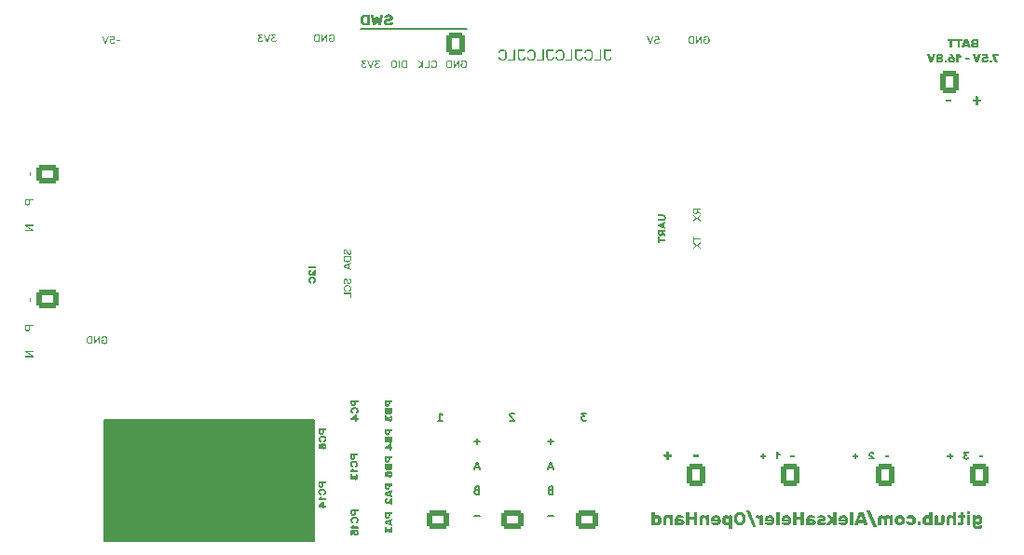
<source format=gbr>
%TF.GenerationSoftware,KiCad,Pcbnew,8.0.4*%
%TF.CreationDate,2025-01-25T12:58:36+01:00*%
%TF.ProjectId,OpenHand_v3,4f70656e-4861-46e6-945f-76332e6b6963,rev?*%
%TF.SameCoordinates,Original*%
%TF.FileFunction,Legend,Bot*%
%TF.FilePolarity,Positive*%
%FSLAX46Y46*%
G04 Gerber Fmt 4.6, Leading zero omitted, Abs format (unit mm)*
G04 Created by KiCad (PCBNEW 8.0.4) date 2025-01-25 12:58:36*
%MOMM*%
%LPD*%
G01*
G04 APERTURE LIST*
G04 Aperture macros list*
%AMRoundRect*
0 Rectangle with rounded corners*
0 $1 Rounding radius*
0 $2 $3 $4 $5 $6 $7 $8 $9 X,Y pos of 4 corners*
0 Add a 4 corners polygon primitive as box body*
4,1,4,$2,$3,$4,$5,$6,$7,$8,$9,$2,$3,0*
0 Add four circle primitives for the rounded corners*
1,1,$1+$1,$2,$3*
1,1,$1+$1,$4,$5*
1,1,$1+$1,$6,$7*
1,1,$1+$1,$8,$9*
0 Add four rect primitives between the rounded corners*
20,1,$1+$1,$2,$3,$4,$5,0*
20,1,$1+$1,$4,$5,$6,$7,0*
20,1,$1+$1,$6,$7,$8,$9,0*
20,1,$1+$1,$8,$9,$2,$3,0*%
G04 Aperture macros list end*
%ADD10C,0.140000*%
%ADD11C,0.150000*%
%ADD12C,0.100000*%
%ADD13C,0.087500*%
%ADD14C,0.220000*%
%ADD15C,0.160000*%
%ADD16C,0.200000*%
%ADD17C,0.800000*%
%ADD18C,6.400000*%
%ADD19RoundRect,0.250000X0.600000X0.750000X-0.600000X0.750000X-0.600000X-0.750000X0.600000X-0.750000X0*%
%ADD20O,1.700000X2.000000*%
%ADD21C,1.500000*%
%ADD22O,1.950000X1.700000*%
%ADD23RoundRect,0.250000X0.725000X-0.600000X0.725000X0.600000X-0.725000X0.600000X-0.725000X-0.600000X0*%
%ADD24RoundRect,0.250000X-0.600000X-0.750000X0.600000X-0.750000X0.600000X0.750000X-0.600000X0.750000X0*%
%ADD25RoundRect,0.250000X0.600000X0.725000X-0.600000X0.725000X-0.600000X-0.725000X0.600000X-0.725000X0*%
%ADD26O,1.700000X1.950000*%
%ADD27RoundRect,0.250000X-0.725000X0.600000X-0.725000X-0.600000X0.725000X-0.600000X0.725000X0.600000X0*%
%ADD28C,0.650000*%
%ADD29O,1.000000X2.100000*%
%ADD30O,1.000000X1.800000*%
G04 APERTURE END LIST*
D10*
G36*
X162937263Y-141352369D02*
G01*
X162963886Y-141341133D01*
X162975121Y-141314267D01*
X162975121Y-141171385D01*
X162963886Y-141144762D01*
X162937263Y-141133283D01*
X162496161Y-141133283D01*
X162469783Y-141144762D01*
X162458547Y-141171385D01*
X162458547Y-141314267D01*
X162469783Y-141341133D01*
X162496161Y-141352369D01*
X162937263Y-141352369D01*
G37*
G36*
X160049824Y-141580736D02*
G01*
X160061060Y-141607114D01*
X160087682Y-141618105D01*
X160264025Y-141618105D01*
X160290648Y-141607114D01*
X160301883Y-141580736D01*
X160301883Y-141352369D01*
X160519015Y-141352369D01*
X160545637Y-141341133D01*
X160556628Y-141314267D01*
X160556628Y-141171385D01*
X160545637Y-141144762D01*
X160519015Y-141133283D01*
X160301883Y-141133283D01*
X160301883Y-140891727D01*
X160290648Y-140863883D01*
X160264025Y-140852159D01*
X160087682Y-140852159D01*
X160061060Y-140863883D01*
X160049824Y-140891727D01*
X160049824Y-141133283D01*
X159834402Y-141133283D01*
X159807780Y-141144762D01*
X159796545Y-141171385D01*
X159796545Y-141314267D01*
X159807780Y-141341133D01*
X159834402Y-141352369D01*
X160049824Y-141352369D01*
X160049824Y-141580736D01*
G37*
D11*
X109000000Y-138000000D02*
X128000000Y-138000000D01*
X128000000Y-149000000D01*
X109000000Y-149000000D01*
X109000000Y-138000000D01*
G36*
X109000000Y-138000000D02*
G01*
X128000000Y-138000000D01*
X128000000Y-149000000D01*
X109000000Y-149000000D01*
X109000000Y-138000000D01*
G37*
X132266099Y-102450000D02*
X141933901Y-102450000D01*
G36*
X135132635Y-143806507D02*
G01*
X135140500Y-143825143D01*
X135140500Y-143953541D01*
X135132635Y-143972177D01*
X135113657Y-143980042D01*
X134910887Y-143980042D01*
X134910887Y-144105363D01*
X134909968Y-144136380D01*
X134906235Y-144172711D01*
X134899629Y-144206328D01*
X134887913Y-144243087D01*
X134872061Y-144275939D01*
X134852073Y-144304885D01*
X134823765Y-144332931D01*
X134790303Y-144354089D01*
X134757519Y-144366741D01*
X134720948Y-144374332D01*
X134680590Y-144376863D01*
X134640193Y-144374332D01*
X134603630Y-144366741D01*
X134570902Y-144354089D01*
X134537566Y-144332931D01*
X134509449Y-144304885D01*
X134495785Y-144286022D01*
X134478705Y-144254472D01*
X134465724Y-144219015D01*
X134456842Y-144179651D01*
X134452572Y-144143863D01*
X134451148Y-144105363D01*
X134451148Y-144100575D01*
X134604509Y-144100575D01*
X134604527Y-144103252D01*
X134608678Y-144137210D01*
X134623486Y-144169647D01*
X134647294Y-144189138D01*
X134681103Y-144195635D01*
X134711149Y-144190661D01*
X134738720Y-144169647D01*
X134739877Y-144168006D01*
X134753927Y-144135002D01*
X134757527Y-144100575D01*
X134757527Y-143980042D01*
X134604509Y-143980042D01*
X134604509Y-144100575D01*
X134451148Y-144100575D01*
X134451148Y-143825143D01*
X134459013Y-143806507D01*
X134477820Y-143798642D01*
X135113828Y-143798642D01*
X135132635Y-143806507D01*
G37*
G36*
X135134003Y-144370879D02*
G01*
X135140500Y-144386095D01*
X135140500Y-144509536D01*
X135132977Y-144535523D01*
X135115196Y-144547833D01*
X135031250Y-144575188D01*
X135031250Y-144835917D01*
X135115196Y-144863444D01*
X135132977Y-144875582D01*
X135140500Y-144901570D01*
X135140500Y-145025010D01*
X135134174Y-145040227D01*
X135118786Y-145046723D01*
X135104083Y-145042791D01*
X134483633Y-144829079D01*
X134460552Y-144813349D01*
X134451148Y-144784968D01*
X134451148Y-144705638D01*
X134643832Y-144705638D01*
X134877890Y-144784968D01*
X134877890Y-144626137D01*
X134643832Y-144705638D01*
X134451148Y-144705638D01*
X134451148Y-144626137D01*
X134460552Y-144597756D01*
X134483633Y-144582198D01*
X135103741Y-144368485D01*
X135118444Y-144364553D01*
X135134003Y-144370879D01*
G37*
G36*
X134987139Y-145394647D02*
G01*
X134987139Y-145640673D01*
X134994833Y-145659138D01*
X135012956Y-145667003D01*
X135114683Y-145667003D01*
X135132806Y-145659138D01*
X135140500Y-145640673D01*
X135140500Y-145123147D01*
X135132635Y-145104511D01*
X135113657Y-145096647D01*
X135028172Y-145096647D01*
X134994619Y-145103785D01*
X134969530Y-145125199D01*
X134756672Y-145418070D01*
X134733634Y-145444229D01*
X134712391Y-145459787D01*
X134678410Y-145469554D01*
X134668109Y-145470045D01*
X134634022Y-145461964D01*
X134618528Y-145452948D01*
X134598344Y-145423923D01*
X134593566Y-145387809D01*
X134598388Y-145353221D01*
X134607244Y-145335321D01*
X134631648Y-145311056D01*
X134632377Y-145310701D01*
X134665295Y-145297758D01*
X134668280Y-145296682D01*
X134686574Y-145281807D01*
X134691532Y-145257358D01*
X134691532Y-145136825D01*
X134685206Y-145121608D01*
X134669990Y-145115282D01*
X134634497Y-145119320D01*
X134600039Y-145128866D01*
X134566617Y-145143923D01*
X134560056Y-145147596D01*
X134529178Y-145169571D01*
X134504500Y-145194403D01*
X134482770Y-145224022D01*
X134474058Y-145238723D01*
X134459248Y-145270801D01*
X134448669Y-145306170D01*
X134442322Y-145344831D01*
X134440239Y-145381359D01*
X134440206Y-145386783D01*
X134441753Y-145422081D01*
X134447307Y-145459657D01*
X134456900Y-145494284D01*
X134470532Y-145525961D01*
X134472520Y-145529714D01*
X134492346Y-145561088D01*
X134515472Y-145587891D01*
X134541898Y-145610123D01*
X134558005Y-145620499D01*
X134592172Y-145636818D01*
X134628209Y-145647093D01*
X134662242Y-145651172D01*
X134673922Y-145651444D01*
X134710738Y-145648806D01*
X134745316Y-145640892D01*
X134777656Y-145627702D01*
X134783856Y-145624431D01*
X134814490Y-145603774D01*
X134842004Y-145578731D01*
X134866416Y-145551338D01*
X134881651Y-145531765D01*
X134987139Y-145394647D01*
G37*
D12*
G36*
X102244379Y-115465087D02*
G01*
X102235391Y-115443594D01*
X102213898Y-115434801D01*
X102177554Y-115434801D01*
X102156256Y-115443594D01*
X102147073Y-115465087D01*
X102147073Y-115795304D01*
X102156256Y-115816602D01*
X102177554Y-115825590D01*
X102213898Y-115825590D01*
X102235391Y-115816602D01*
X102244379Y-115795304D01*
X102244379Y-115465087D01*
G37*
G36*
X102523011Y-117916504D02*
G01*
X102532000Y-117937802D01*
X102532000Y-117983720D01*
X102522816Y-118004822D01*
X102500932Y-118013810D01*
X102219369Y-118013810D01*
X102219369Y-118219951D01*
X102219135Y-118233896D01*
X102215632Y-118274246D01*
X102206808Y-118316470D01*
X102192795Y-118355946D01*
X102189341Y-118363494D01*
X102168844Y-118398325D01*
X102142966Y-118428310D01*
X102111706Y-118453447D01*
X102097717Y-118462011D01*
X102059593Y-118478425D01*
X102021430Y-118487096D01*
X101979620Y-118489986D01*
X101951617Y-118488786D01*
X101906786Y-118480912D01*
X101867265Y-118465689D01*
X101833055Y-118443117D01*
X101804156Y-118413196D01*
X101783770Y-118383006D01*
X101765317Y-118344258D01*
X101752605Y-118301715D01*
X101746279Y-118262227D01*
X101744170Y-118219951D01*
X101744170Y-118214480D01*
X101841476Y-118214480D01*
X101843632Y-118254093D01*
X101852388Y-118296182D01*
X101871787Y-118335795D01*
X101900886Y-118363525D01*
X101939683Y-118379370D01*
X101979424Y-118383496D01*
X102016728Y-118380034D01*
X102054682Y-118366399D01*
X102086501Y-118339728D01*
X102090807Y-118334133D01*
X102109525Y-118298037D01*
X102119249Y-118257408D01*
X102122062Y-118214480D01*
X102122062Y-118013810D01*
X101841476Y-118013810D01*
X101841476Y-118214480D01*
X101744170Y-118214480D01*
X101744170Y-117937802D01*
X101753158Y-117916504D01*
X101774651Y-117907516D01*
X102501518Y-117907516D01*
X102523011Y-117916504D01*
G37*
G36*
X102532000Y-120776099D02*
G01*
X102523207Y-120751284D01*
X102498587Y-120731159D01*
X101953437Y-120367139D01*
X102501909Y-120367139D01*
X102523207Y-120358151D01*
X102532000Y-120337048D01*
X102532000Y-120291131D01*
X102523011Y-120269833D01*
X102501518Y-120260845D01*
X101774651Y-120260845D01*
X101753158Y-120269833D01*
X101744170Y-120291131D01*
X101744170Y-120330210D01*
X101753158Y-120354829D01*
X101777973Y-120375150D01*
X102330353Y-120739170D01*
X101774651Y-120739170D01*
X101753158Y-120747962D01*
X101744170Y-120769260D01*
X101744170Y-120815178D01*
X101753158Y-120836476D01*
X101774651Y-120845464D01*
X102501518Y-120845464D01*
X102523011Y-120836476D01*
X102532000Y-120815178D01*
X102532000Y-120776099D01*
G37*
D11*
G36*
X132032635Y-136201971D02*
G01*
X132040500Y-136220607D01*
X132040500Y-136349005D01*
X132032635Y-136367641D01*
X132013657Y-136375506D01*
X131810887Y-136375506D01*
X131810887Y-136500827D01*
X131809968Y-136531844D01*
X131806235Y-136568175D01*
X131799629Y-136601792D01*
X131787913Y-136638551D01*
X131772061Y-136671403D01*
X131752073Y-136700349D01*
X131723765Y-136728395D01*
X131690303Y-136749553D01*
X131657519Y-136762205D01*
X131620948Y-136769796D01*
X131580590Y-136772327D01*
X131540193Y-136769796D01*
X131503630Y-136762205D01*
X131470902Y-136749553D01*
X131437566Y-136728395D01*
X131409449Y-136700349D01*
X131395785Y-136681486D01*
X131378705Y-136649936D01*
X131365724Y-136614479D01*
X131356842Y-136575115D01*
X131352572Y-136539327D01*
X131351148Y-136500827D01*
X131351148Y-136496039D01*
X131504509Y-136496039D01*
X131504527Y-136498716D01*
X131508678Y-136532674D01*
X131523486Y-136565111D01*
X131547294Y-136584602D01*
X131581103Y-136591099D01*
X131611149Y-136586125D01*
X131638720Y-136565111D01*
X131639877Y-136563470D01*
X131653927Y-136530466D01*
X131657527Y-136496039D01*
X131657527Y-136375506D01*
X131504509Y-136375506D01*
X131504509Y-136496039D01*
X131351148Y-136496039D01*
X131351148Y-136220607D01*
X131359013Y-136201971D01*
X131377820Y-136194106D01*
X132013828Y-136194106D01*
X132032635Y-136201971D01*
G37*
G36*
X131780796Y-137024166D02*
G01*
X131814595Y-137029819D01*
X131848340Y-137044105D01*
X131865768Y-137056992D01*
X131886690Y-137085886D01*
X131896062Y-137118798D01*
X131898081Y-137147606D01*
X131895334Y-137184222D01*
X131885002Y-137217650D01*
X131874830Y-137232920D01*
X131849056Y-137255488D01*
X131818239Y-137270192D01*
X131795158Y-137281818D01*
X131789003Y-137303531D01*
X131789003Y-137431929D01*
X131795329Y-137446975D01*
X131810545Y-137453471D01*
X131846663Y-137449757D01*
X131881158Y-137439767D01*
X131914030Y-137423502D01*
X131931592Y-137411755D01*
X131957771Y-137389603D01*
X131981087Y-137363840D01*
X132001540Y-137334466D01*
X132019128Y-137301479D01*
X132033265Y-137265768D01*
X132043363Y-137228218D01*
X132048886Y-137193855D01*
X132051315Y-137158085D01*
X132051442Y-137147606D01*
X132049715Y-137108859D01*
X132044537Y-137072353D01*
X132035906Y-137038089D01*
X132023822Y-137006067D01*
X132015367Y-136988775D01*
X131995791Y-136956900D01*
X131973137Y-136928807D01*
X131947406Y-136904497D01*
X131918598Y-136883970D01*
X131887407Y-136867493D01*
X131854527Y-136855162D01*
X131819959Y-136846977D01*
X131783703Y-136842938D01*
X131747989Y-136841609D01*
X131713653Y-136840918D01*
X131705740Y-136840886D01*
X131669014Y-136841279D01*
X131633546Y-136842138D01*
X131607945Y-136842938D01*
X131571689Y-136846528D01*
X131537121Y-136854393D01*
X131504241Y-136866531D01*
X131473050Y-136882945D01*
X131444242Y-136903504D01*
X131418511Y-136927910D01*
X131395857Y-136956162D01*
X131376281Y-136988262D01*
X131360498Y-137023802D01*
X131350388Y-137057249D01*
X131343729Y-137092889D01*
X131340523Y-137130721D01*
X131340206Y-137147606D01*
X131341753Y-137183779D01*
X131346391Y-137218544D01*
X131354123Y-137251902D01*
X131366745Y-137288303D01*
X131372520Y-137301479D01*
X131390119Y-137334466D01*
X131410603Y-137363840D01*
X131433973Y-137389603D01*
X131460227Y-137411755D01*
X131492198Y-137431506D01*
X131525792Y-137444982D01*
X131561008Y-137452182D01*
X131581274Y-137453471D01*
X131596490Y-137446975D01*
X131602816Y-137431929D01*
X131602816Y-137303531D01*
X131596832Y-137281818D01*
X131573409Y-137270192D01*
X131540834Y-137254308D01*
X131516818Y-137232920D01*
X131500129Y-137200976D01*
X131494134Y-137165196D01*
X131493566Y-137147606D01*
X131496755Y-137112237D01*
X131509001Y-137078256D01*
X131526222Y-137056992D01*
X131556112Y-137037635D01*
X131589663Y-137027081D01*
X131611878Y-137024166D01*
X131647466Y-137022816D01*
X131684022Y-137022314D01*
X131696337Y-137022285D01*
X131730814Y-137022550D01*
X131766783Y-137023527D01*
X131780796Y-137024166D01*
G37*
G36*
X131901672Y-137523911D02*
G01*
X131909366Y-137542547D01*
X131909366Y-137851319D01*
X132012973Y-137851319D01*
X132032464Y-137859183D01*
X132040500Y-137877819D01*
X132040500Y-138006217D01*
X132032464Y-138024682D01*
X132012973Y-138032547D01*
X131909366Y-138032547D01*
X131909366Y-138116835D01*
X131901672Y-138135471D01*
X131883549Y-138143335D01*
X131781822Y-138143335D01*
X131763699Y-138135471D01*
X131756005Y-138116835D01*
X131756005Y-138032547D01*
X131377820Y-138032547D01*
X131359013Y-138024682D01*
X131351148Y-138006217D01*
X131351148Y-137858157D01*
X131351469Y-137856277D01*
X131576658Y-137856277D01*
X131756005Y-137856277D01*
X131756005Y-137713175D01*
X131576658Y-137856277D01*
X131351469Y-137856277D01*
X131354568Y-137838154D01*
X131368758Y-137821912D01*
X131737370Y-137528869D01*
X131745051Y-137523939D01*
X131779428Y-137516217D01*
X131883036Y-137516217D01*
X131901672Y-137523911D01*
G37*
D13*
G36*
X130866989Y-125637373D02*
G01*
X130882377Y-125631560D01*
X130888703Y-125615831D01*
X130888703Y-125575653D01*
X130884257Y-125558043D01*
X130866647Y-125545220D01*
X130837701Y-125525525D01*
X130812979Y-125500191D01*
X130805440Y-125490852D01*
X130787104Y-125458338D01*
X130777730Y-125422324D01*
X130775349Y-125388441D01*
X130777971Y-125353452D01*
X130786909Y-125319053D01*
X130802192Y-125288936D01*
X130827782Y-125262701D01*
X130860935Y-125249841D01*
X130878786Y-125248416D01*
X130912783Y-125254746D01*
X130933839Y-125268420D01*
X130954857Y-125295597D01*
X130969630Y-125326602D01*
X130970597Y-125329114D01*
X130981944Y-125362019D01*
X130992369Y-125396273D01*
X131002499Y-125432262D01*
X131007869Y-125452213D01*
X131017544Y-125485511D01*
X131030014Y-125521270D01*
X131045748Y-125557201D01*
X131062758Y-125586897D01*
X131081044Y-125610360D01*
X131107767Y-125632922D01*
X131139467Y-125648101D01*
X131176145Y-125655895D01*
X131198671Y-125657035D01*
X131234612Y-125653829D01*
X131267847Y-125644212D01*
X131298378Y-125628183D01*
X131304160Y-125624208D01*
X131330754Y-125601054D01*
X131353474Y-125572624D01*
X131370610Y-125542525D01*
X131375625Y-125531543D01*
X131388105Y-125496491D01*
X131395769Y-125462837D01*
X131400206Y-125426832D01*
X131401442Y-125393399D01*
X131399732Y-125357944D01*
X131394603Y-125324071D01*
X131384745Y-125287853D01*
X131374086Y-125261068D01*
X131357509Y-125229506D01*
X131336298Y-125199132D01*
X131312148Y-125173700D01*
X131304331Y-125167035D01*
X131275144Y-125147247D01*
X131240858Y-125133760D01*
X131219871Y-125130789D01*
X131204655Y-125137115D01*
X131198329Y-125152331D01*
X131198329Y-125192509D01*
X131202945Y-125210119D01*
X131220384Y-125222942D01*
X131250687Y-125241562D01*
X131276834Y-125267819D01*
X131286379Y-125280217D01*
X131303413Y-125312412D01*
X131312763Y-125347782D01*
X131316182Y-125384582D01*
X131316299Y-125393399D01*
X131314343Y-125427753D01*
X131307468Y-125463106D01*
X131294025Y-125498295D01*
X131285011Y-125514275D01*
X131261198Y-125542503D01*
X131229966Y-125559934D01*
X131202945Y-125563856D01*
X131169454Y-125555633D01*
X131147893Y-125537869D01*
X131128436Y-125509421D01*
X131114065Y-125477898D01*
X131110109Y-125466916D01*
X131098641Y-125430915D01*
X131087936Y-125394067D01*
X131078787Y-125360807D01*
X131071811Y-125334585D01*
X131061728Y-125300795D01*
X131047973Y-125266068D01*
X131029628Y-125232572D01*
X131008484Y-125205679D01*
X130999833Y-125197296D01*
X130971518Y-125176965D01*
X130939660Y-125163288D01*
X130904259Y-125156264D01*
X130883061Y-125155238D01*
X130848415Y-125158369D01*
X130812832Y-125168928D01*
X130787659Y-125181738D01*
X130759569Y-125203068D01*
X130735478Y-125230621D01*
X130717049Y-125261068D01*
X130702894Y-125296281D01*
X130694636Y-125331541D01*
X130690862Y-125365721D01*
X130690206Y-125388441D01*
X130692012Y-125424537D01*
X130698361Y-125462335D01*
X130709281Y-125497158D01*
X130719100Y-125518720D01*
X130738354Y-125551174D01*
X130760213Y-125578653D01*
X130787266Y-125603133D01*
X130789882Y-125605060D01*
X130820360Y-125623869D01*
X130853548Y-125635664D01*
X130866989Y-125637373D01*
G37*
G36*
X131129941Y-125850573D02*
G01*
X131165539Y-125854046D01*
X131202174Y-125863225D01*
X131234493Y-125877961D01*
X131262495Y-125898253D01*
X131265691Y-125901180D01*
X131287832Y-125927295D01*
X131303647Y-125958113D01*
X131313136Y-125993632D01*
X131316249Y-126028568D01*
X131316299Y-126033852D01*
X131314482Y-126069458D01*
X131307959Y-126104841D01*
X131294949Y-126137877D01*
X131278343Y-126161225D01*
X131252377Y-126184289D01*
X131222137Y-126201977D01*
X131187622Y-126214289D01*
X131180206Y-126216106D01*
X131164135Y-126225510D01*
X131158151Y-126241752D01*
X131158151Y-126286717D01*
X131164648Y-126301933D01*
X131179693Y-126308259D01*
X131216230Y-126302978D01*
X131250609Y-126291336D01*
X131279369Y-126276972D01*
X131309963Y-126255470D01*
X131334814Y-126230780D01*
X131357123Y-126201032D01*
X131366222Y-126186187D01*
X131381630Y-126153713D01*
X131392637Y-126117500D01*
X131398656Y-126082745D01*
X131401304Y-126045126D01*
X131401442Y-126033852D01*
X131399789Y-125998856D01*
X131393853Y-125961264D01*
X131383600Y-125926236D01*
X131369030Y-125893773D01*
X131366906Y-125889896D01*
X131348003Y-125860777D01*
X131322829Y-125832183D01*
X131293516Y-125807998D01*
X131271675Y-125794324D01*
X131240228Y-125779332D01*
X131206750Y-125768208D01*
X131171241Y-125760952D01*
X131133703Y-125757565D01*
X131096944Y-125756796D01*
X131059950Y-125756555D01*
X131045824Y-125756539D01*
X131009136Y-125756660D01*
X130974530Y-125757116D01*
X130957945Y-125757565D01*
X130920418Y-125760952D01*
X130884941Y-125768208D01*
X130851517Y-125779332D01*
X130820144Y-125794324D01*
X130791357Y-125812991D01*
X130762905Y-125838156D01*
X130738619Y-125867730D01*
X130724742Y-125889896D01*
X130709633Y-125922038D01*
X130698840Y-125956745D01*
X130692365Y-125994016D01*
X130690240Y-126028733D01*
X130690206Y-126033852D01*
X130691900Y-126072289D01*
X130696980Y-126107862D01*
X130706934Y-126145010D01*
X130721312Y-126178419D01*
X130725597Y-126186187D01*
X130744308Y-126214878D01*
X130767784Y-126242378D01*
X130793830Y-126264820D01*
X130812621Y-126276972D01*
X130844467Y-126292663D01*
X130878766Y-126303714D01*
X130912296Y-126308259D01*
X130927513Y-126301933D01*
X130933839Y-126286717D01*
X130933839Y-126241752D01*
X130927855Y-126225510D01*
X130911784Y-126216106D01*
X130876324Y-126204870D01*
X130845172Y-126188257D01*
X130818328Y-126166268D01*
X130813476Y-126161225D01*
X130793370Y-126131155D01*
X130781642Y-126096526D01*
X130776280Y-126059728D01*
X130775349Y-126033852D01*
X130777771Y-125998402D01*
X130786469Y-125962296D01*
X130801493Y-125930890D01*
X130825957Y-125901180D01*
X130853419Y-125880193D01*
X130885198Y-125864763D01*
X130921294Y-125854890D01*
X130956419Y-125850808D01*
X130961707Y-125850573D01*
X130997781Y-125849931D01*
X131032691Y-125849731D01*
X131045824Y-125849718D01*
X131080139Y-125849819D01*
X131115631Y-125850240D01*
X131129941Y-125850573D01*
G37*
G36*
X131305356Y-126861518D02*
G01*
X131313050Y-126879983D01*
X131330831Y-126887848D01*
X131365025Y-126887848D01*
X131382977Y-126879983D01*
X131390500Y-126861518D01*
X131390500Y-126462645D01*
X131382635Y-126444009D01*
X131363828Y-126436145D01*
X130727820Y-126436145D01*
X130709013Y-126444009D01*
X130701148Y-126462645D01*
X130701148Y-126502823D01*
X130709184Y-126521288D01*
X130727820Y-126529153D01*
X131305356Y-126529153D01*
X131305356Y-126861518D01*
G37*
D11*
G36*
X154342532Y-104971350D02*
G01*
X154344822Y-105020814D01*
X154353615Y-105075952D01*
X154369002Y-105126487D01*
X154390984Y-105172420D01*
X154419560Y-105213750D01*
X154436322Y-105232690D01*
X154474249Y-105265974D01*
X154517689Y-105292373D01*
X154566641Y-105311884D01*
X154621106Y-105324510D01*
X154670705Y-105329770D01*
X154702302Y-105330631D01*
X154755150Y-105328021D01*
X154804518Y-105320190D01*
X154855896Y-105305139D01*
X154892811Y-105288866D01*
X154935448Y-105263091D01*
X154975844Y-105229421D01*
X155008893Y-105190457D01*
X155017375Y-105177735D01*
X155040564Y-105133380D01*
X155056870Y-105082276D01*
X155063329Y-105033713D01*
X155063537Y-105028747D01*
X155054500Y-105007009D01*
X155032763Y-104997972D01*
X154961444Y-104997972D01*
X154930669Y-105029235D01*
X154917164Y-105076243D01*
X154893328Y-105121229D01*
X154860083Y-105159173D01*
X154816424Y-105187540D01*
X154767118Y-105203111D01*
X154714911Y-105208803D01*
X154702302Y-105208998D01*
X154653384Y-105205924D01*
X154605119Y-105194884D01*
X154560565Y-105172865D01*
X154529622Y-105144762D01*
X154501157Y-105098890D01*
X154484553Y-105047817D01*
X154476962Y-104994633D01*
X154475645Y-104957672D01*
X154475645Y-104451845D01*
X154958513Y-104451845D01*
X154985135Y-104441099D01*
X154996370Y-104415453D01*
X154996370Y-104366605D01*
X154985135Y-104341203D01*
X154958513Y-104330212D01*
X154380390Y-104330212D01*
X154353767Y-104341448D01*
X154342532Y-104368314D01*
X154342532Y-104971350D01*
G37*
G36*
X153502825Y-105193367D02*
G01*
X153476447Y-105204357D01*
X153465212Y-105229759D01*
X153465212Y-105278607D01*
X153476447Y-105304253D01*
X153502825Y-105315000D01*
X154072644Y-105315000D01*
X154099266Y-105303764D01*
X154110502Y-105276898D01*
X154110502Y-104368314D01*
X154099266Y-104341448D01*
X154072644Y-104330212D01*
X154015247Y-104330212D01*
X153988869Y-104341692D01*
X153977633Y-104368314D01*
X153977633Y-105193367D01*
X153502825Y-105193367D01*
G37*
G36*
X153221702Y-104942773D02*
G01*
X153216740Y-104993627D01*
X153203627Y-105045964D01*
X153182576Y-105092133D01*
X153153588Y-105132136D01*
X153149406Y-105136702D01*
X153112098Y-105168332D01*
X153068073Y-105190924D01*
X153017332Y-105204480D01*
X152967423Y-105208928D01*
X152959874Y-105208998D01*
X152909008Y-105206404D01*
X152858461Y-105197084D01*
X152811267Y-105178498D01*
X152777913Y-105154776D01*
X152744964Y-105117682D01*
X152719695Y-105074481D01*
X152702107Y-105025175D01*
X152699511Y-105014581D01*
X152686077Y-104991622D01*
X152662874Y-104983073D01*
X152598638Y-104983073D01*
X152576901Y-104992355D01*
X152567864Y-105013848D01*
X152575409Y-105066044D01*
X152592040Y-105115157D01*
X152612560Y-105156242D01*
X152643277Y-105199948D01*
X152678548Y-105235449D01*
X152721046Y-105267319D01*
X152742253Y-105280317D01*
X152788644Y-105302329D01*
X152840378Y-105318053D01*
X152890027Y-105326651D01*
X152943768Y-105330435D01*
X152959874Y-105330631D01*
X153009869Y-105328270D01*
X153063572Y-105319790D01*
X153113611Y-105305143D01*
X153159987Y-105284329D01*
X153165526Y-105281294D01*
X153207124Y-105254290D01*
X153247972Y-105218327D01*
X153282523Y-105176452D01*
X153302058Y-105145251D01*
X153323475Y-105100325D01*
X153339366Y-105052500D01*
X153349731Y-105001773D01*
X153354570Y-104948147D01*
X153355669Y-104895635D01*
X153356013Y-104842786D01*
X153356035Y-104822606D01*
X153355862Y-104770195D01*
X153355211Y-104720757D01*
X153354570Y-104697065D01*
X153349731Y-104643454D01*
X153339366Y-104592773D01*
X153323475Y-104545024D01*
X153302058Y-104500205D01*
X153275389Y-104459081D01*
X153239439Y-104418436D01*
X153197191Y-104383742D01*
X153165526Y-104363918D01*
X153119608Y-104342333D01*
X153070027Y-104326915D01*
X153016782Y-104317664D01*
X152967187Y-104314629D01*
X152959874Y-104314581D01*
X152904964Y-104317000D01*
X152854146Y-104324258D01*
X152801077Y-104338477D01*
X152753350Y-104359017D01*
X152742253Y-104365139D01*
X152701266Y-104391868D01*
X152661980Y-104425406D01*
X152629920Y-104462614D01*
X152612560Y-104489459D01*
X152590144Y-104534954D01*
X152574357Y-104583951D01*
X152567864Y-104631852D01*
X152576901Y-104653590D01*
X152598638Y-104662627D01*
X152662874Y-104662627D01*
X152686077Y-104654078D01*
X152699511Y-104631120D01*
X152715563Y-104580463D01*
X152739295Y-104535960D01*
X152770708Y-104497611D01*
X152777913Y-104490680D01*
X152820870Y-104461958D01*
X152870340Y-104445203D01*
X152922909Y-104437543D01*
X152959874Y-104436214D01*
X153010517Y-104439673D01*
X153062098Y-104452099D01*
X153106962Y-104473562D01*
X153149406Y-104508510D01*
X153179387Y-104547741D01*
X153201430Y-104593140D01*
X153215535Y-104644706D01*
X153221365Y-104694885D01*
X153221702Y-104702438D01*
X153222618Y-104753974D01*
X153222904Y-104803845D01*
X153222923Y-104822606D01*
X153222779Y-104871627D01*
X153222178Y-104922330D01*
X153221702Y-104942773D01*
G37*
G36*
X151736950Y-104971350D02*
G01*
X151739239Y-105020814D01*
X151748032Y-105075952D01*
X151763419Y-105126487D01*
X151785401Y-105172420D01*
X151813978Y-105213750D01*
X151830739Y-105232690D01*
X151868666Y-105265974D01*
X151912106Y-105292373D01*
X151961059Y-105311884D01*
X152015524Y-105324510D01*
X152065123Y-105329770D01*
X152096719Y-105330631D01*
X152149567Y-105328021D01*
X152198935Y-105320190D01*
X152250313Y-105305139D01*
X152287229Y-105288866D01*
X152329866Y-105263091D01*
X152370261Y-105229421D01*
X152403310Y-105190457D01*
X152411793Y-105177735D01*
X152434981Y-105133380D01*
X152451288Y-105082276D01*
X152457747Y-105033713D01*
X152457954Y-105028747D01*
X152448917Y-105007009D01*
X152427180Y-104997972D01*
X152355861Y-104997972D01*
X152325086Y-105029235D01*
X152311581Y-105076243D01*
X152287745Y-105121229D01*
X152254500Y-105159173D01*
X152210842Y-105187540D01*
X152161535Y-105203111D01*
X152109328Y-105208803D01*
X152096719Y-105208998D01*
X152047801Y-105205924D01*
X151999536Y-105194884D01*
X151954982Y-105172865D01*
X151924040Y-105144762D01*
X151895575Y-105098890D01*
X151878970Y-105047817D01*
X151871380Y-104994633D01*
X151870062Y-104957672D01*
X151870062Y-104451845D01*
X152352930Y-104451845D01*
X152379552Y-104441099D01*
X152390788Y-104415453D01*
X152390788Y-104366605D01*
X152379552Y-104341203D01*
X152352930Y-104330212D01*
X151774807Y-104330212D01*
X151748185Y-104341448D01*
X151736950Y-104368314D01*
X151736950Y-104971350D01*
G37*
G36*
X150897243Y-105193367D02*
G01*
X150870864Y-105204357D01*
X150859629Y-105229759D01*
X150859629Y-105278607D01*
X150870864Y-105304253D01*
X150897243Y-105315000D01*
X151467061Y-105315000D01*
X151493684Y-105303764D01*
X151504919Y-105276898D01*
X151504919Y-104368314D01*
X151493684Y-104341448D01*
X151467061Y-104330212D01*
X151409664Y-104330212D01*
X151383286Y-104341692D01*
X151372051Y-104368314D01*
X151372051Y-105193367D01*
X150897243Y-105193367D01*
G37*
G36*
X150616119Y-104942773D02*
G01*
X150611157Y-104993627D01*
X150598044Y-105045964D01*
X150576994Y-105092133D01*
X150548005Y-105132136D01*
X150543823Y-105136702D01*
X150506515Y-105168332D01*
X150462490Y-105190924D01*
X150411749Y-105204480D01*
X150361840Y-105208928D01*
X150354291Y-105208998D01*
X150303426Y-105206404D01*
X150252879Y-105197084D01*
X150205684Y-105178498D01*
X150172330Y-105154776D01*
X150139381Y-105117682D01*
X150114112Y-105074481D01*
X150096524Y-105025175D01*
X150093928Y-105014581D01*
X150080495Y-104991622D01*
X150057292Y-104983073D01*
X149993056Y-104983073D01*
X149971318Y-104992355D01*
X149962281Y-105013848D01*
X149969826Y-105066044D01*
X149986458Y-105115157D01*
X150006977Y-105156242D01*
X150037694Y-105199948D01*
X150072966Y-105235449D01*
X150115463Y-105267319D01*
X150136670Y-105280317D01*
X150183061Y-105302329D01*
X150234795Y-105318053D01*
X150284445Y-105326651D01*
X150338185Y-105330435D01*
X150354291Y-105330631D01*
X150404286Y-105328270D01*
X150457989Y-105319790D01*
X150508028Y-105305143D01*
X150554404Y-105284329D01*
X150559943Y-105281294D01*
X150601541Y-105254290D01*
X150642390Y-105218327D01*
X150676940Y-105176452D01*
X150696475Y-105145251D01*
X150717892Y-105100325D01*
X150733783Y-105052500D01*
X150744148Y-105001773D01*
X150748987Y-104948147D01*
X150750086Y-104895635D01*
X150750430Y-104842786D01*
X150750453Y-104822606D01*
X150750280Y-104770195D01*
X150749628Y-104720757D01*
X150748987Y-104697065D01*
X150744148Y-104643454D01*
X150733783Y-104592773D01*
X150717892Y-104545024D01*
X150696475Y-104500205D01*
X150669807Y-104459081D01*
X150633857Y-104418436D01*
X150591608Y-104383742D01*
X150559943Y-104363918D01*
X150514026Y-104342333D01*
X150464444Y-104326915D01*
X150411199Y-104317664D01*
X150361605Y-104314629D01*
X150354291Y-104314581D01*
X150299382Y-104317000D01*
X150248563Y-104324258D01*
X150195494Y-104338477D01*
X150147767Y-104359017D01*
X150136670Y-104365139D01*
X150095683Y-104391868D01*
X150056397Y-104425406D01*
X150024337Y-104462614D01*
X150006977Y-104489459D01*
X149984562Y-104534954D01*
X149968775Y-104583951D01*
X149962281Y-104631852D01*
X149971318Y-104653590D01*
X149993056Y-104662627D01*
X150057292Y-104662627D01*
X150080495Y-104654078D01*
X150093928Y-104631120D01*
X150109980Y-104580463D01*
X150133713Y-104535960D01*
X150165126Y-104497611D01*
X150172330Y-104490680D01*
X150215287Y-104461958D01*
X150264757Y-104445203D01*
X150317326Y-104437543D01*
X150354291Y-104436214D01*
X150404934Y-104439673D01*
X150456515Y-104452099D01*
X150501379Y-104473562D01*
X150543823Y-104508510D01*
X150573804Y-104547741D01*
X150595847Y-104593140D01*
X150609952Y-104644706D01*
X150615782Y-104694885D01*
X150616119Y-104702438D01*
X150617035Y-104753974D01*
X150617321Y-104803845D01*
X150617340Y-104822606D01*
X150617196Y-104871627D01*
X150616595Y-104922330D01*
X150616119Y-104942773D01*
G37*
G36*
X149131367Y-104971350D02*
G01*
X149133657Y-105020814D01*
X149142449Y-105075952D01*
X149157837Y-105126487D01*
X149179819Y-105172420D01*
X149208395Y-105213750D01*
X149225156Y-105232690D01*
X149263083Y-105265974D01*
X149306523Y-105292373D01*
X149355476Y-105311884D01*
X149409941Y-105324510D01*
X149459540Y-105329770D01*
X149491137Y-105330631D01*
X149543985Y-105328021D01*
X149593352Y-105320190D01*
X149644731Y-105305139D01*
X149681646Y-105288866D01*
X149724283Y-105263091D01*
X149764679Y-105229421D01*
X149797728Y-105190457D01*
X149806210Y-105177735D01*
X149829399Y-105133380D01*
X149845705Y-105082276D01*
X149852164Y-105033713D01*
X149852372Y-105028747D01*
X149843335Y-105007009D01*
X149821597Y-104997972D01*
X149750278Y-104997972D01*
X149719504Y-105029235D01*
X149705999Y-105076243D01*
X149682162Y-105121229D01*
X149648917Y-105159173D01*
X149605259Y-105187540D01*
X149555953Y-105203111D01*
X149503746Y-105208803D01*
X149491137Y-105208998D01*
X149442218Y-105205924D01*
X149393953Y-105194884D01*
X149349399Y-105172865D01*
X149318457Y-105144762D01*
X149289992Y-105098890D01*
X149273388Y-105047817D01*
X149265797Y-104994633D01*
X149264479Y-104957672D01*
X149264479Y-104451845D01*
X149747347Y-104451845D01*
X149773970Y-104441099D01*
X149785205Y-104415453D01*
X149785205Y-104366605D01*
X149773970Y-104341203D01*
X149747347Y-104330212D01*
X149169225Y-104330212D01*
X149142602Y-104341448D01*
X149131367Y-104368314D01*
X149131367Y-104971350D01*
G37*
G36*
X148291660Y-105193367D02*
G01*
X148265282Y-105204357D01*
X148254047Y-105229759D01*
X148254047Y-105278607D01*
X148265282Y-105304253D01*
X148291660Y-105315000D01*
X148861479Y-105315000D01*
X148888101Y-105303764D01*
X148899336Y-105276898D01*
X148899336Y-104368314D01*
X148888101Y-104341448D01*
X148861479Y-104330212D01*
X148804081Y-104330212D01*
X148777703Y-104341692D01*
X148766468Y-104368314D01*
X148766468Y-105193367D01*
X148291660Y-105193367D01*
G37*
G36*
X148010536Y-104942773D02*
G01*
X148005574Y-104993627D01*
X147992462Y-105045964D01*
X147971411Y-105092133D01*
X147942422Y-105132136D01*
X147938241Y-105136702D01*
X147900932Y-105168332D01*
X147856908Y-105190924D01*
X147806166Y-105204480D01*
X147756258Y-105208928D01*
X147748708Y-105208998D01*
X147697843Y-105206404D01*
X147647296Y-105197084D01*
X147600102Y-105178498D01*
X147566747Y-105154776D01*
X147533798Y-105117682D01*
X147508530Y-105074481D01*
X147490941Y-105025175D01*
X147488345Y-105014581D01*
X147474912Y-104991622D01*
X147451709Y-104983073D01*
X147387473Y-104983073D01*
X147365735Y-104992355D01*
X147356698Y-105013848D01*
X147364243Y-105066044D01*
X147380875Y-105115157D01*
X147401395Y-105156242D01*
X147432111Y-105199948D01*
X147467383Y-105235449D01*
X147509881Y-105267319D01*
X147531088Y-105280317D01*
X147577479Y-105302329D01*
X147629212Y-105318053D01*
X147678862Y-105326651D01*
X147732602Y-105330435D01*
X147748708Y-105330631D01*
X147798703Y-105328270D01*
X147852406Y-105319790D01*
X147902446Y-105305143D01*
X147948821Y-105284329D01*
X147954361Y-105281294D01*
X147995958Y-105254290D01*
X148036807Y-105218327D01*
X148071358Y-105176452D01*
X148090892Y-105145251D01*
X148112309Y-105100325D01*
X148128200Y-105052500D01*
X148138565Y-105001773D01*
X148143405Y-104948147D01*
X148144504Y-104895635D01*
X148144847Y-104842786D01*
X148144870Y-104822606D01*
X148144697Y-104770195D01*
X148144046Y-104720757D01*
X148143405Y-104697065D01*
X148138565Y-104643454D01*
X148128200Y-104592773D01*
X148112309Y-104545024D01*
X148090892Y-104500205D01*
X148064224Y-104459081D01*
X148028274Y-104418436D01*
X147986025Y-104383742D01*
X147954361Y-104363918D01*
X147908443Y-104342333D01*
X147858862Y-104326915D01*
X147805617Y-104317664D01*
X147756022Y-104314629D01*
X147748708Y-104314581D01*
X147693799Y-104317000D01*
X147642981Y-104324258D01*
X147589911Y-104338477D01*
X147542185Y-104359017D01*
X147531088Y-104365139D01*
X147490101Y-104391868D01*
X147450815Y-104425406D01*
X147418754Y-104462614D01*
X147401395Y-104489459D01*
X147378979Y-104534954D01*
X147363192Y-104583951D01*
X147356698Y-104631852D01*
X147365735Y-104653590D01*
X147387473Y-104662627D01*
X147451709Y-104662627D01*
X147474912Y-104654078D01*
X147488345Y-104631120D01*
X147504398Y-104580463D01*
X147528130Y-104535960D01*
X147559543Y-104497611D01*
X147566747Y-104490680D01*
X147609704Y-104461958D01*
X147659174Y-104445203D01*
X147711744Y-104437543D01*
X147748708Y-104436214D01*
X147799351Y-104439673D01*
X147850932Y-104452099D01*
X147895797Y-104473562D01*
X147938241Y-104508510D01*
X147968221Y-104547741D01*
X147990264Y-104593140D01*
X148004369Y-104644706D01*
X148010200Y-104694885D01*
X148010536Y-104702438D01*
X148011452Y-104753974D01*
X148011739Y-104803845D01*
X148011758Y-104822606D01*
X148011613Y-104871627D01*
X148011012Y-104922330D01*
X148010536Y-104942773D01*
G37*
G36*
X146525784Y-104971350D02*
G01*
X146528074Y-105020814D01*
X146536867Y-105075952D01*
X146552254Y-105126487D01*
X146574236Y-105172420D01*
X146602812Y-105213750D01*
X146619573Y-105232690D01*
X146657501Y-105265974D01*
X146700941Y-105292373D01*
X146749893Y-105311884D01*
X146804358Y-105324510D01*
X146853957Y-105329770D01*
X146885554Y-105330631D01*
X146938402Y-105328021D01*
X146987770Y-105320190D01*
X147039148Y-105305139D01*
X147076063Y-105288866D01*
X147118700Y-105263091D01*
X147159096Y-105229421D01*
X147192145Y-105190457D01*
X147200627Y-105177735D01*
X147223816Y-105133380D01*
X147240122Y-105082276D01*
X147246581Y-105033713D01*
X147246789Y-105028747D01*
X147237752Y-105007009D01*
X147216014Y-104997972D01*
X147144696Y-104997972D01*
X147113921Y-105029235D01*
X147100416Y-105076243D01*
X147076580Y-105121229D01*
X147043335Y-105159173D01*
X146999676Y-105187540D01*
X146950370Y-105203111D01*
X146898163Y-105208803D01*
X146885554Y-105208998D01*
X146836635Y-105205924D01*
X146788371Y-105194884D01*
X146743817Y-105172865D01*
X146712874Y-105144762D01*
X146684409Y-105098890D01*
X146667805Y-105047817D01*
X146660214Y-104994633D01*
X146658897Y-104957672D01*
X146658897Y-104451845D01*
X147141765Y-104451845D01*
X147168387Y-104441099D01*
X147179622Y-104415453D01*
X147179622Y-104366605D01*
X147168387Y-104341203D01*
X147141765Y-104330212D01*
X146563642Y-104330212D01*
X146537019Y-104341448D01*
X146525784Y-104368314D01*
X146525784Y-104971350D01*
G37*
G36*
X145686077Y-105193367D02*
G01*
X145659699Y-105204357D01*
X145648464Y-105229759D01*
X145648464Y-105278607D01*
X145659699Y-105304253D01*
X145686077Y-105315000D01*
X146255896Y-105315000D01*
X146282518Y-105303764D01*
X146293753Y-105276898D01*
X146293753Y-104368314D01*
X146282518Y-104341448D01*
X146255896Y-104330212D01*
X146198499Y-104330212D01*
X146172121Y-104341692D01*
X146160885Y-104368314D01*
X146160885Y-105193367D01*
X145686077Y-105193367D01*
G37*
G36*
X145404954Y-104942773D02*
G01*
X145399992Y-104993627D01*
X145386879Y-105045964D01*
X145365828Y-105092133D01*
X145336840Y-105132136D01*
X145332658Y-105136702D01*
X145295350Y-105168332D01*
X145251325Y-105190924D01*
X145200584Y-105204480D01*
X145150675Y-105208928D01*
X145143125Y-105208998D01*
X145092260Y-105206404D01*
X145041713Y-105197084D01*
X144994519Y-105178498D01*
X144961165Y-105154776D01*
X144928216Y-105117682D01*
X144902947Y-105074481D01*
X144885359Y-105025175D01*
X144882763Y-105014581D01*
X144869329Y-104991622D01*
X144846126Y-104983073D01*
X144781890Y-104983073D01*
X144760153Y-104992355D01*
X144751116Y-105013848D01*
X144758660Y-105066044D01*
X144775292Y-105115157D01*
X144795812Y-105156242D01*
X144826528Y-105199948D01*
X144861800Y-105235449D01*
X144904298Y-105267319D01*
X144925505Y-105280317D01*
X144971896Y-105302329D01*
X145023630Y-105318053D01*
X145073279Y-105326651D01*
X145127020Y-105330435D01*
X145143125Y-105330631D01*
X145193121Y-105328270D01*
X145246824Y-105319790D01*
X145296863Y-105305143D01*
X145343239Y-105284329D01*
X145348778Y-105281294D01*
X145390376Y-105254290D01*
X145431224Y-105218327D01*
X145465775Y-105176452D01*
X145485310Y-105145251D01*
X145506727Y-105100325D01*
X145522618Y-105052500D01*
X145532983Y-105001773D01*
X145537822Y-104948147D01*
X145538921Y-104895635D01*
X145539264Y-104842786D01*
X145539287Y-104822606D01*
X145539114Y-104770195D01*
X145538463Y-104720757D01*
X145537822Y-104697065D01*
X145532983Y-104643454D01*
X145522618Y-104592773D01*
X145506727Y-104545024D01*
X145485310Y-104500205D01*
X145458641Y-104459081D01*
X145422691Y-104418436D01*
X145380443Y-104383742D01*
X145348778Y-104363918D01*
X145302860Y-104342333D01*
X145253279Y-104326915D01*
X145200034Y-104317664D01*
X145150439Y-104314629D01*
X145143125Y-104314581D01*
X145088216Y-104317000D01*
X145037398Y-104324258D01*
X144984328Y-104338477D01*
X144936602Y-104359017D01*
X144925505Y-104365139D01*
X144884518Y-104391868D01*
X144845232Y-104425406D01*
X144813171Y-104462614D01*
X144795812Y-104489459D01*
X144773396Y-104534954D01*
X144757609Y-104583951D01*
X144751116Y-104631852D01*
X144760153Y-104653590D01*
X144781890Y-104662627D01*
X144846126Y-104662627D01*
X144869329Y-104654078D01*
X144882763Y-104631120D01*
X144898815Y-104580463D01*
X144922547Y-104535960D01*
X144953960Y-104497611D01*
X144961165Y-104490680D01*
X145004122Y-104461958D01*
X145053592Y-104445203D01*
X145106161Y-104437543D01*
X145143125Y-104436214D01*
X145193769Y-104439673D01*
X145245350Y-104452099D01*
X145290214Y-104473562D01*
X145332658Y-104508510D01*
X145362639Y-104547741D01*
X145384682Y-104593140D01*
X145398787Y-104644706D01*
X145404617Y-104694885D01*
X145404954Y-104702438D01*
X145405870Y-104753974D01*
X145406156Y-104803845D01*
X145406175Y-104822606D01*
X145406031Y-104871627D01*
X145405430Y-104922330D01*
X145404954Y-104942773D01*
G37*
G36*
X180209511Y-141371658D02*
G01*
X180228146Y-141363793D01*
X180236011Y-141344987D01*
X180236011Y-141244969D01*
X180228146Y-141226333D01*
X180209511Y-141218298D01*
X179900739Y-141218298D01*
X179882274Y-141226333D01*
X179874409Y-141244969D01*
X179874409Y-141344987D01*
X179882274Y-141363793D01*
X179900739Y-141371658D01*
X180209511Y-141371658D01*
G37*
G36*
X178654709Y-141437139D02*
G01*
X178408684Y-141437139D01*
X178390219Y-141444833D01*
X178382354Y-141462956D01*
X178382354Y-141564683D01*
X178390219Y-141582806D01*
X178408684Y-141590500D01*
X178926210Y-141590500D01*
X178944846Y-141582635D01*
X178952710Y-141563657D01*
X178952710Y-141478172D01*
X178945572Y-141444619D01*
X178924158Y-141419530D01*
X178631287Y-141206672D01*
X178605128Y-141183634D01*
X178589570Y-141162391D01*
X178579803Y-141128410D01*
X178579312Y-141118109D01*
X178587393Y-141084022D01*
X178596409Y-141068528D01*
X178625434Y-141048344D01*
X178661548Y-141043566D01*
X178696136Y-141048388D01*
X178714036Y-141057244D01*
X178738300Y-141081648D01*
X178738656Y-141082377D01*
X178751599Y-141115295D01*
X178752675Y-141118280D01*
X178767550Y-141136574D01*
X178791998Y-141141532D01*
X178912532Y-141141532D01*
X178927749Y-141135206D01*
X178934074Y-141119990D01*
X178930037Y-141084497D01*
X178920490Y-141050039D01*
X178905434Y-141016617D01*
X178901761Y-141010056D01*
X178879785Y-140979178D01*
X178854954Y-140954500D01*
X178825335Y-140932770D01*
X178810634Y-140924058D01*
X178778556Y-140909248D01*
X178743186Y-140898669D01*
X178704526Y-140892322D01*
X178667998Y-140890239D01*
X178662574Y-140890206D01*
X178627276Y-140891753D01*
X178589700Y-140897307D01*
X178555073Y-140906900D01*
X178523396Y-140920532D01*
X178519643Y-140922520D01*
X178488269Y-140942346D01*
X178461466Y-140965472D01*
X178439234Y-140991898D01*
X178428858Y-141008005D01*
X178412539Y-141042172D01*
X178402264Y-141078209D01*
X178398185Y-141112242D01*
X178397913Y-141123922D01*
X178400551Y-141160738D01*
X178408465Y-141195316D01*
X178421655Y-141227656D01*
X178424926Y-141233856D01*
X178445582Y-141264490D01*
X178470626Y-141292004D01*
X178498018Y-141316416D01*
X178517592Y-141331651D01*
X178654709Y-141437139D01*
G37*
G36*
X177121451Y-141531515D02*
G01*
X177129315Y-141549980D01*
X177147951Y-141557673D01*
X177271391Y-141557673D01*
X177290027Y-141549980D01*
X177297892Y-141531515D01*
X177297892Y-141371658D01*
X177449884Y-141371658D01*
X177468520Y-141363793D01*
X177476213Y-141344987D01*
X177476213Y-141244969D01*
X177468520Y-141226333D01*
X177449884Y-141218298D01*
X177297892Y-141218298D01*
X177297892Y-141049209D01*
X177290027Y-141029718D01*
X177271391Y-141021511D01*
X177147951Y-141021511D01*
X177129315Y-141029718D01*
X177121451Y-141049209D01*
X177121451Y-141218298D01*
X176970655Y-141218298D01*
X176952019Y-141226333D01*
X176944155Y-141244969D01*
X176944155Y-141344987D01*
X176952019Y-141363793D01*
X176970655Y-141371658D01*
X177121451Y-141371658D01*
X177121451Y-141531515D01*
G37*
G36*
X171629497Y-141371658D02*
G01*
X171648132Y-141363793D01*
X171655997Y-141344987D01*
X171655997Y-141244969D01*
X171648132Y-141226333D01*
X171629497Y-141218298D01*
X171320725Y-141218298D01*
X171302260Y-141226333D01*
X171294395Y-141244969D01*
X171294395Y-141344987D01*
X171302260Y-141363793D01*
X171320725Y-141371658D01*
X171629497Y-141371658D01*
G37*
G36*
X170391332Y-141122726D02*
G01*
X170396119Y-141106996D01*
X170385348Y-141085283D01*
X170174713Y-140922862D01*
X170164455Y-140914997D01*
X170147358Y-140905081D01*
X170129577Y-140901148D01*
X170010069Y-140901148D01*
X169991433Y-140909013D01*
X169983568Y-140927820D01*
X169983568Y-141563828D01*
X169991433Y-141582635D01*
X170010069Y-141590500D01*
X170138467Y-141590500D01*
X170157103Y-141582635D01*
X170164968Y-141563999D01*
X170164968Y-141134352D01*
X170281569Y-141222230D01*
X170298153Y-141228043D01*
X170318670Y-141217272D01*
X170391332Y-141122726D01*
G37*
G36*
X168701465Y-141531515D02*
G01*
X168709329Y-141549980D01*
X168727965Y-141557673D01*
X168851405Y-141557673D01*
X168870041Y-141549980D01*
X168877906Y-141531515D01*
X168877906Y-141371658D01*
X169029898Y-141371658D01*
X169048534Y-141363793D01*
X169056227Y-141344987D01*
X169056227Y-141244969D01*
X169048534Y-141226333D01*
X169029898Y-141218298D01*
X168877906Y-141218298D01*
X168877906Y-141049209D01*
X168870041Y-141029718D01*
X168851405Y-141021511D01*
X168727965Y-141021511D01*
X168709329Y-141029718D01*
X168701465Y-141049209D01*
X168701465Y-141218298D01*
X168550669Y-141218298D01*
X168532033Y-141226333D01*
X168524169Y-141244969D01*
X168524169Y-141344987D01*
X168532033Y-141363793D01*
X168550669Y-141371658D01*
X168701465Y-141371658D01*
X168701465Y-141531515D01*
G37*
D13*
G36*
X159167832Y-103716299D02*
G01*
X159131698Y-103713364D01*
X159095894Y-103703219D01*
X159064666Y-103685828D01*
X159056189Y-103679198D01*
X159032928Y-103652871D01*
X159018282Y-103620267D01*
X159012466Y-103585555D01*
X159012079Y-103572855D01*
X159015568Y-103536448D01*
X159027629Y-103501960D01*
X159048306Y-103473750D01*
X159056189Y-103466511D01*
X159086045Y-103446947D01*
X159120476Y-103434628D01*
X159155376Y-103429737D01*
X159167832Y-103429411D01*
X159203608Y-103431762D01*
X159230578Y-103438814D01*
X159261609Y-103454734D01*
X159275714Y-103463947D01*
X159295889Y-103477282D01*
X159314867Y-103481728D01*
X159364790Y-103481728D01*
X159380177Y-103475402D01*
X159386503Y-103460356D01*
X159357096Y-103126794D01*
X159349232Y-103108842D01*
X159330596Y-103101148D01*
X158984553Y-103101148D01*
X158966088Y-103108842D01*
X158958223Y-103126623D01*
X158958223Y-103160817D01*
X158966088Y-103178769D01*
X158984553Y-103186292D01*
X159269731Y-103186292D01*
X159285460Y-103365981D01*
X159252521Y-103354531D01*
X159216110Y-103347321D01*
X159180371Y-103344459D01*
X159167832Y-103344268D01*
X159129746Y-103346459D01*
X159093769Y-103353031D01*
X159059902Y-103363986D01*
X159041999Y-103371965D01*
X159012088Y-103389479D01*
X158983137Y-103413474D01*
X158958693Y-103442245D01*
X158952239Y-103451808D01*
X158936123Y-103482396D01*
X158925281Y-103515689D01*
X158919714Y-103551687D01*
X158918900Y-103572855D01*
X158921537Y-103610369D01*
X158929449Y-103645205D01*
X158942635Y-103677364D01*
X158952239Y-103694072D01*
X158972818Y-103721388D01*
X158999966Y-103747234D01*
X159031623Y-103768338D01*
X159041999Y-103773744D01*
X159074694Y-103787133D01*
X159109498Y-103796140D01*
X159146413Y-103800765D01*
X159167832Y-103801442D01*
X159203659Y-103799562D01*
X159238241Y-103793922D01*
X159271579Y-103784523D01*
X159289563Y-103777677D01*
X159322852Y-103760970D01*
X159351767Y-103740558D01*
X159376307Y-103716438D01*
X159380690Y-103711169D01*
X159400279Y-103680511D01*
X159412030Y-103647307D01*
X159415910Y-103614913D01*
X159409584Y-103599868D01*
X159394197Y-103593542D01*
X159349232Y-103593542D01*
X159333502Y-103599526D01*
X159323757Y-103615255D01*
X159309884Y-103646968D01*
X159287501Y-103673631D01*
X159267850Y-103688601D01*
X159236593Y-103704370D01*
X159202063Y-103713594D01*
X159167832Y-103716299D01*
G37*
G36*
X158370257Y-103125768D02*
G01*
X158344007Y-103102327D01*
X158332131Y-103101148D01*
X158295885Y-103101148D01*
X158280669Y-103109526D01*
X158274343Y-103129188D01*
X158276224Y-103138933D01*
X158487885Y-103751518D01*
X158507033Y-103780241D01*
X158539860Y-103790500D01*
X158579012Y-103790500D01*
X158612465Y-103779498D01*
X158629961Y-103751518D01*
X158842647Y-103138933D01*
X158844699Y-103129188D01*
X158838373Y-103109526D01*
X158822986Y-103101148D01*
X158786740Y-103101148D01*
X158754267Y-103114997D01*
X158748614Y-103125768D01*
X158559521Y-103693047D01*
X158370257Y-103125768D01*
G37*
D11*
G36*
X159277148Y-119882439D02*
G01*
X159285013Y-119901074D01*
X159303820Y-119908939D01*
X159697393Y-119908939D01*
X159734986Y-119907156D01*
X159770126Y-119901805D01*
X159807280Y-119891323D01*
X159841228Y-119876181D01*
X159849214Y-119871668D01*
X159878856Y-119851237D01*
X159904694Y-119827044D01*
X159926728Y-119799091D01*
X159944957Y-119767376D01*
X159959169Y-119732413D01*
X159969321Y-119694714D01*
X159974872Y-119659483D01*
X159977315Y-119622158D01*
X159977442Y-119611109D01*
X159975887Y-119572720D01*
X159971224Y-119536539D01*
X159963452Y-119502567D01*
X159950763Y-119466447D01*
X159944957Y-119453646D01*
X159926728Y-119422027D01*
X159904694Y-119394191D01*
X159878856Y-119370138D01*
X159849214Y-119349867D01*
X159816067Y-119333785D01*
X159779715Y-119322298D01*
X159745277Y-119316016D01*
X159708384Y-119313252D01*
X159697393Y-119313109D01*
X159303820Y-119313109D01*
X159285013Y-119320973D01*
X159277148Y-119339609D01*
X159277148Y-119468007D01*
X159285184Y-119486643D01*
X159303991Y-119494508D01*
X159696880Y-119494508D01*
X159732052Y-119497413D01*
X159767251Y-119508569D01*
X159790742Y-119524257D01*
X159812328Y-119553025D01*
X159822486Y-119587494D01*
X159824081Y-119611109D01*
X159820142Y-119646961D01*
X159806858Y-119678838D01*
X159790742Y-119697791D01*
X159759168Y-119717163D01*
X159725442Y-119725841D01*
X159696880Y-119727711D01*
X159303991Y-119727711D01*
X159285184Y-119735405D01*
X159277148Y-119754211D01*
X159277148Y-119882439D01*
G37*
G36*
X159960003Y-119968779D02*
G01*
X159966500Y-119983995D01*
X159966500Y-120107435D01*
X159958977Y-120133423D01*
X159941196Y-120145733D01*
X159857250Y-120173088D01*
X159857250Y-120433817D01*
X159941196Y-120461343D01*
X159958977Y-120473482D01*
X159966500Y-120499469D01*
X159966500Y-120622910D01*
X159960174Y-120638126D01*
X159944786Y-120644623D01*
X159930083Y-120640691D01*
X159309633Y-120426978D01*
X159286552Y-120411249D01*
X159277148Y-120382868D01*
X159277148Y-120303538D01*
X159469832Y-120303538D01*
X159703890Y-120382868D01*
X159703890Y-120224037D01*
X159469832Y-120303538D01*
X159277148Y-120303538D01*
X159277148Y-120224037D01*
X159286552Y-120195656D01*
X159309633Y-120180098D01*
X159929741Y-119966385D01*
X159944444Y-119962453D01*
X159960003Y-119968779D01*
G37*
G36*
X159958635Y-120731818D02*
G01*
X159966500Y-120750453D01*
X159966500Y-120878852D01*
X159958635Y-120897488D01*
X159939486Y-120905352D01*
X159725945Y-120905352D01*
X159725945Y-120995453D01*
X159939486Y-121104190D01*
X159958977Y-121118894D01*
X159966500Y-121145394D01*
X159966500Y-121278751D01*
X159960003Y-121293796D01*
X159944615Y-121300293D01*
X159933673Y-121297215D01*
X159696709Y-121175827D01*
X159689634Y-121189946D01*
X159668942Y-121221260D01*
X159643959Y-121246881D01*
X159614686Y-121266808D01*
X159581121Y-121281041D01*
X159543266Y-121289582D01*
X159501119Y-121292428D01*
X159461258Y-121289874D01*
X159425281Y-121282210D01*
X159393186Y-121269437D01*
X159360649Y-121248079D01*
X159333398Y-121219766D01*
X159317193Y-121195677D01*
X159301373Y-121162979D01*
X159289508Y-121126145D01*
X159282642Y-121092292D01*
X159278522Y-121055567D01*
X159277148Y-121015970D01*
X159430509Y-121015970D01*
X159432241Y-121043355D01*
X159442219Y-121077517D01*
X159467163Y-121103510D01*
X159501461Y-121111029D01*
X159525632Y-121107687D01*
X159554804Y-121087264D01*
X159569181Y-121053010D01*
X159572585Y-121015970D01*
X159572585Y-120905352D01*
X159430509Y-120905352D01*
X159430509Y-121015970D01*
X159277148Y-121015970D01*
X159277148Y-120750453D01*
X159285013Y-120731818D01*
X159303820Y-120723953D01*
X159939828Y-120723953D01*
X159958635Y-120731818D01*
G37*
G36*
X159277148Y-121902620D02*
G01*
X159284842Y-121921256D01*
X159302965Y-121929121D01*
X159404692Y-121929121D01*
X159422815Y-121921256D01*
X159430509Y-121902620D01*
X159430509Y-121730282D01*
X159939657Y-121730282D01*
X159958635Y-121722418D01*
X159966500Y-121703782D01*
X159966500Y-121575384D01*
X159958635Y-121556748D01*
X159939657Y-121548883D01*
X159430509Y-121548883D01*
X159430509Y-121376375D01*
X159422815Y-121357739D01*
X159404692Y-121350045D01*
X159302965Y-121350045D01*
X159284842Y-121357739D01*
X159277148Y-121376375D01*
X159277148Y-121902620D01*
G37*
D12*
G36*
X102244379Y-126915087D02*
G01*
X102235391Y-126893594D01*
X102213898Y-126884801D01*
X102177554Y-126884801D01*
X102156256Y-126893594D01*
X102147073Y-126915087D01*
X102147073Y-127245304D01*
X102156256Y-127266602D01*
X102177554Y-127275590D01*
X102213898Y-127275590D01*
X102235391Y-127266602D01*
X102244379Y-127245304D01*
X102244379Y-126915087D01*
G37*
G36*
X102523011Y-129366504D02*
G01*
X102532000Y-129387802D01*
X102532000Y-129433720D01*
X102522816Y-129454822D01*
X102500932Y-129463810D01*
X102219369Y-129463810D01*
X102219369Y-129669951D01*
X102219135Y-129683896D01*
X102215632Y-129724246D01*
X102206808Y-129766470D01*
X102192795Y-129805946D01*
X102189341Y-129813494D01*
X102168844Y-129848325D01*
X102142966Y-129878310D01*
X102111706Y-129903447D01*
X102097717Y-129912011D01*
X102059593Y-129928425D01*
X102021430Y-129937096D01*
X101979620Y-129939986D01*
X101951617Y-129938786D01*
X101906786Y-129930912D01*
X101867265Y-129915689D01*
X101833055Y-129893117D01*
X101804156Y-129863196D01*
X101783770Y-129833006D01*
X101765317Y-129794258D01*
X101752605Y-129751715D01*
X101746279Y-129712227D01*
X101744170Y-129669951D01*
X101744170Y-129664480D01*
X101841476Y-129664480D01*
X101843632Y-129704093D01*
X101852388Y-129746182D01*
X101871787Y-129785795D01*
X101900886Y-129813525D01*
X101939683Y-129829370D01*
X101979424Y-129833496D01*
X102016728Y-129830034D01*
X102054682Y-129816399D01*
X102086501Y-129789728D01*
X102090807Y-129784133D01*
X102109525Y-129748037D01*
X102119249Y-129707408D01*
X102122062Y-129664480D01*
X102122062Y-129463810D01*
X101841476Y-129463810D01*
X101841476Y-129664480D01*
X101744170Y-129664480D01*
X101744170Y-129387802D01*
X101753158Y-129366504D01*
X101774651Y-129357516D01*
X102501518Y-129357516D01*
X102523011Y-129366504D01*
G37*
G36*
X102532000Y-132226099D02*
G01*
X102523207Y-132201284D01*
X102498587Y-132181159D01*
X101953437Y-131817139D01*
X102501909Y-131817139D01*
X102523207Y-131808151D01*
X102532000Y-131787048D01*
X102532000Y-131741131D01*
X102523011Y-131719833D01*
X102501518Y-131710845D01*
X101774651Y-131710845D01*
X101753158Y-131719833D01*
X101744170Y-131741131D01*
X101744170Y-131780210D01*
X101753158Y-131804829D01*
X101777973Y-131825150D01*
X102330353Y-132189170D01*
X101774651Y-132189170D01*
X101753158Y-132197962D01*
X101744170Y-132219260D01*
X101744170Y-132265178D01*
X101753158Y-132286476D01*
X101774651Y-132295464D01*
X102501518Y-132295464D01*
X102523011Y-132286476D01*
X102532000Y-132265178D01*
X102532000Y-132226099D01*
G37*
G36*
X133755575Y-105916299D02*
G01*
X133720471Y-105913702D01*
X133685750Y-105904726D01*
X133652763Y-105887447D01*
X133647351Y-105883472D01*
X133623114Y-105857369D01*
X133608937Y-105824194D01*
X133604780Y-105787900D01*
X133608753Y-105752738D01*
X133624012Y-105719270D01*
X133645470Y-105698654D01*
X133676762Y-105682787D01*
X133711170Y-105674079D01*
X133746991Y-105670894D01*
X133755575Y-105670786D01*
X133836957Y-105670786D01*
X133855593Y-105663092D01*
X133863457Y-105644798D01*
X133863457Y-105610091D01*
X133859525Y-105595559D01*
X133847728Y-105580172D01*
X133671287Y-105386292D01*
X133953558Y-105386292D01*
X133972194Y-105378769D01*
X133980059Y-105360817D01*
X133980059Y-105326623D01*
X133972194Y-105308842D01*
X133953558Y-105301148D01*
X133567508Y-105301148D01*
X133548872Y-105309013D01*
X133541008Y-105327820D01*
X133541008Y-105363382D01*
X133556485Y-105394457D01*
X133558618Y-105396892D01*
X133732152Y-105585643D01*
X133696377Y-105587560D01*
X133658042Y-105594644D01*
X133623373Y-105606947D01*
X133592368Y-105624470D01*
X133572466Y-105640182D01*
X133548750Y-105665768D01*
X133530859Y-105694954D01*
X133518793Y-105727739D01*
X133512552Y-105764125D01*
X133511601Y-105786532D01*
X133514198Y-105822067D01*
X133523173Y-105858505D01*
X133538561Y-105891738D01*
X133544427Y-105901082D01*
X133567147Y-105929389D01*
X133594276Y-105953188D01*
X133625812Y-105972479D01*
X133632648Y-105975796D01*
X133664767Y-105988193D01*
X133698807Y-105996533D01*
X133734767Y-106000815D01*
X133755575Y-106001442D01*
X133790809Y-106000247D01*
X133827971Y-105995957D01*
X133861820Y-105988546D01*
X133895941Y-105976480D01*
X133928563Y-105959353D01*
X133957851Y-105937235D01*
X133980230Y-105911682D01*
X133997164Y-105881060D01*
X134007424Y-105846204D01*
X134009466Y-105826710D01*
X134003140Y-105811665D01*
X133987923Y-105805168D01*
X133942787Y-105805168D01*
X133926716Y-105811836D01*
X133917313Y-105826368D01*
X133902185Y-105859299D01*
X133878941Y-105885684D01*
X133870809Y-105892021D01*
X133838736Y-105906815D01*
X133801797Y-105913928D01*
X133765562Y-105916204D01*
X133755575Y-105916299D01*
G37*
G36*
X132961249Y-105325768D02*
G01*
X132934998Y-105302327D01*
X132923122Y-105301148D01*
X132886877Y-105301148D01*
X132871660Y-105309526D01*
X132865334Y-105329188D01*
X132867215Y-105338933D01*
X133078876Y-105951518D01*
X133098025Y-105980241D01*
X133130851Y-105990500D01*
X133170003Y-105990500D01*
X133203456Y-105979498D01*
X133220952Y-105951518D01*
X133433639Y-105338933D01*
X133435690Y-105329188D01*
X133429364Y-105309526D01*
X133413977Y-105301148D01*
X133377731Y-105301148D01*
X133345258Y-105314997D01*
X133339605Y-105325768D01*
X133150512Y-105893047D01*
X132961249Y-105325768D01*
G37*
G36*
X132538953Y-105916299D02*
G01*
X132503849Y-105913702D01*
X132469127Y-105904726D01*
X132436140Y-105887447D01*
X132430729Y-105883472D01*
X132406491Y-105857369D01*
X132392314Y-105824194D01*
X132388157Y-105787900D01*
X132392131Y-105752738D01*
X132407390Y-105719270D01*
X132428848Y-105698654D01*
X132460140Y-105682787D01*
X132494548Y-105674079D01*
X132530368Y-105670894D01*
X132538953Y-105670786D01*
X132620334Y-105670786D01*
X132638970Y-105663092D01*
X132646835Y-105644798D01*
X132646835Y-105610091D01*
X132642902Y-105595559D01*
X132631105Y-105580172D01*
X132454664Y-105386292D01*
X132736936Y-105386292D01*
X132755572Y-105378769D01*
X132763436Y-105360817D01*
X132763436Y-105326623D01*
X132755572Y-105308842D01*
X132736936Y-105301148D01*
X132350886Y-105301148D01*
X132332250Y-105309013D01*
X132324385Y-105327820D01*
X132324385Y-105363382D01*
X132339863Y-105394457D01*
X132341995Y-105396892D01*
X132515530Y-105585643D01*
X132479754Y-105587560D01*
X132441420Y-105594644D01*
X132406750Y-105606947D01*
X132375746Y-105624470D01*
X132355844Y-105640182D01*
X132332128Y-105665768D01*
X132314237Y-105694954D01*
X132302171Y-105727739D01*
X132295929Y-105764125D01*
X132294978Y-105786532D01*
X132297575Y-105822067D01*
X132306551Y-105858505D01*
X132321938Y-105891738D01*
X132327805Y-105901082D01*
X132350525Y-105929389D01*
X132377653Y-105953188D01*
X132409189Y-105972479D01*
X132416025Y-105975796D01*
X132448145Y-105988193D01*
X132482185Y-105996533D01*
X132518145Y-106000815D01*
X132538953Y-106001442D01*
X132574187Y-106000247D01*
X132611349Y-105995957D01*
X132645198Y-105988546D01*
X132679319Y-105976480D01*
X132711940Y-105959353D01*
X132741228Y-105937235D01*
X132763607Y-105911682D01*
X132780541Y-105881060D01*
X132790801Y-105846204D01*
X132792843Y-105826710D01*
X132786517Y-105811665D01*
X132771301Y-105805168D01*
X132726165Y-105805168D01*
X132710094Y-105811836D01*
X132700690Y-105826368D01*
X132685562Y-105859299D01*
X132662318Y-105885684D01*
X132654186Y-105892021D01*
X132622114Y-105906815D01*
X132585175Y-105913928D01*
X132548940Y-105916204D01*
X132538953Y-105916299D01*
G37*
D11*
G36*
X188814298Y-141371658D02*
G01*
X188832933Y-141363793D01*
X188840798Y-141344987D01*
X188840798Y-141244969D01*
X188832933Y-141226333D01*
X188814298Y-141218298D01*
X188505526Y-141218298D01*
X188487061Y-141226333D01*
X188479196Y-141244969D01*
X188479196Y-141344987D01*
X188487061Y-141363793D01*
X188505526Y-141371658D01*
X188814298Y-141371658D01*
G37*
G36*
X187038090Y-140901148D02*
G01*
X187019455Y-140909013D01*
X187011590Y-140927649D01*
X187011590Y-141031941D01*
X187027738Y-141062663D01*
X187031252Y-141066306D01*
X187149734Y-141186155D01*
X187116222Y-141196198D01*
X187081951Y-141211022D01*
X187051975Y-141229415D01*
X187023387Y-141254372D01*
X187001072Y-141283631D01*
X186986061Y-141316974D01*
X186978352Y-141354400D01*
X186977225Y-141376958D01*
X186979900Y-141416280D01*
X186987924Y-141451923D01*
X187001298Y-141483888D01*
X187023662Y-141516531D01*
X187048626Y-141540525D01*
X187053307Y-141544167D01*
X187083961Y-141563631D01*
X187118991Y-141579069D01*
X187158397Y-141590479D01*
X187194578Y-141596911D01*
X187233798Y-141600547D01*
X187267361Y-141601442D01*
X187305326Y-141600141D01*
X187341132Y-141596238D01*
X187374778Y-141589734D01*
X187410585Y-141579115D01*
X187423286Y-141574257D01*
X187454595Y-141559597D01*
X187485168Y-141540549D01*
X187513365Y-141516212D01*
X187525184Y-141502792D01*
X187545458Y-141471722D01*
X187557853Y-141439400D01*
X187562284Y-141408929D01*
X187555958Y-141393884D01*
X187540742Y-141387558D01*
X187417302Y-141387558D01*
X187391827Y-141393200D01*
X187369259Y-141410810D01*
X187341732Y-141431688D01*
X187328739Y-141438507D01*
X187294826Y-141446735D01*
X187267361Y-141448081D01*
X187230682Y-141445260D01*
X187196283Y-141434992D01*
X187188544Y-141430984D01*
X187164351Y-141406527D01*
X187158624Y-141380548D01*
X187169172Y-141346684D01*
X187188544Y-141330112D01*
X187220678Y-141317718D01*
X187255396Y-141313114D01*
X187267361Y-141312844D01*
X187348743Y-141312844D01*
X187367379Y-141304809D01*
X187375243Y-141285660D01*
X187375243Y-141198807D01*
X187369943Y-141180684D01*
X187354556Y-141162562D01*
X187250777Y-141054509D01*
X187506548Y-141054509D01*
X187525184Y-141046815D01*
X187532878Y-141028692D01*
X187532878Y-140926965D01*
X187525184Y-140908842D01*
X187506548Y-140901148D01*
X187038090Y-140901148D01*
G37*
G36*
X185716663Y-141531515D02*
G01*
X185724528Y-141549980D01*
X185743164Y-141557673D01*
X185866604Y-141557673D01*
X185885240Y-141549980D01*
X185893104Y-141531515D01*
X185893104Y-141371658D01*
X186045097Y-141371658D01*
X186063732Y-141363793D01*
X186071426Y-141344987D01*
X186071426Y-141244969D01*
X186063732Y-141226333D01*
X186045097Y-141218298D01*
X185893104Y-141218298D01*
X185893104Y-141049209D01*
X185885240Y-141029718D01*
X185866604Y-141021511D01*
X185743164Y-141021511D01*
X185724528Y-141029718D01*
X185716663Y-141049209D01*
X185716663Y-141218298D01*
X185565868Y-141218298D01*
X185547232Y-141226333D01*
X185539367Y-141244969D01*
X185539367Y-141344987D01*
X185547232Y-141363793D01*
X185565868Y-141371658D01*
X185716663Y-141371658D01*
X185716663Y-141531515D01*
G37*
D13*
G36*
X130866989Y-122971036D02*
G01*
X130882377Y-122965223D01*
X130888703Y-122949494D01*
X130888703Y-122909316D01*
X130884257Y-122891706D01*
X130866647Y-122878883D01*
X130837701Y-122859188D01*
X130812979Y-122833854D01*
X130805440Y-122824515D01*
X130787104Y-122792001D01*
X130777730Y-122755987D01*
X130775349Y-122722104D01*
X130777971Y-122687115D01*
X130786909Y-122652716D01*
X130802192Y-122622599D01*
X130827782Y-122596364D01*
X130860935Y-122583504D01*
X130878786Y-122582079D01*
X130912783Y-122588409D01*
X130933839Y-122602083D01*
X130954857Y-122629260D01*
X130969630Y-122660265D01*
X130970597Y-122662777D01*
X130981944Y-122695682D01*
X130992369Y-122729936D01*
X131002499Y-122765925D01*
X131007869Y-122785876D01*
X131017544Y-122819174D01*
X131030014Y-122854933D01*
X131045748Y-122890864D01*
X131062758Y-122920560D01*
X131081044Y-122944023D01*
X131107767Y-122966585D01*
X131139467Y-122981764D01*
X131176145Y-122989558D01*
X131198671Y-122990698D01*
X131234612Y-122987492D01*
X131267847Y-122977875D01*
X131298378Y-122961846D01*
X131304160Y-122957871D01*
X131330754Y-122934717D01*
X131353474Y-122906287D01*
X131370610Y-122876188D01*
X131375625Y-122865206D01*
X131388105Y-122830154D01*
X131395769Y-122796500D01*
X131400206Y-122760495D01*
X131401442Y-122727062D01*
X131399732Y-122691607D01*
X131394603Y-122657734D01*
X131384745Y-122621516D01*
X131374086Y-122594731D01*
X131357509Y-122563169D01*
X131336298Y-122532795D01*
X131312148Y-122507363D01*
X131304331Y-122500698D01*
X131275144Y-122480910D01*
X131240858Y-122467423D01*
X131219871Y-122464452D01*
X131204655Y-122470778D01*
X131198329Y-122485994D01*
X131198329Y-122526172D01*
X131202945Y-122543782D01*
X131220384Y-122556605D01*
X131250687Y-122575225D01*
X131276834Y-122601482D01*
X131286379Y-122613880D01*
X131303413Y-122646075D01*
X131312763Y-122681445D01*
X131316182Y-122718245D01*
X131316299Y-122727062D01*
X131314343Y-122761416D01*
X131307468Y-122796769D01*
X131294025Y-122831958D01*
X131285011Y-122847938D01*
X131261198Y-122876166D01*
X131229966Y-122893597D01*
X131202945Y-122897519D01*
X131169454Y-122889296D01*
X131147893Y-122871532D01*
X131128436Y-122843084D01*
X131114065Y-122811561D01*
X131110109Y-122800579D01*
X131098641Y-122764578D01*
X131087936Y-122727730D01*
X131078787Y-122694470D01*
X131071811Y-122668248D01*
X131061728Y-122634458D01*
X131047973Y-122599731D01*
X131029628Y-122566235D01*
X131008484Y-122539342D01*
X130999833Y-122530959D01*
X130971518Y-122510628D01*
X130939660Y-122496951D01*
X130904259Y-122489927D01*
X130883061Y-122488901D01*
X130848415Y-122492032D01*
X130812832Y-122502591D01*
X130787659Y-122515401D01*
X130759569Y-122536731D01*
X130735478Y-122564284D01*
X130717049Y-122594731D01*
X130702894Y-122629944D01*
X130694636Y-122665204D01*
X130690862Y-122699384D01*
X130690206Y-122722104D01*
X130692012Y-122758200D01*
X130698361Y-122795998D01*
X130709281Y-122830821D01*
X130719100Y-122852383D01*
X130738354Y-122884837D01*
X130760213Y-122912316D01*
X130787266Y-122936796D01*
X130789882Y-122938723D01*
X130820360Y-122957532D01*
X130853548Y-122969327D01*
X130866989Y-122971036D01*
G37*
G36*
X131382635Y-123124567D02*
G01*
X131390500Y-123143203D01*
X131390500Y-123373499D01*
X131388501Y-123412513D01*
X131382507Y-123449196D01*
X131372516Y-123483551D01*
X131358528Y-123515575D01*
X131345535Y-123537789D01*
X131322281Y-123567615D01*
X131294511Y-123593249D01*
X131266033Y-123612515D01*
X131262219Y-123614694D01*
X131230229Y-123629691D01*
X131195611Y-123640371D01*
X131158363Y-123646735D01*
X131123615Y-123648761D01*
X131117906Y-123648944D01*
X131081922Y-123649618D01*
X131045824Y-123649787D01*
X131036948Y-123649778D01*
X131002269Y-123649530D01*
X130968033Y-123648761D01*
X130962946Y-123648673D01*
X130928496Y-123646122D01*
X130891609Y-123639059D01*
X130857372Y-123627572D01*
X130825786Y-123611661D01*
X130804035Y-123597119D01*
X130775196Y-123571745D01*
X130750901Y-123542097D01*
X130733120Y-123512156D01*
X130731153Y-123508185D01*
X130717665Y-123475139D01*
X130708173Y-123439829D01*
X130702678Y-123402253D01*
X130701148Y-123367515D01*
X130701148Y-123363583D01*
X130786292Y-123363583D01*
X130786497Y-123375647D01*
X130790443Y-123414660D01*
X130799413Y-123448683D01*
X130815816Y-123481456D01*
X130838779Y-123507711D01*
X130866722Y-123527960D01*
X130898234Y-123542717D01*
X130933315Y-123551981D01*
X130971965Y-123555753D01*
X130975760Y-123555878D01*
X131010061Y-123556583D01*
X131045824Y-123556779D01*
X131048557Y-123556778D01*
X131083937Y-123556554D01*
X131119683Y-123555753D01*
X131154080Y-123552868D01*
X131189885Y-123544701D01*
X131221950Y-123531342D01*
X131253553Y-123510104D01*
X131262810Y-123501452D01*
X131283046Y-123473707D01*
X131296807Y-123439166D01*
X131303535Y-123403367D01*
X131305356Y-123368541D01*
X131305356Y-123209710D01*
X130786292Y-123209710D01*
X130786292Y-123363583D01*
X130701148Y-123363583D01*
X130701148Y-123143203D01*
X130709013Y-123124567D01*
X130727820Y-123116702D01*
X131363828Y-123116702D01*
X131382635Y-123124567D01*
G37*
G36*
X131384174Y-123728775D02*
G01*
X131390500Y-123743991D01*
X131390500Y-123780237D01*
X131389321Y-123792113D01*
X131365880Y-123818363D01*
X131234917Y-123869483D01*
X131234917Y-124209543D01*
X131365880Y-124260492D01*
X131376651Y-124266144D01*
X131390500Y-124298618D01*
X131390500Y-124334864D01*
X131384174Y-124350080D01*
X131368786Y-124356406D01*
X131355109Y-124352474D01*
X130733633Y-124113458D01*
X130713838Y-124101244D01*
X130701148Y-124069347D01*
X130701148Y-124039940D01*
X130796037Y-124039940D01*
X131149774Y-124175178D01*
X131149774Y-123903677D01*
X130796037Y-124039940D01*
X130701148Y-124039940D01*
X130701148Y-124010534D01*
X130706510Y-123988077D01*
X130733633Y-123966423D01*
X131355280Y-123726381D01*
X131369128Y-123722449D01*
X131384174Y-123728775D01*
G37*
G36*
X162452148Y-121787421D02*
G01*
X162459842Y-121806057D01*
X162477623Y-121813922D01*
X162511817Y-121813922D01*
X162529769Y-121806057D01*
X162537292Y-121787421D01*
X162537292Y-121604141D01*
X163114828Y-121604141D01*
X163133635Y-121596277D01*
X163141500Y-121577641D01*
X163141500Y-121537463D01*
X163133635Y-121518827D01*
X163114828Y-121510963D01*
X162537292Y-121510963D01*
X162537292Y-121327854D01*
X162529769Y-121309218D01*
X162511817Y-121301354D01*
X162477623Y-121301354D01*
X162459842Y-121309218D01*
X162452148Y-121327854D01*
X162452148Y-121787421D01*
G37*
G36*
X163119102Y-121962495D02*
G01*
X163135687Y-121946936D01*
X163141500Y-121922317D01*
X163141500Y-121880258D01*
X163135174Y-121865042D01*
X163120128Y-121858716D01*
X163109357Y-121861622D01*
X162793405Y-122092945D01*
X162484975Y-121871367D01*
X162474033Y-121868461D01*
X162458645Y-121874787D01*
X162452148Y-121890003D01*
X162452148Y-121936165D01*
X162459158Y-121961127D01*
X162477110Y-121977198D01*
X162721255Y-122151758D01*
X162478136Y-122322215D01*
X162459671Y-122338287D01*
X162452148Y-122363419D01*
X162452148Y-122405478D01*
X162460526Y-122420694D01*
X162480188Y-122427020D01*
X162490959Y-122424113D01*
X162795285Y-122205614D01*
X163109357Y-122435910D01*
X163120128Y-122438817D01*
X163135174Y-122432491D01*
X163141500Y-122417275D01*
X163141500Y-122371284D01*
X163135687Y-122346664D01*
X163119102Y-122331106D01*
X162867264Y-122146800D01*
X163119102Y-121962495D01*
G37*
D11*
G36*
X132032635Y-146159710D02*
G01*
X132040500Y-146178346D01*
X132040500Y-146306744D01*
X132032635Y-146325380D01*
X132013657Y-146333245D01*
X131810887Y-146333245D01*
X131810887Y-146458566D01*
X131809968Y-146489583D01*
X131806235Y-146525914D01*
X131799629Y-146559531D01*
X131787913Y-146596290D01*
X131772061Y-146629142D01*
X131752073Y-146658088D01*
X131723765Y-146686134D01*
X131690303Y-146707292D01*
X131657519Y-146719944D01*
X131620948Y-146727535D01*
X131580590Y-146730066D01*
X131540193Y-146727535D01*
X131503630Y-146719944D01*
X131470902Y-146707292D01*
X131437566Y-146686134D01*
X131409449Y-146658088D01*
X131395785Y-146639225D01*
X131378705Y-146607675D01*
X131365724Y-146572218D01*
X131356842Y-146532854D01*
X131352572Y-146497066D01*
X131351148Y-146458566D01*
X131351148Y-146453778D01*
X131504509Y-146453778D01*
X131504527Y-146456455D01*
X131508678Y-146490413D01*
X131523486Y-146522850D01*
X131547294Y-146542341D01*
X131581103Y-146548838D01*
X131611149Y-146543864D01*
X131638720Y-146522850D01*
X131639877Y-146521209D01*
X131653927Y-146488205D01*
X131657527Y-146453778D01*
X131657527Y-146333245D01*
X131504509Y-146333245D01*
X131504509Y-146453778D01*
X131351148Y-146453778D01*
X131351148Y-146178346D01*
X131359013Y-146159710D01*
X131377820Y-146151845D01*
X132013828Y-146151845D01*
X132032635Y-146159710D01*
G37*
G36*
X131780796Y-146981905D02*
G01*
X131814595Y-146987558D01*
X131848340Y-147001844D01*
X131865768Y-147014731D01*
X131886690Y-147043625D01*
X131896062Y-147076537D01*
X131898081Y-147105345D01*
X131895334Y-147141961D01*
X131885002Y-147175389D01*
X131874830Y-147190659D01*
X131849056Y-147213227D01*
X131818239Y-147227931D01*
X131795158Y-147239557D01*
X131789003Y-147261270D01*
X131789003Y-147389668D01*
X131795329Y-147404714D01*
X131810545Y-147411210D01*
X131846663Y-147407496D01*
X131881158Y-147397506D01*
X131914030Y-147381241D01*
X131931592Y-147369494D01*
X131957771Y-147347342D01*
X131981087Y-147321579D01*
X132001540Y-147292205D01*
X132019128Y-147259218D01*
X132033265Y-147223507D01*
X132043363Y-147185957D01*
X132048886Y-147151594D01*
X132051315Y-147115824D01*
X132051442Y-147105345D01*
X132049715Y-147066598D01*
X132044537Y-147030092D01*
X132035906Y-146995828D01*
X132023822Y-146963806D01*
X132015367Y-146946514D01*
X131995791Y-146914639D01*
X131973137Y-146886546D01*
X131947406Y-146862236D01*
X131918598Y-146841709D01*
X131887407Y-146825232D01*
X131854527Y-146812901D01*
X131819959Y-146804716D01*
X131783703Y-146800677D01*
X131747989Y-146799348D01*
X131713653Y-146798657D01*
X131705740Y-146798625D01*
X131669014Y-146799018D01*
X131633546Y-146799877D01*
X131607945Y-146800677D01*
X131571689Y-146804267D01*
X131537121Y-146812132D01*
X131504241Y-146824270D01*
X131473050Y-146840684D01*
X131444242Y-146861243D01*
X131418511Y-146885649D01*
X131395857Y-146913901D01*
X131376281Y-146946001D01*
X131360498Y-146981541D01*
X131350388Y-147014988D01*
X131343729Y-147050628D01*
X131340523Y-147088460D01*
X131340206Y-147105345D01*
X131341753Y-147141518D01*
X131346391Y-147176283D01*
X131354123Y-147209641D01*
X131366745Y-147246042D01*
X131372520Y-147259218D01*
X131390119Y-147292205D01*
X131410603Y-147321579D01*
X131433973Y-147347342D01*
X131460227Y-147369494D01*
X131492198Y-147389245D01*
X131525792Y-147402721D01*
X131561008Y-147409921D01*
X131581274Y-147411210D01*
X131596490Y-147404714D01*
X131602816Y-147389668D01*
X131602816Y-147261270D01*
X131596832Y-147239557D01*
X131573409Y-147227931D01*
X131540834Y-147212047D01*
X131516818Y-147190659D01*
X131500129Y-147158715D01*
X131494134Y-147122935D01*
X131493566Y-147105345D01*
X131496755Y-147069976D01*
X131509001Y-147035995D01*
X131526222Y-147014731D01*
X131556112Y-146995374D01*
X131589663Y-146984820D01*
X131611878Y-146981905D01*
X131647466Y-146980555D01*
X131684022Y-146980053D01*
X131696337Y-146980024D01*
X131730814Y-146980289D01*
X131766783Y-146981266D01*
X131780796Y-146981905D01*
G37*
G36*
X131572726Y-147464040D02*
G01*
X131556996Y-147459253D01*
X131535283Y-147470024D01*
X131372862Y-147680659D01*
X131364997Y-147690917D01*
X131355081Y-147708014D01*
X131351148Y-147725795D01*
X131351148Y-147845303D01*
X131359013Y-147863939D01*
X131377820Y-147871804D01*
X132013828Y-147871804D01*
X132032635Y-147863939D01*
X132040500Y-147845303D01*
X132040500Y-147716905D01*
X132032635Y-147698269D01*
X132013999Y-147690404D01*
X131584352Y-147690404D01*
X131672230Y-147573803D01*
X131678043Y-147557219D01*
X131667272Y-147536702D01*
X131572726Y-147464040D01*
G37*
G36*
X131898081Y-148254434D02*
G01*
X131893402Y-148290282D01*
X131878002Y-148322589D01*
X131873633Y-148328293D01*
X131846382Y-148349769D01*
X131810791Y-148358096D01*
X131805416Y-148358213D01*
X131770668Y-148350734D01*
X131746260Y-148331713D01*
X131729078Y-148300938D01*
X131723440Y-148266718D01*
X131723350Y-148261273D01*
X131727624Y-148234260D01*
X131740447Y-148204511D01*
X131750021Y-148179037D01*
X131750021Y-148026019D01*
X131742328Y-148006528D01*
X131723863Y-147999689D01*
X131377307Y-148029096D01*
X131359013Y-148037303D01*
X131351148Y-148055425D01*
X131351148Y-148474986D01*
X131358842Y-148493450D01*
X131376965Y-148501315D01*
X131478692Y-148501315D01*
X131496815Y-148493450D01*
X131504509Y-148474986D01*
X131504509Y-148189808D01*
X131594097Y-148182798D01*
X131579407Y-148214951D01*
X131571497Y-148249605D01*
X131569990Y-148274096D01*
X131571732Y-148311293D01*
X131576957Y-148346459D01*
X131585666Y-148379595D01*
X131597858Y-148410701D01*
X131615536Y-148442580D01*
X131637216Y-148470321D01*
X131662900Y-148493923D01*
X131678898Y-148505247D01*
X131710430Y-148521859D01*
X131745208Y-148533035D01*
X131783231Y-148538773D01*
X131805758Y-148539612D01*
X131843168Y-148537283D01*
X131877779Y-148530295D01*
X131913369Y-148516864D01*
X131938601Y-148502341D01*
X131967582Y-148479212D01*
X131992397Y-148451755D01*
X132013046Y-148419971D01*
X132022719Y-148400443D01*
X132035285Y-148367082D01*
X132044261Y-148331627D01*
X132049646Y-148294078D01*
X132051414Y-148259504D01*
X132051442Y-148254434D01*
X132050043Y-148217741D01*
X132045846Y-148183207D01*
X132037623Y-148146384D01*
X132025746Y-148112382D01*
X132022206Y-148104323D01*
X132004273Y-148070860D01*
X131983365Y-148042022D01*
X131956644Y-148015405D01*
X131944927Y-148006357D01*
X131914076Y-147988141D01*
X131881789Y-147976237D01*
X131844614Y-147970431D01*
X131841148Y-147970282D01*
X131825761Y-147976608D01*
X131819264Y-147991825D01*
X131819264Y-148116291D01*
X131832354Y-148148193D01*
X131836361Y-148151511D01*
X131863454Y-148173454D01*
X131881668Y-148193056D01*
X131895373Y-148224922D01*
X131898081Y-148254434D01*
G37*
D14*
G36*
X188418267Y-146649148D02*
G01*
X188482531Y-146659155D01*
X188541549Y-146678504D01*
X188595323Y-146707193D01*
X188643851Y-146745222D01*
X188679746Y-146784855D01*
X188712899Y-146839037D01*
X188736655Y-146901774D01*
X188749539Y-146962358D01*
X188755519Y-147029228D01*
X188757277Y-147088432D01*
X188755519Y-147149688D01*
X188751015Y-147205350D01*
X188739282Y-147266514D01*
X188716868Y-147330111D01*
X188685058Y-147385349D01*
X188643851Y-147432228D01*
X188616763Y-147455035D01*
X188565237Y-147487628D01*
X188508467Y-147510910D01*
X188446451Y-147524878D01*
X188379189Y-147529535D01*
X188323579Y-147526842D01*
X188265763Y-147515466D01*
X188249768Y-147509885D01*
X188196886Y-147481175D01*
X188186117Y-147471766D01*
X188145595Y-147429004D01*
X188145595Y-147544775D01*
X188153238Y-147586096D01*
X188191904Y-147630651D01*
X188247476Y-147653978D01*
X188307089Y-147660547D01*
X188325636Y-147660021D01*
X188385051Y-147645599D01*
X188424618Y-147606032D01*
X188425681Y-147604012D01*
X188476789Y-147573205D01*
X188695142Y-147573205D01*
X188727968Y-147586394D01*
X188740571Y-147618048D01*
X188738635Y-147638236D01*
X188724305Y-147696130D01*
X188699245Y-147751698D01*
X188666429Y-147797272D01*
X188619967Y-147838482D01*
X188565888Y-147872159D01*
X188559836Y-147875314D01*
X188499748Y-147899207D01*
X188437851Y-147913632D01*
X188377139Y-147920995D01*
X188310313Y-147923450D01*
X188272278Y-147922576D01*
X188212035Y-147917240D01*
X188144939Y-147904432D01*
X188083510Y-147884638D01*
X188027749Y-147857858D01*
X187977654Y-147824092D01*
X187928547Y-147776513D01*
X187891501Y-147720716D01*
X187869348Y-147666349D01*
X187856055Y-147605943D01*
X187851625Y-147539500D01*
X187851625Y-147086967D01*
X188150871Y-147086967D01*
X188154095Y-147141189D01*
X188165983Y-147182197D01*
X188201283Y-147231168D01*
X188242881Y-147256623D01*
X188303572Y-147266632D01*
X188359094Y-147259507D01*
X188412015Y-147229409D01*
X188440248Y-147188700D01*
X188454807Y-147129172D01*
X188456565Y-147086967D01*
X188454807Y-147046227D01*
X188443996Y-146996395D01*
X188411136Y-146947162D01*
X188364901Y-146919685D01*
X188303572Y-146910526D01*
X188251487Y-146917370D01*
X188199524Y-146946283D01*
X188173363Y-146977903D01*
X188154095Y-147034210D01*
X188150871Y-147086967D01*
X187851625Y-147086967D01*
X187851625Y-146712103D01*
X187865107Y-146680156D01*
X187897054Y-146666381D01*
X188091960Y-146666381D01*
X188123907Y-146680156D01*
X188137389Y-146712396D01*
X188137389Y-146751670D01*
X188151765Y-146733076D01*
X188198491Y-146692432D01*
X188257416Y-146664795D01*
X188318983Y-146651281D01*
X188379189Y-146647623D01*
X188418267Y-146649148D01*
G37*
G36*
X187355128Y-146526869D02*
G01*
X187368610Y-146559109D01*
X187400557Y-146572591D01*
X187612169Y-146572591D01*
X187644116Y-146559109D01*
X187657598Y-146526869D01*
X187657598Y-146355411D01*
X187644116Y-146323464D01*
X187612169Y-146309688D01*
X187400557Y-146309688D01*
X187368610Y-146323464D01*
X187355128Y-146355411D01*
X187355128Y-146526869D01*
G37*
G36*
X187355128Y-147502277D02*
G01*
X187368610Y-147534517D01*
X187400557Y-147548000D01*
X187612169Y-147548000D01*
X187644116Y-147534517D01*
X187657598Y-147502277D01*
X187657598Y-146712103D01*
X187644116Y-146680156D01*
X187612169Y-146666381D01*
X187400557Y-146666381D01*
X187368610Y-146680156D01*
X187355128Y-146712103D01*
X187355128Y-147502277D01*
G37*
G36*
X186758980Y-147203910D02*
G01*
X186743073Y-147262184D01*
X186686586Y-147285096D01*
X186552350Y-147285096D01*
X186520403Y-147298872D01*
X186506921Y-147330819D01*
X186506921Y-147502277D01*
X186520403Y-147534517D01*
X186552350Y-147548000D01*
X186711792Y-147548000D01*
X186778577Y-147543708D01*
X186839162Y-147530833D01*
X186900812Y-147505609D01*
X186954365Y-147469174D01*
X186966489Y-147458314D01*
X187007906Y-147409312D01*
X187037490Y-147352288D01*
X187053669Y-147295810D01*
X187060787Y-147233188D01*
X187061157Y-147214168D01*
X187061157Y-146929284D01*
X187185721Y-146929284D01*
X187217668Y-146915801D01*
X187230857Y-146883561D01*
X187230857Y-146712103D01*
X187217668Y-146680156D01*
X187185721Y-146666381D01*
X187061157Y-146666381D01*
X187061157Y-146392926D01*
X187047968Y-146360979D01*
X187016021Y-146347497D01*
X186804116Y-146347497D01*
X186772462Y-146360979D01*
X186758980Y-146392926D01*
X186758980Y-146666381D01*
X186569057Y-146666381D01*
X186537110Y-146680156D01*
X186523627Y-146712103D01*
X186523627Y-146883561D01*
X186537110Y-146915801D01*
X186569057Y-146929284D01*
X186758980Y-146929284D01*
X186758980Y-147203910D01*
G37*
G36*
X185468791Y-147502277D02*
G01*
X185482274Y-147534517D01*
X185514221Y-147548000D01*
X185725833Y-147548000D01*
X185757780Y-147534517D01*
X185771262Y-147501984D01*
X185771262Y-147072019D01*
X185778218Y-147012626D01*
X185803204Y-146959448D01*
X185807605Y-146953903D01*
X185856579Y-146920057D01*
X185917514Y-146910526D01*
X185977252Y-146919864D01*
X186025958Y-146953024D01*
X186054087Y-147007774D01*
X186061973Y-147067271D01*
X186062008Y-147072019D01*
X186062008Y-147501984D01*
X186075491Y-147534517D01*
X186107438Y-147548000D01*
X186319050Y-147548000D01*
X186350997Y-147534517D01*
X186364479Y-147502277D01*
X186364479Y-146393219D01*
X186350997Y-146360979D01*
X186319050Y-146347497D01*
X186107438Y-146347497D01*
X186075491Y-146360979D01*
X186062008Y-146392926D01*
X186062008Y-146751670D01*
X186019545Y-146710428D01*
X185967926Y-146678983D01*
X185911594Y-146657545D01*
X185851335Y-146648113D01*
X185833397Y-146647623D01*
X185772305Y-146651033D01*
X185707464Y-146663634D01*
X185649551Y-146685518D01*
X185598567Y-146716688D01*
X185566391Y-146744636D01*
X185528361Y-146791593D01*
X185499672Y-146847835D01*
X185480324Y-146913361D01*
X185471174Y-146976916D01*
X185468791Y-147035090D01*
X185468791Y-147502277D01*
G37*
G36*
X185291764Y-146712396D02*
G01*
X185278282Y-146680156D01*
X185246335Y-146666381D01*
X185034723Y-146666381D01*
X185002776Y-146680156D01*
X184989294Y-146712396D01*
X184989294Y-147142361D01*
X184982899Y-147202788D01*
X184957937Y-147258667D01*
X184955881Y-147261356D01*
X184906278Y-147295720D01*
X184851541Y-147303854D01*
X184792043Y-147293761D01*
X184741577Y-147252757D01*
X184720328Y-147197243D01*
X184715546Y-147142361D01*
X184715546Y-146712396D01*
X184702064Y-146680156D01*
X184670117Y-146666381D01*
X184458505Y-146666381D01*
X184426558Y-146680156D01*
X184413076Y-146712103D01*
X184413076Y-147502277D01*
X184426558Y-147534517D01*
X184458505Y-147548000D01*
X184653411Y-147548000D01*
X184685358Y-147534810D01*
X184698840Y-147502863D01*
X184698840Y-147464468D01*
X184741752Y-147507190D01*
X184788819Y-147537741D01*
X184848235Y-147558568D01*
X184907730Y-147566049D01*
X184935658Y-147566757D01*
X184996040Y-147563357D01*
X185059921Y-147550795D01*
X185116734Y-147528976D01*
X185166478Y-147497901D01*
X185197682Y-147470037D01*
X185234341Y-147422966D01*
X185261996Y-147366638D01*
X185280647Y-147301053D01*
X185289467Y-147237471D01*
X185291764Y-147179290D01*
X185291764Y-146712396D01*
G37*
G36*
X184205567Y-146360979D02*
G01*
X184219050Y-146393219D01*
X184219050Y-147502277D01*
X184205567Y-147534517D01*
X184173620Y-147548000D01*
X183970215Y-147548000D01*
X183938268Y-147534810D01*
X183924786Y-147502863D01*
X183924786Y-147464468D01*
X183916508Y-147474342D01*
X183873788Y-147517518D01*
X183860361Y-147527263D01*
X183804911Y-147552103D01*
X183750712Y-147563537D01*
X183691485Y-147566757D01*
X183652408Y-147565219D01*
X183588144Y-147555121D01*
X183529125Y-147535598D01*
X183475352Y-147506651D01*
X183426824Y-147468279D01*
X183385616Y-147420734D01*
X183353806Y-147364270D01*
X183334019Y-147308773D01*
X183321135Y-147246722D01*
X183315156Y-147178118D01*
X183314386Y-147167384D01*
X183313397Y-147108362D01*
X183313399Y-147107190D01*
X183612350Y-147107190D01*
X183615867Y-147154964D01*
X183627365Y-147211945D01*
X183656900Y-147262822D01*
X183705957Y-147294838D01*
X183767103Y-147303854D01*
X183821086Y-147296337D01*
X183872029Y-147264580D01*
X183899773Y-147223574D01*
X183916579Y-147166981D01*
X183919803Y-147107190D01*
X183916579Y-147047399D01*
X183904903Y-147001045D01*
X183872909Y-146950679D01*
X183827992Y-146920564D01*
X183767103Y-146910526D01*
X183709512Y-146918380D01*
X183656900Y-146951558D01*
X183628617Y-146999039D01*
X183615867Y-147059416D01*
X183612350Y-147107190D01*
X183313399Y-147107190D01*
X183313413Y-147099099D01*
X183315156Y-147040365D01*
X183321105Y-146971311D01*
X183333895Y-146908790D01*
X183353528Y-146852802D01*
X183385080Y-146795738D01*
X183425944Y-146747567D01*
X183459862Y-146718774D01*
X183512058Y-146686663D01*
X183569753Y-146664117D01*
X183632945Y-146651136D01*
X183691485Y-146647623D01*
X183712798Y-146648113D01*
X183774855Y-146656474D01*
X183832755Y-146678983D01*
X183875198Y-146708187D01*
X183916579Y-146751670D01*
X183916579Y-146392926D01*
X183930061Y-146360979D01*
X183962008Y-146347497D01*
X184173620Y-146347497D01*
X184205567Y-146360979D01*
G37*
G36*
X182855295Y-147501398D02*
G01*
X182868777Y-147534224D01*
X182900724Y-147548000D01*
X183120836Y-147548000D01*
X183152783Y-147534224D01*
X183166265Y-147501398D01*
X183166265Y-147275718D01*
X183152783Y-147242891D01*
X183120836Y-147229116D01*
X182900724Y-147229116D01*
X182868777Y-147242891D01*
X182855295Y-147275718D01*
X182855295Y-147501398D01*
G37*
G36*
X182405400Y-147166981D02*
G01*
X182389932Y-147225677D01*
X182359385Y-147266339D01*
X182305289Y-147296674D01*
X182252699Y-147303854D01*
X182193693Y-147297291D01*
X182170341Y-147288614D01*
X182125140Y-147249761D01*
X182119929Y-147242305D01*
X182098826Y-147216806D01*
X182070983Y-147208307D01*
X181851164Y-147208307D01*
X181819217Y-147221203D01*
X181805735Y-147250805D01*
X181817564Y-147310070D01*
X181842572Y-147364767D01*
X181847647Y-147373903D01*
X181883353Y-147422984D01*
X181927775Y-147464658D01*
X181977494Y-147499766D01*
X181989796Y-147507260D01*
X182043707Y-147533290D01*
X182105494Y-147551883D01*
X182166020Y-147562051D01*
X182232576Y-147566525D01*
X182252699Y-147566757D01*
X182314065Y-147563735D01*
X182372427Y-147554667D01*
X182434493Y-147537241D01*
X182480138Y-147518397D01*
X182534147Y-147487877D01*
X182581756Y-147451050D01*
X182622967Y-147407918D01*
X182643097Y-147381230D01*
X182672986Y-147329146D01*
X182693741Y-147272472D01*
X182705362Y-147211207D01*
X182707870Y-147175187D01*
X182709629Y-147107190D01*
X182707870Y-147039193D01*
X182701325Y-146975378D01*
X182685645Y-146916153D01*
X182660830Y-146861518D01*
X182643097Y-146833150D01*
X182605441Y-146786537D01*
X182561386Y-146746277D01*
X182510933Y-146712369D01*
X182480138Y-146696276D01*
X182421029Y-146672757D01*
X182358118Y-146656935D01*
X182299005Y-146649333D01*
X182252699Y-146647623D01*
X182185033Y-146650400D01*
X182123342Y-146658730D01*
X182060153Y-146675052D01*
X182004768Y-146698627D01*
X181992141Y-146705655D01*
X181940938Y-146739362D01*
X181894650Y-146779696D01*
X181856626Y-146827568D01*
X181851164Y-146836667D01*
X181823306Y-146892335D01*
X181806682Y-146950889D01*
X181805735Y-146960644D01*
X181818338Y-146992884D01*
X181851164Y-147006367D01*
X182070983Y-147006367D01*
X182098826Y-146997867D01*
X182119929Y-146972075D01*
X182162949Y-146930112D01*
X182170341Y-146926060D01*
X182227988Y-146911497D01*
X182252699Y-146910526D01*
X182312050Y-146919978D01*
X182359385Y-146948334D01*
X182394140Y-146998144D01*
X182405400Y-147047399D01*
X182407158Y-147107190D01*
X182405508Y-147165893D01*
X182405400Y-147166981D01*
G37*
G36*
X181298690Y-146650147D02*
G01*
X181359942Y-146659215D01*
X181417567Y-146674877D01*
X181478059Y-146700379D01*
X181509175Y-146717781D01*
X181559523Y-146753722D01*
X181602591Y-146795597D01*
X181638380Y-146843408D01*
X181654930Y-146872069D01*
X181678122Y-146925930D01*
X181692829Y-146982713D01*
X181699050Y-147042417D01*
X181700515Y-147107190D01*
X181699050Y-147173429D01*
X181696925Y-147200379D01*
X181686250Y-147258775D01*
X181664817Y-147320015D01*
X181636914Y-147371852D01*
X181617945Y-147398892D01*
X181578210Y-147443058D01*
X181531288Y-147481427D01*
X181477179Y-147514001D01*
X181424020Y-147537082D01*
X181367124Y-147553568D01*
X181306490Y-147563460D01*
X181242120Y-147566757D01*
X181185478Y-147564247D01*
X181124281Y-147555230D01*
X181066858Y-147539655D01*
X181006768Y-147514294D01*
X180975827Y-147496920D01*
X180925760Y-147461176D01*
X180882926Y-147419682D01*
X180847326Y-147372438D01*
X180837066Y-147355559D01*
X180809451Y-147296803D01*
X180791969Y-147234212D01*
X180784897Y-147174601D01*
X180784399Y-147167093D01*
X180783432Y-147108362D01*
X180783433Y-147107190D01*
X181084144Y-147107190D01*
X181087368Y-147165222D01*
X181098684Y-147216770D01*
X181133676Y-147267218D01*
X181181304Y-147294695D01*
X181242120Y-147303854D01*
X181299376Y-147295804D01*
X181350564Y-147267218D01*
X181382584Y-147223254D01*
X181396579Y-147165222D01*
X181398338Y-147107190D01*
X181396579Y-147049158D01*
X181385319Y-146997667D01*
X181350564Y-146947455D01*
X181302790Y-146919758D01*
X181242120Y-146910526D01*
X181188184Y-146917594D01*
X181133676Y-146947455D01*
X181101436Y-146991199D01*
X181087368Y-147049158D01*
X181084144Y-147107190D01*
X180783433Y-147107190D01*
X180783438Y-147102546D01*
X180784897Y-147043882D01*
X180787306Y-147010177D01*
X180798241Y-146951815D01*
X180817662Y-146896421D01*
X180845567Y-146843994D01*
X180864558Y-146816615D01*
X180904440Y-146771986D01*
X180951648Y-146733338D01*
X181006182Y-146700672D01*
X181059616Y-146677463D01*
X181116750Y-146660885D01*
X181177585Y-146650938D01*
X181242120Y-146647623D01*
X181298690Y-146650147D01*
G37*
G36*
X179250271Y-147502277D02*
G01*
X179263753Y-147534517D01*
X179295700Y-147548000D01*
X179499105Y-147548000D01*
X179531052Y-147534517D01*
X179544242Y-147501984D01*
X179544242Y-147067036D01*
X179549272Y-147007949D01*
X179571032Y-146952868D01*
X179574723Y-146948041D01*
X179624938Y-146915801D01*
X179667047Y-146910526D01*
X179725512Y-146922396D01*
X179757905Y-146948041D01*
X179782315Y-147004013D01*
X179788094Y-147067036D01*
X179788094Y-147501984D01*
X179801576Y-147534517D01*
X179833230Y-147548000D01*
X180036635Y-147548000D01*
X180068582Y-147534517D01*
X180082064Y-147501984D01*
X180082064Y-147067036D01*
X180087047Y-147007949D01*
X180108597Y-146952868D01*
X180112253Y-146948041D01*
X180162467Y-146915801D01*
X180204576Y-146910526D01*
X180263090Y-146922489D01*
X180305646Y-146963842D01*
X180323732Y-147026315D01*
X180325623Y-147061761D01*
X180325623Y-147501984D01*
X180339105Y-147534517D01*
X180371052Y-147548000D01*
X180582664Y-147548000D01*
X180614611Y-147534517D01*
X180628094Y-147502277D01*
X180628094Y-146712103D01*
X180614611Y-146680156D01*
X180582664Y-146666381D01*
X180379259Y-146666381D01*
X180347312Y-146680156D01*
X180333830Y-146712396D01*
X180333830Y-146751670D01*
X180290929Y-146706149D01*
X180241066Y-146673635D01*
X180184243Y-146654126D01*
X180120459Y-146647623D01*
X180057550Y-146652363D01*
X179999834Y-146666582D01*
X179964242Y-146681328D01*
X179912439Y-146714038D01*
X179868957Y-146757874D01*
X179851694Y-146781859D01*
X179812237Y-146737208D01*
X179762794Y-146698697D01*
X179733285Y-146682207D01*
X179674819Y-146659815D01*
X179612773Y-146648839D01*
X179582930Y-146647623D01*
X179519124Y-146652265D01*
X179461322Y-146666192D01*
X179402612Y-146693477D01*
X179351742Y-146732888D01*
X179340250Y-146744636D01*
X179300884Y-146799059D01*
X179275665Y-146856627D01*
X179260903Y-146913361D01*
X179252468Y-146976916D01*
X179250271Y-147035090D01*
X179250271Y-147502277D01*
G37*
G36*
X178555058Y-146267190D02*
G01*
X178515903Y-146223364D01*
X178481199Y-146216192D01*
X178272811Y-146216192D01*
X178246726Y-146228795D01*
X178235881Y-146258397D01*
X178239105Y-146273638D01*
X178805358Y-147647064D01*
X178846291Y-147692036D01*
X178879217Y-147698062D01*
X179084088Y-147698062D01*
X179110173Y-147686925D01*
X179121018Y-147660840D01*
X179117794Y-147645599D01*
X178555058Y-146267190D01*
G37*
G36*
X177896775Y-146382375D02*
G01*
X177923446Y-146421942D01*
X178289810Y-147484985D01*
X178296551Y-147510191D01*
X178285707Y-147536862D01*
X178259622Y-147548000D01*
X178048010Y-147548000D01*
X178003460Y-147535103D01*
X177982357Y-147504622D01*
X177935463Y-147360714D01*
X177488498Y-147360714D01*
X177441311Y-147504622D01*
X177420501Y-147535103D01*
X177375951Y-147548000D01*
X177164339Y-147548000D01*
X177138254Y-147537155D01*
X177127117Y-147510777D01*
X177133858Y-147485571D01*
X177267421Y-147097811D01*
X177575840Y-147097811D01*
X177848122Y-147097811D01*
X177711834Y-146696569D01*
X177575840Y-147097811D01*
X177267421Y-147097811D01*
X177500222Y-146421942D01*
X177527186Y-146382375D01*
X177575840Y-146366255D01*
X177848122Y-146366255D01*
X177896775Y-146382375D01*
G37*
G36*
X176708875Y-147502277D02*
G01*
X176722357Y-147534517D01*
X176754304Y-147548000D01*
X176965916Y-147548000D01*
X176997863Y-147534517D01*
X177011346Y-147502277D01*
X177011346Y-146393219D01*
X176997863Y-146360979D01*
X176965916Y-146347497D01*
X176754304Y-146347497D01*
X176722357Y-146360979D01*
X176708875Y-146393219D01*
X176708875Y-147502277D01*
G37*
G36*
X176109610Y-146647680D02*
G01*
X176169697Y-146651305D01*
X176233627Y-146662351D01*
X176292502Y-146680760D01*
X176346321Y-146706534D01*
X176377084Y-146725954D01*
X176426399Y-146766464D01*
X176467924Y-146814115D01*
X176501660Y-146868907D01*
X176524740Y-146922707D01*
X176541227Y-146980355D01*
X176551119Y-147041849D01*
X176554416Y-147107190D01*
X176553375Y-147146914D01*
X176547015Y-147209424D01*
X176531752Y-147278334D01*
X176508163Y-147340587D01*
X176476248Y-147396184D01*
X176436007Y-147445124D01*
X176404866Y-147473632D01*
X176352384Y-147509267D01*
X176292978Y-147536349D01*
X176226648Y-147554879D01*
X176166084Y-147563788D01*
X176100710Y-147566757D01*
X176041039Y-147564485D01*
X175977754Y-147556325D01*
X175919708Y-147542229D01*
X175860669Y-147519277D01*
X175808793Y-147491360D01*
X175755843Y-147454407D01*
X175711192Y-147410540D01*
X175682491Y-147371848D01*
X175660780Y-147315871D01*
X175670745Y-147289200D01*
X175697710Y-147279235D01*
X175916063Y-147279235D01*
X175944786Y-147283631D01*
X175971457Y-147302975D01*
X176023627Y-147331698D01*
X176041930Y-147336515D01*
X176100710Y-147341663D01*
X176150879Y-147335885D01*
X176206810Y-147311475D01*
X176240662Y-147270955D01*
X176251946Y-147210358D01*
X175692727Y-147210358D01*
X175660780Y-147196583D01*
X175647298Y-147163757D01*
X175647298Y-147115690D01*
X175648450Y-147079374D01*
X175655395Y-147022780D01*
X175949768Y-147022780D01*
X176251946Y-147022780D01*
X176238477Y-146968018D01*
X176205930Y-146916387D01*
X176159842Y-146883635D01*
X176100710Y-146872717D01*
X176045168Y-146882312D01*
X175996077Y-146916387D01*
X175964716Y-146964674D01*
X175949768Y-147022780D01*
X175655395Y-147022780D01*
X175656330Y-147015159D01*
X175671675Y-146952429D01*
X175694486Y-146891182D01*
X175713998Y-146852236D01*
X175750492Y-146799034D01*
X175795657Y-146752091D01*
X175843083Y-146715620D01*
X175855973Y-146707386D01*
X175911816Y-146679762D01*
X175974511Y-146660638D01*
X176034988Y-146650876D01*
X176100710Y-146647623D01*
X176109610Y-146647680D01*
G37*
G36*
X174971136Y-146695983D02*
G01*
X174919327Y-146667421D01*
X174905777Y-146666381D01*
X174658701Y-146666381D01*
X174630271Y-146681621D01*
X174618254Y-146718844D01*
X174621771Y-146734085D01*
X174636719Y-146752256D01*
X174935965Y-147083450D01*
X174583083Y-147476192D01*
X174566377Y-147507846D01*
X174578101Y-147536276D01*
X174606530Y-147548000D01*
X174856831Y-147548000D01*
X174913796Y-147530647D01*
X174925707Y-147519570D01*
X175193006Y-147220616D01*
X175193006Y-147502863D01*
X175206489Y-147534810D01*
X175238436Y-147548000D01*
X175450048Y-147548000D01*
X175481994Y-147534517D01*
X175495477Y-147502277D01*
X175495477Y-146393219D01*
X175481994Y-146360979D01*
X175450048Y-146347497D01*
X175238436Y-146347497D01*
X175206489Y-146361272D01*
X175193006Y-146393806D01*
X175193006Y-146947748D01*
X174971136Y-146695983D01*
G37*
G36*
X174262441Y-147208013D02*
G01*
X174322653Y-147192956D01*
X174381589Y-147168747D01*
X174431206Y-147136840D01*
X174459105Y-147111293D01*
X174495427Y-147061588D01*
X174518296Y-147003697D01*
X174527377Y-146944596D01*
X174527982Y-146923422D01*
X174519807Y-146863210D01*
X174495283Y-146807836D01*
X174478449Y-146783910D01*
X174435612Y-146740537D01*
X174386352Y-146707224D01*
X174338938Y-146684552D01*
X174280325Y-146665078D01*
X174216962Y-146652816D01*
X174155872Y-146647947D01*
X174134653Y-146647623D01*
X174073015Y-146650358D01*
X174014715Y-146658566D01*
X173953852Y-146674102D01*
X173930662Y-146682207D01*
X173872261Y-146708103D01*
X173818742Y-146741646D01*
X173785581Y-146770428D01*
X173747762Y-146818369D01*
X173727484Y-146875632D01*
X173726670Y-146882975D01*
X173739273Y-146914922D01*
X173771806Y-146928404D01*
X173971694Y-146928404D01*
X174015365Y-146909353D01*
X174062553Y-146882389D01*
X174120528Y-146872953D01*
X174134653Y-146872717D01*
X174193766Y-146881917D01*
X174200306Y-146884734D01*
X174225512Y-146920784D01*
X174216426Y-146951558D01*
X174182720Y-146967092D01*
X174122528Y-146977024D01*
X174097724Y-146980575D01*
X173993676Y-146997867D01*
X173933197Y-147010962D01*
X173872664Y-147032248D01*
X173815513Y-147064252D01*
X173774444Y-147099863D01*
X173735958Y-147151509D01*
X173711727Y-147208993D01*
X173701749Y-147272317D01*
X173701464Y-147285683D01*
X173709929Y-147346233D01*
X173735324Y-147402623D01*
X173752755Y-147427246D01*
X173797433Y-147471677D01*
X173849685Y-147505888D01*
X173900473Y-147529242D01*
X173957472Y-147547377D01*
X174019989Y-147559577D01*
X174080192Y-147565438D01*
X174128205Y-147566757D01*
X174189058Y-147564504D01*
X174252701Y-147556583D01*
X174311243Y-147542959D01*
X174347438Y-147530707D01*
X174401425Y-147506132D01*
X174454951Y-147471730D01*
X174490173Y-147438969D01*
X174524987Y-147390163D01*
X174543891Y-147333560D01*
X174544688Y-147326422D01*
X174532085Y-147294475D01*
X174499259Y-147280993D01*
X174291164Y-147280993D01*
X174271820Y-147285390D01*
X174253941Y-147300044D01*
X174208805Y-147330526D01*
X174150996Y-147341130D01*
X174128205Y-147341663D01*
X174069289Y-147336053D01*
X174039985Y-147327302D01*
X174003641Y-147288614D01*
X174029727Y-147251684D01*
X174089587Y-147237481D01*
X174141394Y-147228530D01*
X174262441Y-147208013D01*
G37*
G36*
X173171029Y-146647955D02*
G01*
X173229962Y-146652940D01*
X173292073Y-146665493D01*
X173350634Y-146685431D01*
X173398751Y-146708159D01*
X173449438Y-146739905D01*
X173494542Y-146779514D01*
X173497792Y-146783027D01*
X173533504Y-146831369D01*
X173552281Y-146887958D01*
X173543195Y-146914922D01*
X173515351Y-146924887D01*
X173301981Y-146924887D01*
X173268275Y-146921370D01*
X173241311Y-146904078D01*
X173209397Y-146883773D01*
X173150745Y-146872717D01*
X173117577Y-146876169D01*
X173066871Y-146911071D01*
X173053146Y-146970903D01*
X173249810Y-147004901D01*
X173294864Y-147013671D01*
X173356640Y-147029213D01*
X173419908Y-147050965D01*
X173473695Y-147076617D01*
X173523558Y-147110707D01*
X173544028Y-147129593D01*
X173580108Y-147176775D01*
X173603990Y-147236813D01*
X173610899Y-147297699D01*
X173608953Y-147333897D01*
X173595640Y-147393606D01*
X173569715Y-147446313D01*
X173531178Y-147492019D01*
X173487471Y-147524717D01*
X173429104Y-147550335D01*
X173369048Y-147563181D01*
X173310187Y-147566757D01*
X173276689Y-147565789D01*
X173216431Y-147558040D01*
X173157486Y-147539207D01*
X173146260Y-147533759D01*
X173094611Y-147499722D01*
X173053146Y-147457727D01*
X173053146Y-147503743D01*
X173039957Y-147534810D01*
X173008010Y-147548000D01*
X172796105Y-147548000D01*
X172764451Y-147534517D01*
X172750969Y-147502277D01*
X172750969Y-147175773D01*
X173053146Y-147175773D01*
X173053343Y-147184338D01*
X173067373Y-147243393D01*
X173103558Y-147293303D01*
X173113219Y-147301946D01*
X173167782Y-147332407D01*
X173228122Y-147341663D01*
X173277237Y-147333420D01*
X173308722Y-147283045D01*
X173281757Y-147230288D01*
X173265013Y-147219132D01*
X173207898Y-147200100D01*
X173053146Y-147175773D01*
X172750969Y-147175773D01*
X172750969Y-146987316D01*
X172751359Y-146968040D01*
X172758874Y-146904544D01*
X172775955Y-146847218D01*
X172807187Y-146789259D01*
X172850913Y-146739360D01*
X172857257Y-146733716D01*
X172907131Y-146699225D01*
X172966571Y-146673513D01*
X173025132Y-146658463D01*
X173090720Y-146649862D01*
X173150745Y-146647623D01*
X173171029Y-146647955D01*
G37*
G36*
X171595016Y-146366255D02*
G01*
X171563069Y-146379737D01*
X171549587Y-146411977D01*
X171549587Y-147502277D01*
X171563069Y-147534517D01*
X171595016Y-147548000D01*
X171815128Y-147548000D01*
X171847075Y-147534224D01*
X171860557Y-147501398D01*
X171860557Y-147079346D01*
X172233369Y-147079346D01*
X172233369Y-147501398D01*
X172246851Y-147534224D01*
X172278798Y-147548000D01*
X172498910Y-147548000D01*
X172530857Y-147535397D01*
X172544339Y-147502277D01*
X172544339Y-146411977D01*
X172530857Y-146379737D01*
X172498910Y-146366255D01*
X172278798Y-146366255D01*
X172246851Y-146379737D01*
X172233369Y-146411684D01*
X172233369Y-146816443D01*
X171860557Y-146816443D01*
X171860557Y-146411684D01*
X171847075Y-146379737D01*
X171815128Y-146366255D01*
X171595016Y-146366255D01*
G37*
G36*
X170939478Y-146647680D02*
G01*
X170999564Y-146651305D01*
X171063495Y-146662351D01*
X171122370Y-146680760D01*
X171176188Y-146706534D01*
X171206952Y-146725954D01*
X171256267Y-146766464D01*
X171297792Y-146814115D01*
X171331527Y-146868907D01*
X171354608Y-146922707D01*
X171371094Y-146980355D01*
X171380986Y-147041849D01*
X171384283Y-147107190D01*
X171383243Y-147146914D01*
X171376883Y-147209424D01*
X171361619Y-147278334D01*
X171338030Y-147340587D01*
X171306115Y-147396184D01*
X171265874Y-147445124D01*
X171234734Y-147473632D01*
X171182252Y-147509267D01*
X171122846Y-147536349D01*
X171056516Y-147554879D01*
X170995951Y-147563788D01*
X170930578Y-147566757D01*
X170870906Y-147564485D01*
X170807621Y-147556325D01*
X170749575Y-147542229D01*
X170690536Y-147519277D01*
X170638661Y-147491360D01*
X170585710Y-147454407D01*
X170541059Y-147410540D01*
X170512358Y-147371848D01*
X170490648Y-147315871D01*
X170500613Y-147289200D01*
X170527577Y-147279235D01*
X170745930Y-147279235D01*
X170774653Y-147283631D01*
X170801325Y-147302975D01*
X170853495Y-147331698D01*
X170871797Y-147336515D01*
X170930578Y-147341663D01*
X170980747Y-147335885D01*
X171036677Y-147311475D01*
X171070529Y-147270955D01*
X171081813Y-147210358D01*
X170522595Y-147210358D01*
X170490648Y-147196583D01*
X170477165Y-147163757D01*
X170477165Y-147115690D01*
X170478318Y-147079374D01*
X170485262Y-147022780D01*
X170779636Y-147022780D01*
X171081813Y-147022780D01*
X171068345Y-146968018D01*
X171035798Y-146916387D01*
X170989709Y-146883635D01*
X170930578Y-146872717D01*
X170875035Y-146882312D01*
X170825944Y-146916387D01*
X170794583Y-146964674D01*
X170779636Y-147022780D01*
X170485262Y-147022780D01*
X170486197Y-147015159D01*
X170501543Y-146952429D01*
X170524353Y-146891182D01*
X170543866Y-146852236D01*
X170580360Y-146799034D01*
X170625525Y-146752091D01*
X170672951Y-146715620D01*
X170685841Y-146707386D01*
X170741684Y-146679762D01*
X170804378Y-146660638D01*
X170864855Y-146650876D01*
X170930578Y-146647623D01*
X170939478Y-146647680D01*
G37*
G36*
X170022874Y-147502277D02*
G01*
X170036356Y-147534517D01*
X170068303Y-147548000D01*
X170279915Y-147548000D01*
X170311862Y-147534517D01*
X170325344Y-147502277D01*
X170325344Y-146393219D01*
X170311862Y-146360979D01*
X170279915Y-146347497D01*
X170068303Y-146347497D01*
X170036356Y-146360979D01*
X170022874Y-146393219D01*
X170022874Y-147502277D01*
G37*
G36*
X169423609Y-146647680D02*
G01*
X169483695Y-146651305D01*
X169547626Y-146662351D01*
X169606501Y-146680760D01*
X169660320Y-146706534D01*
X169691083Y-146725954D01*
X169740398Y-146766464D01*
X169781923Y-146814115D01*
X169815658Y-146868907D01*
X169838739Y-146922707D01*
X169855225Y-146980355D01*
X169865117Y-147041849D01*
X169868415Y-147107190D01*
X169867374Y-147146914D01*
X169861014Y-147209424D01*
X169845750Y-147278334D01*
X169822161Y-147340587D01*
X169790246Y-147396184D01*
X169750006Y-147445124D01*
X169718865Y-147473632D01*
X169666383Y-147509267D01*
X169606977Y-147536349D01*
X169540647Y-147554879D01*
X169480082Y-147563788D01*
X169414709Y-147566757D01*
X169355037Y-147564485D01*
X169291752Y-147556325D01*
X169233707Y-147542229D01*
X169174667Y-147519277D01*
X169122792Y-147491360D01*
X169069841Y-147454407D01*
X169025191Y-147410540D01*
X168996489Y-147371848D01*
X168974779Y-147315871D01*
X168984744Y-147289200D01*
X169011708Y-147279235D01*
X169230061Y-147279235D01*
X169258784Y-147283631D01*
X169285456Y-147302975D01*
X169337626Y-147331698D01*
X169355929Y-147336515D01*
X169414709Y-147341663D01*
X169464878Y-147335885D01*
X169520808Y-147311475D01*
X169554660Y-147270955D01*
X169565944Y-147210358D01*
X169006726Y-147210358D01*
X168974779Y-147196583D01*
X168961297Y-147163757D01*
X168961297Y-147115690D01*
X168962449Y-147079374D01*
X168969394Y-147022780D01*
X169263767Y-147022780D01*
X169565944Y-147022780D01*
X169552476Y-146968018D01*
X169519929Y-146916387D01*
X169473840Y-146883635D01*
X169414709Y-146872717D01*
X169359166Y-146882312D01*
X169310075Y-146916387D01*
X169278715Y-146964674D01*
X169263767Y-147022780D01*
X168969394Y-147022780D01*
X168970329Y-147015159D01*
X168985674Y-146952429D01*
X169008484Y-146891182D01*
X169027997Y-146852236D01*
X169064491Y-146799034D01*
X169109656Y-146752091D01*
X169157082Y-146715620D01*
X169169972Y-146707386D01*
X169225815Y-146679762D01*
X169288509Y-146660638D01*
X169348986Y-146650876D01*
X169414709Y-146647623D01*
X169423609Y-146647680D01*
G37*
G36*
X168199552Y-146666381D02*
G01*
X168167605Y-146680156D01*
X168154123Y-146712103D01*
X168154123Y-146883561D01*
X168167605Y-146915801D01*
X168199552Y-146929284D01*
X168352253Y-146929284D01*
X168411518Y-146936913D01*
X168464929Y-146966692D01*
X168467438Y-146969144D01*
X168498311Y-147021753D01*
X168506966Y-147080481D01*
X168507005Y-147085208D01*
X168507005Y-147502277D01*
X168520487Y-147534517D01*
X168552434Y-147548000D01*
X168764046Y-147548000D01*
X168795993Y-147534517D01*
X168809475Y-147502277D01*
X168809475Y-146712103D01*
X168795993Y-146680156D01*
X168764046Y-146666381D01*
X168569140Y-146666381D01*
X168537193Y-146680449D01*
X168523711Y-146713568D01*
X168523711Y-146753722D01*
X168477000Y-146715510D01*
X168424207Y-146688216D01*
X168365332Y-146671839D01*
X168300376Y-146666381D01*
X168199552Y-146666381D01*
G37*
G36*
X167621576Y-146267190D02*
G01*
X167582421Y-146223364D01*
X167547717Y-146216192D01*
X167339329Y-146216192D01*
X167313244Y-146228795D01*
X167302399Y-146258397D01*
X167305623Y-146273638D01*
X167871876Y-147647064D01*
X167912808Y-147692036D01*
X167945735Y-147698062D01*
X168150606Y-147698062D01*
X168176691Y-147686925D01*
X168187535Y-147660840D01*
X168184311Y-147645599D01*
X167621576Y-146267190D01*
G37*
G36*
X166734059Y-146348033D02*
G01*
X166800062Y-146353450D01*
X166861886Y-146364702D01*
X166919530Y-146381789D01*
X166980292Y-146408460D01*
X167034880Y-146441653D01*
X167082874Y-146480267D01*
X167124273Y-146524304D01*
X167159078Y-146573764D01*
X167187068Y-146627326D01*
X167208024Y-146683966D01*
X167221946Y-146743683D01*
X167228833Y-146806478D01*
X167229762Y-146835161D01*
X167231349Y-146896641D01*
X167232057Y-146958886D01*
X167231856Y-146989734D01*
X167230669Y-147048925D01*
X167228833Y-147107776D01*
X167221946Y-147170589D01*
X167208024Y-147230362D01*
X167187068Y-147287093D01*
X167159078Y-147340784D01*
X167124273Y-147390115D01*
X167082874Y-147434060D01*
X167034880Y-147472620D01*
X166980292Y-147505794D01*
X166950593Y-147520083D01*
X166895337Y-147540503D01*
X166835902Y-147555089D01*
X166772287Y-147563840D01*
X166704493Y-147566757D01*
X166674981Y-147566227D01*
X166609106Y-147560861D01*
X166547411Y-147549717D01*
X166489895Y-147532795D01*
X166429280Y-147506381D01*
X166374563Y-147473536D01*
X166326478Y-147435379D01*
X166285024Y-147391910D01*
X166250201Y-147343129D01*
X166222211Y-147290024D01*
X166201255Y-147233879D01*
X166187333Y-147174693D01*
X166180445Y-147112466D01*
X166178745Y-147081615D01*
X166177272Y-147020682D01*
X166176928Y-146960644D01*
X166176942Y-146955369D01*
X166486140Y-146955369D01*
X166486261Y-146981379D01*
X166487716Y-147043849D01*
X166491122Y-147102794D01*
X166496973Y-147141162D01*
X166516921Y-147198713D01*
X166552671Y-147249339D01*
X166586010Y-147275692D01*
X166641858Y-147297413D01*
X166704493Y-147303854D01*
X166745632Y-147301246D01*
X166805910Y-147284636D01*
X166856607Y-147249339D01*
X166882900Y-147215589D01*
X166906922Y-147161500D01*
X166917863Y-147102794D01*
X166919557Y-147078590D01*
X166922145Y-147015942D01*
X166922846Y-146955369D01*
X166922768Y-146934142D01*
X166921440Y-146871546D01*
X166917863Y-146811461D01*
X166912127Y-146773107D01*
X166892309Y-146715645D01*
X166856607Y-146665208D01*
X166823127Y-146638714D01*
X166767163Y-146616876D01*
X166704493Y-146610400D01*
X166663368Y-146613023D01*
X166603179Y-146629722D01*
X166552671Y-146665208D01*
X166526355Y-146698817D01*
X166502230Y-146752790D01*
X166491122Y-146811461D01*
X166489429Y-146833934D01*
X166486840Y-146894465D01*
X166486140Y-146955369D01*
X166176942Y-146955369D01*
X166177014Y-146928645D01*
X166177807Y-146868321D01*
X166180445Y-146805306D01*
X166187333Y-146742658D01*
X166201255Y-146683087D01*
X166222211Y-146626593D01*
X166250201Y-146573177D01*
X166285024Y-146523865D01*
X166326478Y-146479974D01*
X166374563Y-146441506D01*
X166429280Y-146408460D01*
X166458905Y-146394172D01*
X166514033Y-146373752D01*
X166573340Y-146359166D01*
X166636827Y-146350414D01*
X166704493Y-146347497D01*
X166734059Y-146348033D01*
G37*
G36*
X165532050Y-146650484D02*
G01*
X165589866Y-146662570D01*
X165605861Y-146668282D01*
X165658743Y-146698034D01*
X165669498Y-146707714D01*
X165709740Y-146751670D01*
X165709740Y-146712396D01*
X165723223Y-146680156D01*
X165755170Y-146666381D01*
X165958575Y-146666381D01*
X165990522Y-146679863D01*
X166004004Y-146712103D01*
X166004004Y-147821161D01*
X165990522Y-147853401D01*
X165958575Y-147866883D01*
X165746963Y-147866883D01*
X165715016Y-147853401D01*
X165701534Y-147821747D01*
X165701534Y-147465348D01*
X165668080Y-147501077D01*
X165617710Y-147536276D01*
X165596312Y-147546635D01*
X165537247Y-147562471D01*
X165476440Y-147566757D01*
X165436964Y-147565205D01*
X165372201Y-147555017D01*
X165312936Y-147535320D01*
X165259169Y-147506114D01*
X165210899Y-147467399D01*
X165170034Y-147419512D01*
X165138482Y-147362790D01*
X165118850Y-147307138D01*
X165106059Y-147244994D01*
X165100110Y-147176360D01*
X165099341Y-147165643D01*
X165098357Y-147107190D01*
X165397305Y-147107190D01*
X165400822Y-147154964D01*
X165412320Y-147211945D01*
X165441855Y-147262822D01*
X165490912Y-147294838D01*
X165552057Y-147303854D01*
X165606209Y-147296169D01*
X165657863Y-147263701D01*
X165684398Y-147225425D01*
X165701534Y-147166981D01*
X165704758Y-147107190D01*
X165701534Y-147047399D01*
X165688823Y-147000011D01*
X165656984Y-146949800D01*
X165612727Y-146920344D01*
X165552057Y-146910526D01*
X165494467Y-146918380D01*
X165441855Y-146951558D01*
X165413572Y-146999039D01*
X165400822Y-147059416D01*
X165397305Y-147107190D01*
X165098357Y-147107190D01*
X165098352Y-147106897D01*
X165098367Y-147097634D01*
X165100110Y-147038900D01*
X165106090Y-146969777D01*
X165118974Y-146907270D01*
X165138761Y-146851377D01*
X165170571Y-146794530D01*
X165211778Y-146746688D01*
X165238866Y-146723469D01*
X165290392Y-146690286D01*
X165347162Y-146666584D01*
X165409178Y-146652363D01*
X165476440Y-146647623D01*
X165532050Y-146650484D01*
G37*
G36*
X164534844Y-146647680D02*
G01*
X164594931Y-146651305D01*
X164658861Y-146662351D01*
X164717736Y-146680760D01*
X164771555Y-146706534D01*
X164802318Y-146725954D01*
X164851633Y-146766464D01*
X164893158Y-146814115D01*
X164926893Y-146868907D01*
X164949974Y-146922707D01*
X164966461Y-146980355D01*
X164976352Y-147041849D01*
X164979650Y-147107190D01*
X164978609Y-147146914D01*
X164972249Y-147209424D01*
X164956986Y-147278334D01*
X164933396Y-147340587D01*
X164901481Y-147396184D01*
X164861241Y-147445124D01*
X164830100Y-147473632D01*
X164777618Y-147509267D01*
X164718212Y-147536349D01*
X164651882Y-147554879D01*
X164591317Y-147563788D01*
X164525944Y-147566757D01*
X164466272Y-147564485D01*
X164402988Y-147556325D01*
X164344942Y-147542229D01*
X164285902Y-147519277D01*
X164234027Y-147491360D01*
X164181076Y-147454407D01*
X164136426Y-147410540D01*
X164107725Y-147371848D01*
X164086014Y-147315871D01*
X164095979Y-147289200D01*
X164122944Y-147279235D01*
X164341297Y-147279235D01*
X164370020Y-147283631D01*
X164396691Y-147302975D01*
X164448861Y-147331698D01*
X164467164Y-147336515D01*
X164525944Y-147341663D01*
X164576113Y-147335885D01*
X164632043Y-147311475D01*
X164665895Y-147270955D01*
X164677179Y-147210358D01*
X164117961Y-147210358D01*
X164086014Y-147196583D01*
X164072532Y-147163757D01*
X164072532Y-147115690D01*
X164073684Y-147079374D01*
X164080629Y-147022780D01*
X164375002Y-147022780D01*
X164677179Y-147022780D01*
X164663711Y-146968018D01*
X164631164Y-146916387D01*
X164585075Y-146883635D01*
X164525944Y-146872717D01*
X164470401Y-146882312D01*
X164421311Y-146916387D01*
X164389950Y-146964674D01*
X164375002Y-147022780D01*
X164080629Y-147022780D01*
X164081564Y-147015159D01*
X164096909Y-146952429D01*
X164119720Y-146891182D01*
X164139232Y-146852236D01*
X164175726Y-146799034D01*
X164220891Y-146752091D01*
X164268317Y-146715620D01*
X164281207Y-146707386D01*
X164337050Y-146679762D01*
X164399744Y-146660638D01*
X164460222Y-146650876D01*
X164525944Y-146647623D01*
X164534844Y-146647680D01*
G37*
G36*
X163025023Y-147502277D02*
G01*
X163038505Y-147534517D01*
X163070452Y-147548000D01*
X163282064Y-147548000D01*
X163314011Y-147534517D01*
X163327493Y-147501984D01*
X163327493Y-147072019D01*
X163334450Y-147012626D01*
X163359436Y-146959448D01*
X163363837Y-146953903D01*
X163412811Y-146920057D01*
X163473746Y-146910526D01*
X163533483Y-146919864D01*
X163582190Y-146953024D01*
X163610319Y-147007774D01*
X163618205Y-147067271D01*
X163618240Y-147072019D01*
X163618240Y-147501984D01*
X163631722Y-147534517D01*
X163663669Y-147548000D01*
X163875281Y-147548000D01*
X163907228Y-147534517D01*
X163920710Y-147502277D01*
X163920710Y-146712103D01*
X163907228Y-146680156D01*
X163875281Y-146666381D01*
X163671876Y-146666381D01*
X163639929Y-146680156D01*
X163626447Y-146712396D01*
X163626447Y-146751670D01*
X163582080Y-146706149D01*
X163527821Y-146673635D01*
X163463671Y-146654126D01*
X163399425Y-146647724D01*
X163389629Y-146647623D01*
X163328536Y-146651033D01*
X163263695Y-146663634D01*
X163205783Y-146685518D01*
X163154798Y-146716688D01*
X163122623Y-146744636D01*
X163084593Y-146791593D01*
X163055904Y-146847835D01*
X163036556Y-146913361D01*
X163027406Y-146976916D01*
X163025023Y-147035090D01*
X163025023Y-147502277D01*
G37*
G36*
X161878449Y-146366255D02*
G01*
X161846503Y-146379737D01*
X161833020Y-146411977D01*
X161833020Y-147502277D01*
X161846503Y-147534517D01*
X161878449Y-147548000D01*
X162098561Y-147548000D01*
X162130508Y-147534224D01*
X162143990Y-147501398D01*
X162143990Y-147079346D01*
X162516803Y-147079346D01*
X162516803Y-147501398D01*
X162530285Y-147534224D01*
X162562232Y-147548000D01*
X162782343Y-147548000D01*
X162814290Y-147535397D01*
X162827773Y-147502277D01*
X162827773Y-146411977D01*
X162814290Y-146379737D01*
X162782343Y-146366255D01*
X162562232Y-146366255D01*
X162530285Y-146379737D01*
X162516803Y-146411684D01*
X162516803Y-146816443D01*
X162143990Y-146816443D01*
X162143990Y-146411684D01*
X162130508Y-146379737D01*
X162098561Y-146366255D01*
X161878449Y-146366255D01*
G37*
G36*
X161235174Y-146647955D02*
G01*
X161294108Y-146652940D01*
X161356218Y-146665493D01*
X161414779Y-146685431D01*
X161462896Y-146708159D01*
X161513583Y-146739905D01*
X161558687Y-146779514D01*
X161561937Y-146783027D01*
X161597649Y-146831369D01*
X161616426Y-146887958D01*
X161607340Y-146914922D01*
X161579496Y-146924887D01*
X161366126Y-146924887D01*
X161332420Y-146921370D01*
X161305456Y-146904078D01*
X161273542Y-146883773D01*
X161214891Y-146872717D01*
X161181722Y-146876169D01*
X161131016Y-146911071D01*
X161117291Y-146970903D01*
X161313955Y-147004901D01*
X161359009Y-147013671D01*
X161420785Y-147029213D01*
X161484053Y-147050965D01*
X161537841Y-147076617D01*
X161587703Y-147110707D01*
X161608173Y-147129593D01*
X161644253Y-147176775D01*
X161668135Y-147236813D01*
X161675044Y-147297699D01*
X161673098Y-147333897D01*
X161659785Y-147393606D01*
X161633860Y-147446313D01*
X161595323Y-147492019D01*
X161551616Y-147524717D01*
X161493249Y-147550335D01*
X161433193Y-147563181D01*
X161374332Y-147566757D01*
X161340834Y-147565789D01*
X161280576Y-147558040D01*
X161221632Y-147539207D01*
X161210405Y-147533759D01*
X161158757Y-147499722D01*
X161117291Y-147457727D01*
X161117291Y-147503743D01*
X161104102Y-147534810D01*
X161072155Y-147548000D01*
X160860250Y-147548000D01*
X160828596Y-147534517D01*
X160815114Y-147502277D01*
X160815114Y-147175773D01*
X161117291Y-147175773D01*
X161117488Y-147184338D01*
X161131519Y-147243393D01*
X161167703Y-147293303D01*
X161177364Y-147301946D01*
X161231928Y-147332407D01*
X161292267Y-147341663D01*
X161341382Y-147333420D01*
X161372867Y-147283045D01*
X161345902Y-147230288D01*
X161329158Y-147219132D01*
X161272043Y-147200100D01*
X161117291Y-147175773D01*
X160815114Y-147175773D01*
X160815114Y-146987316D01*
X160815504Y-146968040D01*
X160823020Y-146904544D01*
X160840100Y-146847218D01*
X160871332Y-146789259D01*
X160915058Y-146739360D01*
X160921402Y-146733716D01*
X160971277Y-146699225D01*
X161030716Y-146673513D01*
X161089277Y-146658463D01*
X161154865Y-146649862D01*
X161214891Y-146647623D01*
X161235174Y-146647955D01*
G37*
G36*
X159733020Y-147502277D02*
G01*
X159746503Y-147534517D01*
X159778449Y-147548000D01*
X159990061Y-147548000D01*
X160022008Y-147534517D01*
X160035491Y-147501984D01*
X160035491Y-147072019D01*
X160042447Y-147012626D01*
X160067433Y-146959448D01*
X160071834Y-146953903D01*
X160120808Y-146920057D01*
X160181743Y-146910526D01*
X160241481Y-146919864D01*
X160290187Y-146953024D01*
X160318316Y-147007774D01*
X160326202Y-147067271D01*
X160326237Y-147072019D01*
X160326237Y-147501984D01*
X160339720Y-147534517D01*
X160371667Y-147548000D01*
X160583279Y-147548000D01*
X160615225Y-147534517D01*
X160628708Y-147502277D01*
X160628708Y-146712103D01*
X160615225Y-146680156D01*
X160583279Y-146666381D01*
X160379873Y-146666381D01*
X160347926Y-146680156D01*
X160334444Y-146712396D01*
X160334444Y-146751670D01*
X160290077Y-146706149D01*
X160235819Y-146673635D01*
X160171668Y-146654126D01*
X160107422Y-146647724D01*
X160097626Y-146647623D01*
X160036534Y-146651033D01*
X159971693Y-146663634D01*
X159913780Y-146685518D01*
X159862795Y-146716688D01*
X159830620Y-146744636D01*
X159792590Y-146791593D01*
X159763901Y-146847835D01*
X159744553Y-146913361D01*
X159735403Y-146976916D01*
X159733020Y-147035090D01*
X159733020Y-147502277D01*
G37*
G36*
X158966293Y-146360979D02*
G01*
X158979775Y-146392926D01*
X158979775Y-146751670D01*
X159015899Y-146712689D01*
X159063893Y-146678983D01*
X159085191Y-146668326D01*
X159144103Y-146652033D01*
X159204870Y-146647623D01*
X159244281Y-146649180D01*
X159308976Y-146659398D01*
X159368229Y-146679153D01*
X159422041Y-146708445D01*
X159470410Y-146747274D01*
X159511275Y-146795203D01*
X159542827Y-146852052D01*
X159562459Y-146907879D01*
X159575250Y-146970259D01*
X159581199Y-147039193D01*
X159582958Y-147107190D01*
X159581199Y-147176946D01*
X159575219Y-147245759D01*
X159562336Y-147307999D01*
X159542549Y-147363664D01*
X159510738Y-147420299D01*
X159469531Y-147467986D01*
X159442443Y-147491135D01*
X159390918Y-147524220D01*
X159334147Y-147547852D01*
X159272131Y-147562031D01*
X159204870Y-147566757D01*
X159149259Y-147563952D01*
X159091443Y-147552103D01*
X159075448Y-147546511D01*
X159022567Y-147517518D01*
X159011798Y-147507967D01*
X158971276Y-147464468D01*
X158971276Y-147502863D01*
X158958087Y-147534810D01*
X158926140Y-147548000D01*
X158722734Y-147548000D01*
X158690787Y-147534517D01*
X158677305Y-147502277D01*
X158677305Y-147107190D01*
X158976551Y-147107190D01*
X158979775Y-147166981D01*
X158992486Y-147214369D01*
X159024325Y-147264580D01*
X159068582Y-147294036D01*
X159129252Y-147303854D01*
X159190252Y-147294838D01*
X159239454Y-147262822D01*
X159267738Y-147215341D01*
X159280487Y-147154964D01*
X159282246Y-147107190D01*
X159280487Y-147059416D01*
X159268990Y-147002435D01*
X159239454Y-146951558D01*
X159190252Y-146919542D01*
X159129252Y-146910526D01*
X159075100Y-146918211D01*
X159023446Y-146950679D01*
X158996911Y-146988955D01*
X158979775Y-147047399D01*
X158979577Y-147048487D01*
X158976551Y-147107190D01*
X158677305Y-147107190D01*
X158677305Y-146393219D01*
X158690787Y-146360979D01*
X158722734Y-146347497D01*
X158934346Y-146347497D01*
X158966293Y-146360979D01*
G37*
D11*
X152766663Y-137366033D02*
X152333329Y-137366033D01*
X152333329Y-137366033D02*
X152566663Y-137632700D01*
X152566663Y-137632700D02*
X152466663Y-137632700D01*
X152466663Y-137632700D02*
X152399996Y-137666033D01*
X152399996Y-137666033D02*
X152366663Y-137699366D01*
X152366663Y-137699366D02*
X152333329Y-137766033D01*
X152333329Y-137766033D02*
X152333329Y-137932700D01*
X152333329Y-137932700D02*
X152366663Y-137999366D01*
X152366663Y-137999366D02*
X152399996Y-138032700D01*
X152399996Y-138032700D02*
X152466663Y-138066033D01*
X152466663Y-138066033D02*
X152666663Y-138066033D01*
X152666663Y-138066033D02*
X152733329Y-138032700D01*
X152733329Y-138032700D02*
X152766663Y-137999366D01*
X146199999Y-137432700D02*
X146166666Y-137399366D01*
X146166666Y-137399366D02*
X146099999Y-137366033D01*
X146099999Y-137366033D02*
X145933333Y-137366033D01*
X145933333Y-137366033D02*
X145866666Y-137399366D01*
X145866666Y-137399366D02*
X145833333Y-137432700D01*
X145833333Y-137432700D02*
X145799999Y-137499366D01*
X145799999Y-137499366D02*
X145799999Y-137566033D01*
X145799999Y-137566033D02*
X145833333Y-137666033D01*
X145833333Y-137666033D02*
X146233333Y-138066033D01*
X146233333Y-138066033D02*
X145799999Y-138066033D01*
X139266669Y-138066033D02*
X139666669Y-138066033D01*
X139466669Y-138066033D02*
X139466669Y-137366033D01*
X139466669Y-137366033D02*
X139533336Y-137466033D01*
X139533336Y-137466033D02*
X139600003Y-137532700D01*
X139600003Y-137532700D02*
X139666669Y-137566033D01*
D12*
G36*
X139095428Y-105729941D02*
G01*
X139091955Y-105765539D01*
X139082776Y-105802174D01*
X139068040Y-105834493D01*
X139047748Y-105862495D01*
X139044821Y-105865691D01*
X139018705Y-105887832D01*
X138987888Y-105903647D01*
X138952369Y-105913136D01*
X138917433Y-105916249D01*
X138912148Y-105916299D01*
X138876543Y-105914482D01*
X138841160Y-105907959D01*
X138808124Y-105894949D01*
X138784776Y-105878343D01*
X138761711Y-105852377D01*
X138744023Y-105822137D01*
X138731712Y-105787622D01*
X138729894Y-105780206D01*
X138720491Y-105764135D01*
X138704249Y-105758151D01*
X138659284Y-105758151D01*
X138644067Y-105764648D01*
X138637741Y-105779693D01*
X138643023Y-105816230D01*
X138654665Y-105850609D01*
X138669029Y-105879369D01*
X138690530Y-105909963D01*
X138715221Y-105934814D01*
X138744969Y-105957123D01*
X138759814Y-105966222D01*
X138792288Y-105981630D01*
X138828501Y-105992637D01*
X138863256Y-105998656D01*
X138900874Y-106001304D01*
X138912148Y-106001442D01*
X138947145Y-105999789D01*
X138984737Y-105993853D01*
X139019765Y-105983600D01*
X139052228Y-105969030D01*
X139056105Y-105966906D01*
X139085223Y-105948003D01*
X139113818Y-105922829D01*
X139138003Y-105893516D01*
X139151677Y-105871675D01*
X139166669Y-105840228D01*
X139177793Y-105806750D01*
X139185048Y-105771241D01*
X139188436Y-105733703D01*
X139189205Y-105696944D01*
X139189446Y-105659950D01*
X139189462Y-105645824D01*
X139189340Y-105609136D01*
X139188885Y-105574530D01*
X139188436Y-105557945D01*
X139185048Y-105520418D01*
X139177793Y-105484941D01*
X139166669Y-105451517D01*
X139151677Y-105420144D01*
X139133009Y-105391357D01*
X139107844Y-105362905D01*
X139078270Y-105338619D01*
X139056105Y-105324742D01*
X139023963Y-105309633D01*
X138989256Y-105298840D01*
X138951984Y-105292365D01*
X138917268Y-105290240D01*
X138912148Y-105290206D01*
X138873712Y-105291900D01*
X138838139Y-105296980D01*
X138800990Y-105306934D01*
X138767582Y-105321312D01*
X138759814Y-105325597D01*
X138731123Y-105344308D01*
X138703623Y-105367784D01*
X138681181Y-105393830D01*
X138669029Y-105412621D01*
X138653338Y-105444467D01*
X138642287Y-105478766D01*
X138637741Y-105512296D01*
X138644067Y-105527513D01*
X138659284Y-105533839D01*
X138704249Y-105533839D01*
X138720491Y-105527855D01*
X138729894Y-105511784D01*
X138741131Y-105476324D01*
X138757744Y-105445172D01*
X138779733Y-105418328D01*
X138784776Y-105413476D01*
X138814846Y-105393370D01*
X138849475Y-105381642D01*
X138886273Y-105376280D01*
X138912148Y-105375349D01*
X138947599Y-105377771D01*
X138983705Y-105386469D01*
X139015110Y-105401493D01*
X139044821Y-105425957D01*
X139065808Y-105453419D01*
X139081238Y-105485198D01*
X139091111Y-105521294D01*
X139095192Y-105556419D01*
X139095428Y-105561707D01*
X139096069Y-105597781D01*
X139096270Y-105632691D01*
X139096283Y-105645824D01*
X139096182Y-105680139D01*
X139095761Y-105715631D01*
X139095428Y-105729941D01*
G37*
G36*
X138084483Y-105905356D02*
G01*
X138066018Y-105913050D01*
X138058153Y-105930831D01*
X138058153Y-105965025D01*
X138066018Y-105982977D01*
X138084483Y-105990500D01*
X138483356Y-105990500D01*
X138501991Y-105982635D01*
X138509856Y-105963828D01*
X138509856Y-105327820D01*
X138501991Y-105309013D01*
X138483356Y-105301148D01*
X138443178Y-105301148D01*
X138424713Y-105309184D01*
X138416848Y-105327820D01*
X138416848Y-105905356D01*
X138084483Y-105905356D01*
G37*
G36*
X137477026Y-105951518D02*
G01*
X137467281Y-105969128D01*
X137473607Y-105984174D01*
X137488823Y-105990500D01*
X137549517Y-105990500D01*
X137581929Y-105978424D01*
X137584737Y-105975796D01*
X137862222Y-105712502D01*
X137862222Y-105964170D01*
X137870086Y-105982806D01*
X137888551Y-105990500D01*
X137928729Y-105990500D01*
X137947365Y-105982635D01*
X137955229Y-105963828D01*
X137955229Y-105327820D01*
X137947365Y-105309013D01*
X137928729Y-105301148D01*
X137888551Y-105301148D01*
X137870086Y-105309184D01*
X137862222Y-105328162D01*
X137862222Y-105561365D01*
X137600467Y-105316194D01*
X137569042Y-105301281D01*
X137565247Y-105301148D01*
X137508314Y-105301148D01*
X137493268Y-105309526D01*
X137486771Y-105329188D01*
X137496517Y-105346797D01*
X137811102Y-105634540D01*
X137477026Y-105951518D01*
G37*
D15*
G36*
X188372644Y-103381158D02*
G01*
X188381632Y-103402651D01*
X188381632Y-104129518D01*
X188372644Y-104151011D01*
X188351346Y-104160000D01*
X187967201Y-104160000D01*
X187958941Y-104159931D01*
X187919709Y-104157540D01*
X187877176Y-104150163D01*
X187839603Y-104137867D01*
X187802037Y-104117305D01*
X187771221Y-104090048D01*
X187756520Y-104071968D01*
X187735511Y-104037713D01*
X187720504Y-104000129D01*
X187711500Y-103959216D01*
X187708565Y-103915952D01*
X187915617Y-103915952D01*
X187916887Y-103930484D01*
X187935938Y-103965582D01*
X187951368Y-103976484D01*
X187989671Y-103984731D01*
X188174319Y-103984731D01*
X188174319Y-103847369D01*
X187989671Y-103847369D01*
X187971834Y-103848883D01*
X187935938Y-103866517D01*
X187926115Y-103878169D01*
X187915617Y-103915952D01*
X187708565Y-103915952D01*
X187708499Y-103914975D01*
X187708938Y-103897391D01*
X187714187Y-103855693D01*
X187726475Y-103817278D01*
X187732638Y-103804967D01*
X187756338Y-103773337D01*
X187786852Y-103747718D01*
X187767084Y-103728884D01*
X187743865Y-103695547D01*
X187738180Y-103684327D01*
X187726906Y-103644256D01*
X187724451Y-103609769D01*
X187932421Y-103609769D01*
X187933032Y-103620373D01*
X187949811Y-103655687D01*
X187962264Y-103664342D01*
X188000809Y-103672100D01*
X188174319Y-103672100D01*
X188174319Y-103547438D01*
X188000809Y-103547438D01*
X187986882Y-103548224D01*
X187949811Y-103563852D01*
X187943035Y-103571659D01*
X187932421Y-103609769D01*
X187724451Y-103609769D01*
X187724131Y-103605275D01*
X187726707Y-103567723D01*
X187735491Y-103528531D01*
X187750509Y-103491556D01*
X187772435Y-103457882D01*
X187802211Y-103428595D01*
X187836092Y-103405778D01*
X187868026Y-103391074D01*
X187909296Y-103379554D01*
X187950728Y-103373778D01*
X187990648Y-103372170D01*
X188351346Y-103372170D01*
X188372644Y-103381158D01*
G37*
G36*
X187399581Y-103382916D02*
G01*
X187417362Y-103409295D01*
X187661604Y-104117990D01*
X187666099Y-104134794D01*
X187658869Y-104152575D01*
X187641479Y-104160000D01*
X187500404Y-104160000D01*
X187470704Y-104151402D01*
X187456636Y-104131081D01*
X187425373Y-104035143D01*
X187127397Y-104035143D01*
X187095938Y-104131081D01*
X187082065Y-104151402D01*
X187052365Y-104160000D01*
X186911290Y-104160000D01*
X186893900Y-104152770D01*
X186886475Y-104135184D01*
X186890969Y-104118381D01*
X186980011Y-103859874D01*
X187185624Y-103859874D01*
X187367145Y-103859874D01*
X187276287Y-103592379D01*
X187185624Y-103859874D01*
X186980011Y-103859874D01*
X187135212Y-103409295D01*
X187153189Y-103382916D01*
X187185624Y-103372170D01*
X187367145Y-103372170D01*
X187399581Y-103382916D01*
G37*
G36*
X186299120Y-103372170D02*
G01*
X186277822Y-103380963D01*
X186268834Y-103401674D01*
X186268834Y-103517934D01*
X186277822Y-103538646D01*
X186299120Y-103547438D01*
X186496078Y-103547438D01*
X186496078Y-104129323D01*
X186505066Y-104151011D01*
X186526364Y-104160000D01*
X186673105Y-104160000D01*
X186694403Y-104151011D01*
X186703391Y-104129323D01*
X186703391Y-103547438D01*
X186900544Y-103547438D01*
X186921842Y-103538646D01*
X186930634Y-103517934D01*
X186930634Y-103401674D01*
X186921842Y-103380963D01*
X186900544Y-103372170D01*
X186299120Y-103372170D01*
G37*
G36*
X185592574Y-103372170D02*
G01*
X185571276Y-103380963D01*
X185562288Y-103401674D01*
X185562288Y-103517934D01*
X185571276Y-103538646D01*
X185592574Y-103547438D01*
X185789532Y-103547438D01*
X185789532Y-104129323D01*
X185798520Y-104151011D01*
X185819818Y-104160000D01*
X185966559Y-104160000D01*
X185987857Y-104151011D01*
X185996845Y-104129323D01*
X185996845Y-103547438D01*
X186193998Y-103547438D01*
X186215296Y-103538646D01*
X186224089Y-103517934D01*
X186224089Y-103401674D01*
X186215296Y-103380963D01*
X186193998Y-103372170D01*
X185592574Y-103372170D01*
G37*
G36*
X189885387Y-104891438D02*
G01*
X190219120Y-104891438D01*
X190240418Y-104882646D01*
X190249406Y-104861934D01*
X190249406Y-104745674D01*
X190240418Y-104724963D01*
X190219120Y-104716170D01*
X189683740Y-104716170D01*
X189662442Y-104725158D01*
X189653454Y-104746651D01*
X189653454Y-104851187D01*
X189663565Y-104890242D01*
X189671430Y-104908633D01*
X189914500Y-105477035D01*
X189943032Y-105503763D01*
X189946936Y-105504000D01*
X190103837Y-105504000D01*
X190122791Y-105496184D01*
X190130606Y-105476840D01*
X190127285Y-105463162D01*
X189885387Y-104891438D01*
G37*
G36*
X189419567Y-105472932D02*
G01*
X189428555Y-105494816D01*
X189449853Y-105504000D01*
X189596594Y-105504000D01*
X189617892Y-105494816D01*
X189626880Y-105472932D01*
X189626880Y-105322478D01*
X189617892Y-105300594D01*
X189596594Y-105291411D01*
X189449853Y-105291411D01*
X189428555Y-105300594D01*
X189419567Y-105322478D01*
X189419567Y-105472932D01*
G37*
G36*
X188998687Y-105341236D02*
G01*
X188957719Y-105335888D01*
X188920796Y-105318288D01*
X188914277Y-105313295D01*
X188889733Y-105282151D01*
X188880217Y-105241476D01*
X188880083Y-105235332D01*
X188888630Y-105195621D01*
X188910369Y-105167726D01*
X188945540Y-105148089D01*
X188984649Y-105141645D01*
X188990872Y-105141543D01*
X189021744Y-105146428D01*
X189055742Y-105161083D01*
X189084856Y-105172025D01*
X189259734Y-105172025D01*
X189282009Y-105163232D01*
X189289825Y-105142129D01*
X189256217Y-104746065D01*
X189246838Y-104725158D01*
X189226126Y-104716170D01*
X188746629Y-104716170D01*
X188725526Y-104724963D01*
X188716538Y-104745674D01*
X188716538Y-104861934D01*
X188725526Y-104882646D01*
X188746629Y-104891438D01*
X189072546Y-104891438D01*
X189080557Y-104993825D01*
X189043811Y-104977036D01*
X189004207Y-104967996D01*
X188976217Y-104966274D01*
X188933706Y-104968265D01*
X188893516Y-104974237D01*
X188855646Y-104984190D01*
X188820097Y-104998124D01*
X188783664Y-105018326D01*
X188751960Y-105043104D01*
X188724986Y-105072457D01*
X188712044Y-105090741D01*
X188693059Y-105126777D01*
X188680287Y-105166523D01*
X188673728Y-105209978D01*
X188672770Y-105235723D01*
X188675432Y-105278478D01*
X188683419Y-105318033D01*
X188698768Y-105358708D01*
X188715366Y-105387545D01*
X188741799Y-105420665D01*
X188773178Y-105449025D01*
X188809503Y-105472625D01*
X188831821Y-105483678D01*
X188869947Y-105498040D01*
X188910467Y-105508298D01*
X188953380Y-105514453D01*
X188992893Y-105516473D01*
X188998687Y-105516505D01*
X189040623Y-105514906D01*
X189080090Y-105510109D01*
X189122173Y-105500712D01*
X189161032Y-105487138D01*
X189170243Y-105483092D01*
X189208487Y-105462598D01*
X189241444Y-105438703D01*
X189271864Y-105408165D01*
X189282204Y-105394774D01*
X189303022Y-105359515D01*
X189316627Y-105322616D01*
X189323262Y-105280131D01*
X189323433Y-105276170D01*
X189316203Y-105258584D01*
X189298813Y-105251159D01*
X189156566Y-105251159D01*
X189120107Y-105266119D01*
X189116315Y-105270699D01*
X189091236Y-105301661D01*
X189068834Y-105322478D01*
X189032416Y-105338140D01*
X188998687Y-105341236D01*
G37*
G36*
X188314612Y-105504000D02*
G01*
X188353022Y-105491316D01*
X188373816Y-105459059D01*
X188602428Y-104755639D01*
X188605749Y-104740985D01*
X188598520Y-104723595D01*
X188581130Y-104716170D01*
X188440055Y-104716170D01*
X188410355Y-104724767D01*
X188396287Y-104744502D01*
X188240557Y-105241976D01*
X188085024Y-104744502D01*
X188070955Y-104724767D01*
X188041255Y-104716170D01*
X187900181Y-104716170D01*
X187882791Y-104725744D01*
X187875561Y-104748214D01*
X187878883Y-104762674D01*
X188107299Y-105459450D01*
X188129964Y-105492862D01*
X188166698Y-105504000D01*
X188314612Y-105504000D01*
G37*
G36*
X187551402Y-105253895D02*
G01*
X187572700Y-105244907D01*
X187581688Y-105223413D01*
X187581688Y-105109108D01*
X187572700Y-105087810D01*
X187551402Y-105078626D01*
X187198520Y-105078626D01*
X187177417Y-105087810D01*
X187168429Y-105109108D01*
X187168429Y-105223413D01*
X187177417Y-105244907D01*
X187198520Y-105253895D01*
X187551402Y-105253895D01*
G37*
G36*
X186846810Y-104969401D02*
G01*
X186852281Y-104951424D01*
X186839971Y-104926609D01*
X186599246Y-104740985D01*
X186587522Y-104731997D01*
X186567982Y-104720664D01*
X186547661Y-104716170D01*
X186411081Y-104716170D01*
X186389783Y-104725158D01*
X186380795Y-104746651D01*
X186380795Y-105473518D01*
X186389783Y-105495011D01*
X186411081Y-105504000D01*
X186557822Y-105504000D01*
X186579120Y-105495011D01*
X186588108Y-105473713D01*
X186588108Y-104982688D01*
X186721367Y-105083120D01*
X186740320Y-105089764D01*
X186763768Y-105077454D01*
X186846810Y-104969401D01*
G37*
G36*
X185951904Y-104720078D02*
G01*
X185964214Y-104730238D01*
X185970467Y-104738640D01*
X186184228Y-105029582D01*
X186206159Y-105061852D01*
X186228583Y-105096602D01*
X186239820Y-105117400D01*
X186255547Y-105155221D01*
X186265072Y-105192590D01*
X186268248Y-105233574D01*
X186266654Y-105264919D01*
X186259571Y-105304382D01*
X186244829Y-105345596D01*
X186222916Y-105383441D01*
X186201588Y-105410135D01*
X186169769Y-105440252D01*
X186137333Y-105463052D01*
X186100990Y-105482115D01*
X186061728Y-105497161D01*
X186020732Y-105507907D01*
X185978002Y-105514355D01*
X185933537Y-105516505D01*
X185889036Y-105514355D01*
X185846391Y-105507907D01*
X185805603Y-105497161D01*
X185766671Y-105482115D01*
X185739179Y-105468168D01*
X185705901Y-105446302D01*
X185673076Y-105417237D01*
X185645135Y-105383441D01*
X185627396Y-105354288D01*
X185610990Y-105313783D01*
X185602454Y-105274924D01*
X185599715Y-105234942D01*
X185806922Y-105234942D01*
X185807257Y-105243754D01*
X185818977Y-105282924D01*
X185845024Y-105312122D01*
X185857231Y-105320510D01*
X185894609Y-105336431D01*
X185933537Y-105341236D01*
X185945911Y-105340781D01*
X185986383Y-105332024D01*
X186022442Y-105312122D01*
X186027127Y-105308386D01*
X186052629Y-105275743D01*
X186061130Y-105234942D01*
X186060790Y-105226165D01*
X186048889Y-105187179D01*
X186022442Y-105158152D01*
X186010070Y-105149708D01*
X185972435Y-105133680D01*
X185933537Y-105128842D01*
X185921127Y-105129300D01*
X185880719Y-105138116D01*
X185845024Y-105158152D01*
X185840410Y-105161863D01*
X185815294Y-105194324D01*
X185806922Y-105234942D01*
X185599715Y-105234942D01*
X185599608Y-105233378D01*
X185600539Y-105209506D01*
X185606901Y-105168698D01*
X185619292Y-105130673D01*
X185637710Y-105095430D01*
X185650275Y-105077154D01*
X185676211Y-105047238D01*
X185706412Y-105021155D01*
X185740878Y-104998905D01*
X185765761Y-104986305D01*
X185805173Y-104970984D01*
X185847087Y-104959961D01*
X185886447Y-104953769D01*
X185740878Y-104757593D01*
X185735212Y-104743134D01*
X185741465Y-104724181D01*
X185757682Y-104716170D01*
X185935687Y-104716170D01*
X185951904Y-104720078D01*
G37*
G36*
X185303000Y-105472932D02*
G01*
X185311988Y-105494816D01*
X185333286Y-105504000D01*
X185480027Y-105504000D01*
X185501325Y-105494816D01*
X185510313Y-105472932D01*
X185510313Y-105322478D01*
X185501325Y-105300594D01*
X185480027Y-105291411D01*
X185333286Y-105291411D01*
X185311988Y-105300594D01*
X185303000Y-105322478D01*
X185303000Y-105472932D01*
G37*
G36*
X184903785Y-104705618D02*
G01*
X184943963Y-104711480D01*
X184982529Y-104721250D01*
X185019483Y-104734928D01*
X185041294Y-104745237D01*
X185076923Y-104766824D01*
X185107885Y-104792306D01*
X185134179Y-104821683D01*
X185139337Y-104828705D01*
X185160136Y-104865646D01*
X185172615Y-104905641D01*
X185176775Y-104948689D01*
X185173063Y-104989734D01*
X185161925Y-105028263D01*
X185143363Y-105064277D01*
X185117375Y-105097775D01*
X185135236Y-105115131D01*
X185160761Y-105147929D01*
X185178993Y-105183813D01*
X185189933Y-105222782D01*
X185193579Y-105264837D01*
X185192898Y-105282905D01*
X185186388Y-105321727D01*
X185171069Y-105361889D01*
X185150006Y-105395360D01*
X185132473Y-105415877D01*
X185101975Y-105443354D01*
X185066438Y-105466875D01*
X185030620Y-105484460D01*
X185025877Y-105486432D01*
X184986710Y-105499950D01*
X184945369Y-105509464D01*
X184901854Y-105514971D01*
X184861995Y-105516505D01*
X184856199Y-105516473D01*
X184816578Y-105514502D01*
X184773335Y-105508494D01*
X184732265Y-105498480D01*
X184693370Y-105484460D01*
X184670522Y-105473836D01*
X184633338Y-105451634D01*
X184601224Y-105425475D01*
X184574179Y-105395360D01*
X184566357Y-105384485D01*
X184545841Y-105346200D01*
X184533873Y-105304785D01*
X184530530Y-105266205D01*
X184737724Y-105266205D01*
X184743077Y-105291162D01*
X184770160Y-105320329D01*
X184783271Y-105327434D01*
X184821237Y-105338296D01*
X184861995Y-105341236D01*
X184876424Y-105340909D01*
X184917497Y-105335336D01*
X184953830Y-105320329D01*
X184972297Y-105304501D01*
X184986266Y-105266205D01*
X184980913Y-105241374D01*
X184953830Y-105212276D01*
X184940719Y-105205171D01*
X184902753Y-105194309D01*
X184861995Y-105191369D01*
X184847566Y-105191695D01*
X184806493Y-105197269D01*
X184770160Y-105212276D01*
X184751693Y-105228081D01*
X184737724Y-105266205D01*
X184530530Y-105266205D01*
X184530411Y-105264837D01*
X184530728Y-105252628D01*
X184536841Y-105211483D01*
X184550732Y-105172806D01*
X184556026Y-105162230D01*
X184578690Y-105127908D01*
X184607787Y-105097775D01*
X184581287Y-105064643D01*
X184562358Y-105028752D01*
X184551001Y-104990100D01*
X184547215Y-104948689D01*
X184547237Y-104947517D01*
X184754528Y-104947517D01*
X184757968Y-104966535D01*
X184783642Y-104996561D01*
X184785481Y-104997763D01*
X184822763Y-105012360D01*
X184861995Y-105016100D01*
X184903735Y-105011807D01*
X184940348Y-104996561D01*
X184954422Y-104984702D01*
X184969462Y-104947517D01*
X184966022Y-104928521D01*
X184940348Y-104898668D01*
X184938509Y-104897454D01*
X184901227Y-104882711D01*
X184861995Y-104878933D01*
X184820255Y-104883269D01*
X184783642Y-104898668D01*
X184769568Y-104910432D01*
X184754528Y-104947517D01*
X184547237Y-104947517D01*
X184547381Y-104939835D01*
X184553205Y-104897398D01*
X184567348Y-104858014D01*
X184589811Y-104821683D01*
X184603847Y-104804881D01*
X184632767Y-104777669D01*
X184666386Y-104754351D01*
X184704703Y-104734928D01*
X184741571Y-104721250D01*
X184780076Y-104711480D01*
X184820217Y-104705618D01*
X184861995Y-104703665D01*
X184903785Y-104705618D01*
G37*
G36*
X184181632Y-105504000D02*
G01*
X184220043Y-105491316D01*
X184240837Y-105459059D01*
X184469448Y-104755639D01*
X184472770Y-104740985D01*
X184465540Y-104723595D01*
X184448150Y-104716170D01*
X184307075Y-104716170D01*
X184277375Y-104724767D01*
X184263307Y-104744502D01*
X184107578Y-105241976D01*
X183952044Y-104744502D01*
X183937975Y-104724767D01*
X183908276Y-104716170D01*
X183767201Y-104716170D01*
X183749811Y-104725744D01*
X183742581Y-104748214D01*
X183745903Y-104762674D01*
X183974319Y-105459450D01*
X183996985Y-105492862D01*
X184033719Y-105504000D01*
X184181632Y-105504000D01*
G37*
D13*
G36*
X129623108Y-102940206D02*
G01*
X129587761Y-102941687D01*
X129550008Y-102947006D01*
X129515077Y-102956193D01*
X129482967Y-102969248D01*
X129479151Y-102971152D01*
X129447214Y-102989558D01*
X129419874Y-103010155D01*
X129394890Y-103035610D01*
X129386486Y-103046550D01*
X129368061Y-103076363D01*
X129355454Y-103109670D01*
X129352633Y-103129128D01*
X129358446Y-103144857D01*
X129374176Y-103151354D01*
X129414354Y-103151354D01*
X129442735Y-103140241D01*
X129461591Y-103107633D01*
X129482686Y-103080335D01*
X129508473Y-103056439D01*
X129510952Y-103054585D01*
X129542100Y-103037940D01*
X129577149Y-103028804D01*
X129614175Y-103025464D01*
X129623108Y-103025349D01*
X129657589Y-103027632D01*
X129693330Y-103035831D01*
X129725160Y-103049992D01*
X129753079Y-103070115D01*
X129756294Y-103073050D01*
X129778776Y-103099412D01*
X129795275Y-103130966D01*
X129805789Y-103167714D01*
X129810081Y-103204128D01*
X129810320Y-103209655D01*
X129810961Y-103245473D01*
X129811162Y-103279854D01*
X129811175Y-103292747D01*
X129811055Y-103329380D01*
X129810611Y-103363913D01*
X129810320Y-103376009D01*
X129806708Y-103415014D01*
X129798563Y-103449602D01*
X129783704Y-103483721D01*
X129762926Y-103512070D01*
X129756807Y-103518256D01*
X129729537Y-103539275D01*
X129698164Y-103554288D01*
X129662688Y-103563296D01*
X129628280Y-103566252D01*
X129623108Y-103566299D01*
X129587428Y-103564081D01*
X129550677Y-103556118D01*
X129518222Y-103542363D01*
X129490063Y-103522816D01*
X129486845Y-103519966D01*
X129464555Y-103493380D01*
X129448633Y-103460126D01*
X129439926Y-103425559D01*
X129436095Y-103385888D01*
X129435896Y-103373615D01*
X129435896Y-103345063D01*
X129576946Y-103345063D01*
X129595582Y-103337541D01*
X129603446Y-103319589D01*
X129603446Y-103285395D01*
X129595582Y-103267614D01*
X129576946Y-103259920D01*
X129369218Y-103259920D01*
X129350582Y-103267785D01*
X129342717Y-103286592D01*
X129342717Y-103380283D01*
X129344801Y-103418623D01*
X129351052Y-103454826D01*
X129361470Y-103488892D01*
X129376056Y-103520821D01*
X129394596Y-103549907D01*
X129419923Y-103578593D01*
X129446410Y-103600504D01*
X129472654Y-103616906D01*
X129505780Y-103632015D01*
X129541897Y-103642808D01*
X129575954Y-103648710D01*
X129612302Y-103651307D01*
X129623108Y-103651442D01*
X129663792Y-103649597D01*
X129701320Y-103644062D01*
X129735693Y-103634837D01*
X129772775Y-103618897D01*
X129805312Y-103597643D01*
X129828956Y-103575873D01*
X129853033Y-103545954D01*
X129872433Y-103512873D01*
X129887157Y-103476631D01*
X129897205Y-103437227D01*
X129902006Y-103401975D01*
X129903328Y-103379770D01*
X129904097Y-103343268D01*
X129904338Y-103306803D01*
X129904354Y-103292918D01*
X129904232Y-103256794D01*
X129903777Y-103222489D01*
X129903328Y-103205894D01*
X129900133Y-103168879D01*
X129893454Y-103133915D01*
X129883292Y-103101004D01*
X129869647Y-103070144D01*
X129849765Y-103038445D01*
X129824933Y-103010668D01*
X129795152Y-102986813D01*
X129776468Y-102975255D01*
X129743546Y-102959921D01*
X129707012Y-102948969D01*
X129672081Y-102942979D01*
X129634386Y-102940343D01*
X129623108Y-102940206D01*
G37*
G36*
X128756803Y-103640500D02*
G01*
X128778516Y-103632806D01*
X128796126Y-103611264D01*
X129114643Y-103134257D01*
X129114643Y-103614170D01*
X129122508Y-103632806D01*
X129140973Y-103640500D01*
X129181151Y-103640500D01*
X129199786Y-103632635D01*
X129207651Y-103613828D01*
X129207651Y-102977820D01*
X129199786Y-102959013D01*
X129181151Y-102951148D01*
X129146957Y-102951148D01*
X129125414Y-102959013D01*
X129107633Y-102980726D01*
X128789116Y-103464058D01*
X128789116Y-102977820D01*
X128781423Y-102959013D01*
X128762787Y-102951148D01*
X128722609Y-102951148D01*
X128703973Y-102959013D01*
X128696109Y-102977820D01*
X128696109Y-103613828D01*
X128703973Y-103632635D01*
X128722609Y-103640500D01*
X128756803Y-103640500D01*
G37*
G36*
X128520010Y-102959013D02*
G01*
X128527874Y-102977820D01*
X128527874Y-103613828D01*
X128520010Y-103632635D01*
X128501374Y-103640500D01*
X128271077Y-103640500D01*
X128232064Y-103638501D01*
X128195380Y-103632507D01*
X128161026Y-103622516D01*
X128129001Y-103608528D01*
X128106788Y-103595535D01*
X128076961Y-103572281D01*
X128051327Y-103544511D01*
X128032061Y-103516033D01*
X128029883Y-103512219D01*
X128014886Y-103480229D01*
X128004205Y-103445611D01*
X127997842Y-103408363D01*
X127995816Y-103373615D01*
X127995632Y-103367906D01*
X127994959Y-103331922D01*
X127994790Y-103295824D01*
X128087797Y-103295824D01*
X128087798Y-103298557D01*
X128088023Y-103333937D01*
X128088823Y-103369683D01*
X128091709Y-103404080D01*
X128099875Y-103439885D01*
X128113235Y-103471950D01*
X128134472Y-103503553D01*
X128143125Y-103512810D01*
X128170870Y-103533046D01*
X128205411Y-103546807D01*
X128241210Y-103553535D01*
X128276035Y-103555356D01*
X128434867Y-103555356D01*
X128434867Y-103036292D01*
X128280994Y-103036292D01*
X128268930Y-103036497D01*
X128229916Y-103040443D01*
X128195893Y-103049413D01*
X128163120Y-103065816D01*
X128136866Y-103088779D01*
X128116617Y-103116722D01*
X128101860Y-103148234D01*
X128092595Y-103183315D01*
X128088823Y-103221965D01*
X128088699Y-103225760D01*
X128087994Y-103260061D01*
X128087797Y-103295824D01*
X127994790Y-103295824D01*
X127994799Y-103286948D01*
X127995046Y-103252269D01*
X127995816Y-103218033D01*
X127995904Y-103212946D01*
X127998455Y-103178496D01*
X128005518Y-103141609D01*
X128017005Y-103107372D01*
X128032916Y-103075786D01*
X128047458Y-103054035D01*
X128072832Y-103025196D01*
X128102480Y-103000901D01*
X128132421Y-102983120D01*
X128136392Y-102981153D01*
X128169437Y-102967665D01*
X128204748Y-102958173D01*
X128242324Y-102952678D01*
X128277061Y-102951148D01*
X128501374Y-102951148D01*
X128520010Y-102959013D01*
G37*
G36*
X163673108Y-103090206D02*
G01*
X163637761Y-103091687D01*
X163600008Y-103097006D01*
X163565077Y-103106193D01*
X163532967Y-103119248D01*
X163529151Y-103121152D01*
X163497214Y-103139558D01*
X163469874Y-103160155D01*
X163444890Y-103185610D01*
X163436486Y-103196550D01*
X163418061Y-103226363D01*
X163405454Y-103259670D01*
X163402633Y-103279128D01*
X163408446Y-103294857D01*
X163424176Y-103301354D01*
X163464354Y-103301354D01*
X163492735Y-103290241D01*
X163511591Y-103257633D01*
X163532686Y-103230335D01*
X163558473Y-103206439D01*
X163560952Y-103204585D01*
X163592100Y-103187940D01*
X163627149Y-103178804D01*
X163664175Y-103175464D01*
X163673108Y-103175349D01*
X163707589Y-103177632D01*
X163743330Y-103185831D01*
X163775160Y-103199992D01*
X163803079Y-103220115D01*
X163806294Y-103223050D01*
X163828776Y-103249412D01*
X163845275Y-103280966D01*
X163855789Y-103317714D01*
X163860081Y-103354128D01*
X163860320Y-103359655D01*
X163860961Y-103395473D01*
X163861162Y-103429854D01*
X163861175Y-103442747D01*
X163861055Y-103479380D01*
X163860611Y-103513913D01*
X163860320Y-103526009D01*
X163856708Y-103565014D01*
X163848563Y-103599602D01*
X163833704Y-103633721D01*
X163812926Y-103662070D01*
X163806807Y-103668256D01*
X163779537Y-103689275D01*
X163748164Y-103704288D01*
X163712688Y-103713296D01*
X163678280Y-103716252D01*
X163673108Y-103716299D01*
X163637428Y-103714081D01*
X163600677Y-103706118D01*
X163568222Y-103692363D01*
X163540063Y-103672816D01*
X163536845Y-103669966D01*
X163514555Y-103643380D01*
X163498633Y-103610126D01*
X163489926Y-103575559D01*
X163486095Y-103535888D01*
X163485896Y-103523615D01*
X163485896Y-103495063D01*
X163626946Y-103495063D01*
X163645582Y-103487541D01*
X163653446Y-103469589D01*
X163653446Y-103435395D01*
X163645582Y-103417614D01*
X163626946Y-103409920D01*
X163419218Y-103409920D01*
X163400582Y-103417785D01*
X163392717Y-103436592D01*
X163392717Y-103530283D01*
X163394801Y-103568623D01*
X163401052Y-103604826D01*
X163411470Y-103638892D01*
X163426056Y-103670821D01*
X163444596Y-103699907D01*
X163469923Y-103728593D01*
X163496410Y-103750504D01*
X163522654Y-103766906D01*
X163555780Y-103782015D01*
X163591897Y-103792808D01*
X163625954Y-103798710D01*
X163662302Y-103801307D01*
X163673108Y-103801442D01*
X163713792Y-103799597D01*
X163751320Y-103794062D01*
X163785693Y-103784837D01*
X163822775Y-103768897D01*
X163855312Y-103747643D01*
X163878956Y-103725873D01*
X163903033Y-103695954D01*
X163922433Y-103662873D01*
X163937157Y-103626631D01*
X163947205Y-103587227D01*
X163952006Y-103551975D01*
X163953328Y-103529770D01*
X163954097Y-103493268D01*
X163954338Y-103456803D01*
X163954354Y-103442918D01*
X163954232Y-103406794D01*
X163953777Y-103372489D01*
X163953328Y-103355894D01*
X163950133Y-103318879D01*
X163943454Y-103283915D01*
X163933292Y-103251004D01*
X163919647Y-103220144D01*
X163899765Y-103188445D01*
X163874933Y-103160668D01*
X163845152Y-103136813D01*
X163826468Y-103125255D01*
X163793546Y-103109921D01*
X163757012Y-103098969D01*
X163722081Y-103092979D01*
X163684386Y-103090343D01*
X163673108Y-103090206D01*
G37*
G36*
X162806803Y-103790500D02*
G01*
X162828516Y-103782806D01*
X162846126Y-103761264D01*
X163164643Y-103284257D01*
X163164643Y-103764170D01*
X163172508Y-103782806D01*
X163190973Y-103790500D01*
X163231151Y-103790500D01*
X163249786Y-103782635D01*
X163257651Y-103763828D01*
X163257651Y-103127820D01*
X163249786Y-103109013D01*
X163231151Y-103101148D01*
X163196957Y-103101148D01*
X163175414Y-103109013D01*
X163157633Y-103130726D01*
X162839116Y-103614058D01*
X162839116Y-103127820D01*
X162831423Y-103109013D01*
X162812787Y-103101148D01*
X162772609Y-103101148D01*
X162753973Y-103109013D01*
X162746109Y-103127820D01*
X162746109Y-103763828D01*
X162753973Y-103782635D01*
X162772609Y-103790500D01*
X162806803Y-103790500D01*
G37*
G36*
X162570010Y-103109013D02*
G01*
X162577874Y-103127820D01*
X162577874Y-103763828D01*
X162570010Y-103782635D01*
X162551374Y-103790500D01*
X162321077Y-103790500D01*
X162282064Y-103788501D01*
X162245380Y-103782507D01*
X162211026Y-103772516D01*
X162179001Y-103758528D01*
X162156788Y-103745535D01*
X162126961Y-103722281D01*
X162101327Y-103694511D01*
X162082061Y-103666033D01*
X162079883Y-103662219D01*
X162064886Y-103630229D01*
X162054205Y-103595611D01*
X162047842Y-103558363D01*
X162045816Y-103523615D01*
X162045632Y-103517906D01*
X162044959Y-103481922D01*
X162044790Y-103445824D01*
X162137797Y-103445824D01*
X162137798Y-103448557D01*
X162138023Y-103483937D01*
X162138823Y-103519683D01*
X162141709Y-103554080D01*
X162149875Y-103589885D01*
X162163235Y-103621950D01*
X162184472Y-103653553D01*
X162193125Y-103662810D01*
X162220870Y-103683046D01*
X162255411Y-103696807D01*
X162291210Y-103703535D01*
X162326035Y-103705356D01*
X162484867Y-103705356D01*
X162484867Y-103186292D01*
X162330994Y-103186292D01*
X162318930Y-103186497D01*
X162279916Y-103190443D01*
X162245893Y-103199413D01*
X162213120Y-103215816D01*
X162186866Y-103238779D01*
X162166617Y-103266722D01*
X162151860Y-103298234D01*
X162142595Y-103333315D01*
X162138823Y-103371965D01*
X162138699Y-103375760D01*
X162137994Y-103410061D01*
X162137797Y-103445824D01*
X162044790Y-103445824D01*
X162044799Y-103436948D01*
X162045046Y-103402269D01*
X162045816Y-103368033D01*
X162045904Y-103362946D01*
X162048455Y-103328496D01*
X162055518Y-103291609D01*
X162067005Y-103257372D01*
X162082916Y-103225786D01*
X162097458Y-103204035D01*
X162122832Y-103175196D01*
X162152480Y-103150901D01*
X162182421Y-103133120D01*
X162186392Y-103131153D01*
X162219437Y-103117665D01*
X162254748Y-103108173D01*
X162292324Y-103102678D01*
X162327061Y-103101148D01*
X162551374Y-103101148D01*
X162570010Y-103109013D01*
G37*
D11*
G36*
X129132635Y-138785907D02*
G01*
X129140500Y-138804543D01*
X129140500Y-138932941D01*
X129132635Y-138951577D01*
X129113657Y-138959442D01*
X128910887Y-138959442D01*
X128910887Y-139084763D01*
X128909968Y-139115780D01*
X128906235Y-139152111D01*
X128899629Y-139185728D01*
X128887913Y-139222487D01*
X128872061Y-139255339D01*
X128852073Y-139284285D01*
X128823765Y-139312331D01*
X128790303Y-139333489D01*
X128757519Y-139346141D01*
X128720948Y-139353732D01*
X128680590Y-139356263D01*
X128640193Y-139353732D01*
X128603630Y-139346141D01*
X128570902Y-139333489D01*
X128537566Y-139312331D01*
X128509449Y-139284285D01*
X128495785Y-139265422D01*
X128478705Y-139233872D01*
X128465724Y-139198415D01*
X128456842Y-139159051D01*
X128452572Y-139123263D01*
X128451148Y-139084763D01*
X128451148Y-139079975D01*
X128604509Y-139079975D01*
X128604527Y-139082652D01*
X128608678Y-139116610D01*
X128623486Y-139149047D01*
X128647294Y-139168538D01*
X128681103Y-139175035D01*
X128711149Y-139170061D01*
X128738720Y-139149047D01*
X128739877Y-139147406D01*
X128753927Y-139114402D01*
X128757527Y-139079975D01*
X128757527Y-138959442D01*
X128604509Y-138959442D01*
X128604509Y-139079975D01*
X128451148Y-139079975D01*
X128451148Y-138804543D01*
X128459013Y-138785907D01*
X128477820Y-138778042D01*
X129113828Y-138778042D01*
X129132635Y-138785907D01*
G37*
G36*
X128880796Y-139608102D02*
G01*
X128914595Y-139613755D01*
X128948340Y-139628041D01*
X128965768Y-139640928D01*
X128986690Y-139669822D01*
X128996062Y-139702734D01*
X128998081Y-139731542D01*
X128995334Y-139768158D01*
X128985002Y-139801586D01*
X128974830Y-139816856D01*
X128949056Y-139839424D01*
X128918239Y-139854128D01*
X128895158Y-139865754D01*
X128889003Y-139887467D01*
X128889003Y-140015865D01*
X128895329Y-140030911D01*
X128910545Y-140037407D01*
X128946663Y-140033693D01*
X128981158Y-140023703D01*
X129014030Y-140007438D01*
X129031592Y-139995691D01*
X129057771Y-139973539D01*
X129081087Y-139947776D01*
X129101540Y-139918402D01*
X129119128Y-139885415D01*
X129133265Y-139849704D01*
X129143363Y-139812154D01*
X129148886Y-139777791D01*
X129151315Y-139742021D01*
X129151442Y-139731542D01*
X129149715Y-139692795D01*
X129144537Y-139656289D01*
X129135906Y-139622025D01*
X129123822Y-139590003D01*
X129115367Y-139572711D01*
X129095791Y-139540836D01*
X129073137Y-139512743D01*
X129047406Y-139488433D01*
X129018598Y-139467906D01*
X128987407Y-139451429D01*
X128954527Y-139439098D01*
X128919959Y-139430913D01*
X128883703Y-139426874D01*
X128847989Y-139425545D01*
X128813653Y-139424854D01*
X128805740Y-139424822D01*
X128769014Y-139425215D01*
X128733546Y-139426074D01*
X128707945Y-139426874D01*
X128671689Y-139430464D01*
X128637121Y-139438329D01*
X128604241Y-139450467D01*
X128573050Y-139466881D01*
X128544242Y-139487440D01*
X128518511Y-139511846D01*
X128495857Y-139540098D01*
X128476281Y-139572198D01*
X128460498Y-139607738D01*
X128450388Y-139641185D01*
X128443729Y-139676825D01*
X128440523Y-139714657D01*
X128440206Y-139731542D01*
X128441753Y-139767715D01*
X128446391Y-139802480D01*
X128454123Y-139835838D01*
X128466745Y-139872239D01*
X128472520Y-139885415D01*
X128490119Y-139918402D01*
X128510603Y-139947776D01*
X128533973Y-139973539D01*
X128560227Y-139995691D01*
X128592198Y-140015442D01*
X128625792Y-140028918D01*
X128661008Y-140036118D01*
X128681274Y-140037407D01*
X128696490Y-140030911D01*
X128702816Y-140015865D01*
X128702816Y-139887467D01*
X128696832Y-139865754D01*
X128673409Y-139854128D01*
X128640834Y-139838244D01*
X128616818Y-139816856D01*
X128600129Y-139784912D01*
X128594134Y-139749132D01*
X128593566Y-139731542D01*
X128596755Y-139696173D01*
X128609001Y-139662192D01*
X128626222Y-139640928D01*
X128656112Y-139621571D01*
X128689663Y-139611017D01*
X128711878Y-139608102D01*
X128747466Y-139606752D01*
X128784022Y-139606250D01*
X128796337Y-139606221D01*
X128830814Y-139606486D01*
X128866783Y-139607463D01*
X128880796Y-139608102D01*
G37*
G36*
X128998081Y-140388238D02*
G01*
X128993402Y-140424085D01*
X128978002Y-140456393D01*
X128973633Y-140462097D01*
X128946382Y-140483572D01*
X128910791Y-140491900D01*
X128905416Y-140492017D01*
X128870668Y-140484538D01*
X128846260Y-140465516D01*
X128829078Y-140434742D01*
X128823440Y-140400521D01*
X128823350Y-140395077D01*
X128827624Y-140368063D01*
X128840447Y-140338315D01*
X128850021Y-140312840D01*
X128850021Y-140159822D01*
X128842328Y-140140331D01*
X128823863Y-140133493D01*
X128477307Y-140162899D01*
X128459013Y-140171106D01*
X128451148Y-140189229D01*
X128451148Y-140608789D01*
X128458842Y-140627254D01*
X128476965Y-140635119D01*
X128578692Y-140635119D01*
X128596815Y-140627254D01*
X128604509Y-140608789D01*
X128604509Y-140323611D01*
X128694097Y-140316601D01*
X128679407Y-140348754D01*
X128671497Y-140383408D01*
X128669990Y-140407899D01*
X128671732Y-140445096D01*
X128676957Y-140480262D01*
X128685666Y-140513399D01*
X128697858Y-140544504D01*
X128715536Y-140576383D01*
X128737216Y-140604124D01*
X128762900Y-140627727D01*
X128778898Y-140639051D01*
X128810430Y-140655663D01*
X128845208Y-140666838D01*
X128883231Y-140672577D01*
X128905758Y-140673416D01*
X128943168Y-140671086D01*
X128977779Y-140664098D01*
X129013369Y-140650667D01*
X129038601Y-140636144D01*
X129067582Y-140613015D01*
X129092397Y-140585559D01*
X129113046Y-140553774D01*
X129122719Y-140534246D01*
X129135285Y-140500886D01*
X129144261Y-140465431D01*
X129149646Y-140427882D01*
X129151414Y-140393308D01*
X129151442Y-140388238D01*
X129150043Y-140351544D01*
X129145846Y-140317010D01*
X129137623Y-140280187D01*
X129125746Y-140246186D01*
X129122206Y-140238126D01*
X129104273Y-140204663D01*
X129083365Y-140175826D01*
X129056644Y-140149208D01*
X129044927Y-140140160D01*
X129014076Y-140121945D01*
X128981789Y-140110040D01*
X128944614Y-140104235D01*
X128941148Y-140104086D01*
X128925761Y-140110412D01*
X128919264Y-140125628D01*
X128919264Y-140250094D01*
X128932354Y-140281996D01*
X128936361Y-140285314D01*
X128963454Y-140307257D01*
X128981668Y-140326860D01*
X128995373Y-140358725D01*
X128998081Y-140388238D01*
G37*
D13*
G36*
X124355575Y-103566299D02*
G01*
X124320471Y-103563702D01*
X124285750Y-103554726D01*
X124252763Y-103537447D01*
X124247351Y-103533472D01*
X124223114Y-103507369D01*
X124208937Y-103474194D01*
X124204780Y-103437900D01*
X124208753Y-103402738D01*
X124224012Y-103369270D01*
X124245470Y-103348654D01*
X124276762Y-103332787D01*
X124311170Y-103324079D01*
X124346991Y-103320894D01*
X124355575Y-103320786D01*
X124436957Y-103320786D01*
X124455593Y-103313092D01*
X124463457Y-103294798D01*
X124463457Y-103260091D01*
X124459525Y-103245559D01*
X124447728Y-103230172D01*
X124271287Y-103036292D01*
X124553558Y-103036292D01*
X124572194Y-103028769D01*
X124580059Y-103010817D01*
X124580059Y-102976623D01*
X124572194Y-102958842D01*
X124553558Y-102951148D01*
X124167508Y-102951148D01*
X124148872Y-102959013D01*
X124141008Y-102977820D01*
X124141008Y-103013382D01*
X124156485Y-103044457D01*
X124158618Y-103046892D01*
X124332152Y-103235643D01*
X124296377Y-103237560D01*
X124258042Y-103244644D01*
X124223373Y-103256947D01*
X124192368Y-103274470D01*
X124172466Y-103290182D01*
X124148750Y-103315768D01*
X124130859Y-103344954D01*
X124118793Y-103377739D01*
X124112552Y-103414125D01*
X124111601Y-103436532D01*
X124114198Y-103472067D01*
X124123173Y-103508505D01*
X124138561Y-103541738D01*
X124144427Y-103551082D01*
X124167147Y-103579389D01*
X124194276Y-103603188D01*
X124225812Y-103622479D01*
X124232648Y-103625796D01*
X124264767Y-103638193D01*
X124298807Y-103646533D01*
X124334767Y-103650815D01*
X124355575Y-103651442D01*
X124390809Y-103650247D01*
X124427971Y-103645957D01*
X124461820Y-103638546D01*
X124495941Y-103626480D01*
X124528563Y-103609353D01*
X124557851Y-103587235D01*
X124580230Y-103561682D01*
X124597164Y-103531060D01*
X124607424Y-103496204D01*
X124609466Y-103476710D01*
X124603140Y-103461665D01*
X124587923Y-103455168D01*
X124542787Y-103455168D01*
X124526716Y-103461836D01*
X124517313Y-103476368D01*
X124502185Y-103509299D01*
X124478941Y-103535684D01*
X124470809Y-103542021D01*
X124438736Y-103556815D01*
X124401797Y-103563928D01*
X124365562Y-103566204D01*
X124355575Y-103566299D01*
G37*
G36*
X123561249Y-102975768D02*
G01*
X123534998Y-102952327D01*
X123523122Y-102951148D01*
X123486877Y-102951148D01*
X123471660Y-102959526D01*
X123465334Y-102979188D01*
X123467215Y-102988933D01*
X123678876Y-103601518D01*
X123698025Y-103630241D01*
X123730851Y-103640500D01*
X123770003Y-103640500D01*
X123803456Y-103629498D01*
X123820952Y-103601518D01*
X124033639Y-102988933D01*
X124035690Y-102979188D01*
X124029364Y-102959526D01*
X124013977Y-102951148D01*
X123977731Y-102951148D01*
X123945258Y-102964997D01*
X123939605Y-102975768D01*
X123750512Y-103543047D01*
X123561249Y-102975768D01*
G37*
G36*
X123138953Y-103566299D02*
G01*
X123103849Y-103563702D01*
X123069127Y-103554726D01*
X123036140Y-103537447D01*
X123030729Y-103533472D01*
X123006491Y-103507369D01*
X122992314Y-103474194D01*
X122988157Y-103437900D01*
X122992131Y-103402738D01*
X123007390Y-103369270D01*
X123028848Y-103348654D01*
X123060140Y-103332787D01*
X123094548Y-103324079D01*
X123130368Y-103320894D01*
X123138953Y-103320786D01*
X123220334Y-103320786D01*
X123238970Y-103313092D01*
X123246835Y-103294798D01*
X123246835Y-103260091D01*
X123242902Y-103245559D01*
X123231105Y-103230172D01*
X123054664Y-103036292D01*
X123336936Y-103036292D01*
X123355572Y-103028769D01*
X123363436Y-103010817D01*
X123363436Y-102976623D01*
X123355572Y-102958842D01*
X123336936Y-102951148D01*
X122950886Y-102951148D01*
X122932250Y-102959013D01*
X122924385Y-102977820D01*
X122924385Y-103013382D01*
X122939863Y-103044457D01*
X122941995Y-103046892D01*
X123115530Y-103235643D01*
X123079754Y-103237560D01*
X123041420Y-103244644D01*
X123006750Y-103256947D01*
X122975746Y-103274470D01*
X122955844Y-103290182D01*
X122932128Y-103315768D01*
X122914237Y-103344954D01*
X122902171Y-103377739D01*
X122895929Y-103414125D01*
X122894978Y-103436532D01*
X122897575Y-103472067D01*
X122906551Y-103508505D01*
X122921938Y-103541738D01*
X122927805Y-103551082D01*
X122950525Y-103579389D01*
X122977653Y-103603188D01*
X123009189Y-103622479D01*
X123016025Y-103625796D01*
X123048145Y-103638193D01*
X123082185Y-103646533D01*
X123118145Y-103650815D01*
X123138953Y-103651442D01*
X123174187Y-103650247D01*
X123211349Y-103645957D01*
X123245198Y-103638546D01*
X123279319Y-103626480D01*
X123311940Y-103609353D01*
X123341228Y-103587235D01*
X123363607Y-103561682D01*
X123380541Y-103531060D01*
X123390801Y-103496204D01*
X123392843Y-103476710D01*
X123386517Y-103461665D01*
X123371301Y-103455168D01*
X123326165Y-103455168D01*
X123310094Y-103461836D01*
X123300690Y-103476368D01*
X123285562Y-103509299D01*
X123262318Y-103535684D01*
X123254186Y-103542021D01*
X123222114Y-103556815D01*
X123185175Y-103563928D01*
X123148940Y-103566204D01*
X123138953Y-103566299D01*
G37*
D11*
G36*
X135132635Y-138827184D02*
G01*
X135140500Y-138845820D01*
X135140500Y-138974218D01*
X135132635Y-138992854D01*
X135113657Y-139000719D01*
X134910887Y-139000719D01*
X134910887Y-139126040D01*
X134909968Y-139157057D01*
X134906235Y-139193388D01*
X134899629Y-139227005D01*
X134887913Y-139263764D01*
X134872061Y-139296616D01*
X134852073Y-139325562D01*
X134823765Y-139353608D01*
X134790303Y-139374766D01*
X134757519Y-139387418D01*
X134720948Y-139395009D01*
X134680590Y-139397540D01*
X134640193Y-139395009D01*
X134603630Y-139387418D01*
X134570902Y-139374766D01*
X134537566Y-139353608D01*
X134509449Y-139325562D01*
X134495785Y-139306699D01*
X134478705Y-139275149D01*
X134465724Y-139239692D01*
X134456842Y-139200328D01*
X134452572Y-139164540D01*
X134451148Y-139126040D01*
X134451148Y-139121252D01*
X134604509Y-139121252D01*
X134604527Y-139123929D01*
X134608678Y-139157887D01*
X134623486Y-139190324D01*
X134647294Y-139209815D01*
X134681103Y-139216312D01*
X134711149Y-139211338D01*
X134738720Y-139190324D01*
X134739877Y-139188683D01*
X134753927Y-139155679D01*
X134757527Y-139121252D01*
X134757527Y-139000719D01*
X134604509Y-139000719D01*
X134604509Y-139121252D01*
X134451148Y-139121252D01*
X134451148Y-138845820D01*
X134459013Y-138827184D01*
X134477820Y-138819319D01*
X135113828Y-138819319D01*
X135132635Y-138827184D01*
G37*
G36*
X135132635Y-139499438D02*
G01*
X135140500Y-139518074D01*
X135140500Y-139854201D01*
X135140440Y-139861428D01*
X135138348Y-139895757D01*
X135131892Y-139932973D01*
X135121133Y-139965849D01*
X135103142Y-139998720D01*
X135079292Y-140025684D01*
X135063472Y-140038547D01*
X135033499Y-140056930D01*
X135000613Y-140070060D01*
X134964814Y-140077939D01*
X134926103Y-140080565D01*
X134910717Y-140080181D01*
X134874231Y-140075588D01*
X134840618Y-140064836D01*
X134829846Y-140059444D01*
X134802170Y-140038706D01*
X134779753Y-140012006D01*
X134763274Y-140029303D01*
X134734104Y-140049620D01*
X134724286Y-140054594D01*
X134689224Y-140064459D01*
X134655116Y-140066888D01*
X134622257Y-140064634D01*
X134587965Y-140056947D01*
X134555611Y-140043807D01*
X134526147Y-140024622D01*
X134500521Y-139998568D01*
X134480555Y-139968922D01*
X134467690Y-139940979D01*
X134457610Y-139904868D01*
X134452556Y-139868615D01*
X134451148Y-139833684D01*
X134451148Y-139824794D01*
X134604509Y-139824794D01*
X134605196Y-139836980D01*
X134618870Y-139869417D01*
X134625701Y-139875346D01*
X134659048Y-139884633D01*
X134668326Y-139884099D01*
X134699226Y-139869417D01*
X134706799Y-139858521D01*
X134711626Y-139834539D01*
X134866948Y-139834539D01*
X134868273Y-139850147D01*
X134883703Y-139881556D01*
X134893898Y-139890151D01*
X134926958Y-139899337D01*
X134939674Y-139898226D01*
X134970384Y-139881556D01*
X134979924Y-139868055D01*
X134987139Y-139834539D01*
X134987139Y-139672973D01*
X134866948Y-139672973D01*
X134866948Y-139834539D01*
X134711626Y-139834539D01*
X134713587Y-139824794D01*
X134713587Y-139672973D01*
X134604509Y-139672973D01*
X134604509Y-139824794D01*
X134451148Y-139824794D01*
X134451148Y-139518074D01*
X134459013Y-139499438D01*
X134477820Y-139491573D01*
X135113828Y-139491573D01*
X135132635Y-139499438D01*
G37*
G36*
X135001672Y-140158698D02*
G01*
X135009366Y-140177334D01*
X135009366Y-140486106D01*
X135112973Y-140486106D01*
X135132464Y-140493971D01*
X135140500Y-140512606D01*
X135140500Y-140641005D01*
X135132464Y-140659470D01*
X135112973Y-140667334D01*
X135009366Y-140667334D01*
X135009366Y-140751622D01*
X135001672Y-140770258D01*
X134983549Y-140778123D01*
X134881822Y-140778123D01*
X134863699Y-140770258D01*
X134856005Y-140751622D01*
X134856005Y-140667334D01*
X134477820Y-140667334D01*
X134459013Y-140659470D01*
X134451148Y-140641005D01*
X134451148Y-140492945D01*
X134451470Y-140491064D01*
X134676658Y-140491064D01*
X134856005Y-140491064D01*
X134856005Y-140347962D01*
X134676658Y-140491064D01*
X134451470Y-140491064D01*
X134454568Y-140472941D01*
X134468758Y-140456699D01*
X134837370Y-140163657D01*
X134845051Y-140158727D01*
X134879428Y-140151005D01*
X134983036Y-140151005D01*
X135001672Y-140158698D01*
G37*
X149791666Y-139968483D02*
X149258333Y-139968483D01*
X149524999Y-140235150D02*
X149524999Y-139701817D01*
X149691666Y-142289072D02*
X149358333Y-142289072D01*
X149758333Y-142489072D02*
X149525000Y-141789072D01*
X149525000Y-141789072D02*
X149291666Y-142489072D01*
X149475000Y-144376327D02*
X149375000Y-144409661D01*
X149375000Y-144409661D02*
X149341666Y-144442994D01*
X149341666Y-144442994D02*
X149308333Y-144509661D01*
X149308333Y-144509661D02*
X149308333Y-144609661D01*
X149308333Y-144609661D02*
X149341666Y-144676327D01*
X149341666Y-144676327D02*
X149375000Y-144709661D01*
X149375000Y-144709661D02*
X149441666Y-144742994D01*
X149441666Y-144742994D02*
X149708333Y-144742994D01*
X149708333Y-144742994D02*
X149708333Y-144042994D01*
X149708333Y-144042994D02*
X149475000Y-144042994D01*
X149475000Y-144042994D02*
X149408333Y-144076327D01*
X149408333Y-144076327D02*
X149375000Y-144109661D01*
X149375000Y-144109661D02*
X149341666Y-144176327D01*
X149341666Y-144176327D02*
X149341666Y-144242994D01*
X149341666Y-144242994D02*
X149375000Y-144309661D01*
X149375000Y-144309661D02*
X149408333Y-144342994D01*
X149408333Y-144342994D02*
X149475000Y-144376327D01*
X149475000Y-144376327D02*
X149708333Y-144376327D01*
X149791666Y-146730249D02*
X149258333Y-146730249D01*
D13*
G36*
X163133635Y-118790589D02*
G01*
X163141500Y-118809225D01*
X163141500Y-118849403D01*
X163133464Y-118867868D01*
X163114315Y-118875732D01*
X162857005Y-118875732D01*
X162857005Y-119044309D01*
X163114315Y-119186556D01*
X163127456Y-119195827D01*
X163141500Y-119228614D01*
X163141500Y-119270673D01*
X163135003Y-119285889D01*
X163119444Y-119292386D01*
X163108331Y-119289309D01*
X162843841Y-119141420D01*
X162838330Y-119157162D01*
X162822824Y-119189555D01*
X162803017Y-119217756D01*
X162775966Y-119244173D01*
X162757156Y-119257188D01*
X162725246Y-119271661D01*
X162688899Y-119280076D01*
X162652867Y-119282470D01*
X162628445Y-119281428D01*
X162589538Y-119274591D01*
X162555507Y-119261373D01*
X162526351Y-119241773D01*
X162502072Y-119215792D01*
X162485106Y-119189571D01*
X162469748Y-119155744D01*
X162459169Y-119118432D01*
X162453904Y-119083677D01*
X162452148Y-119046360D01*
X162452148Y-119041402D01*
X162537292Y-119041402D01*
X162537318Y-119045962D01*
X162539946Y-119083811D01*
X162547910Y-119119140D01*
X162564476Y-119152191D01*
X162584682Y-119171846D01*
X162617700Y-119185823D01*
X162652525Y-119189462D01*
X162686905Y-119185848D01*
X162720468Y-119171967D01*
X162745641Y-119147676D01*
X162762423Y-119112974D01*
X162769998Y-119076104D01*
X162771862Y-119041402D01*
X162771862Y-118875732D01*
X162537292Y-118875732D01*
X162537292Y-119041402D01*
X162452148Y-119041402D01*
X162452148Y-118809225D01*
X162460013Y-118790589D01*
X162478820Y-118782725D01*
X163114828Y-118782725D01*
X163133635Y-118790589D01*
G37*
G36*
X163119102Y-119462843D02*
G01*
X163135687Y-119447285D01*
X163141500Y-119422665D01*
X163141500Y-119380607D01*
X163135174Y-119365390D01*
X163120128Y-119359065D01*
X163109357Y-119361971D01*
X162793405Y-119593293D01*
X162484975Y-119371716D01*
X162474033Y-119368810D01*
X162458645Y-119375136D01*
X162452148Y-119390352D01*
X162452148Y-119436514D01*
X162459158Y-119461476D01*
X162477110Y-119477547D01*
X162721255Y-119652107D01*
X162478136Y-119822564D01*
X162459671Y-119838635D01*
X162452148Y-119863768D01*
X162452148Y-119905827D01*
X162460526Y-119921043D01*
X162480188Y-119927369D01*
X162490959Y-119924462D01*
X162795285Y-119705963D01*
X163109357Y-119936259D01*
X163120128Y-119939166D01*
X163135174Y-119932840D01*
X163141500Y-119917624D01*
X163141500Y-119871633D01*
X163135687Y-119847013D01*
X163119102Y-119831455D01*
X162867264Y-119647149D01*
X163119102Y-119462843D01*
G37*
D11*
G36*
X135132635Y-141321120D02*
G01*
X135140500Y-141339756D01*
X135140500Y-141468154D01*
X135132635Y-141486790D01*
X135113657Y-141494655D01*
X134910887Y-141494655D01*
X134910887Y-141619976D01*
X134909968Y-141650993D01*
X134906235Y-141687324D01*
X134899629Y-141720941D01*
X134887913Y-141757700D01*
X134872061Y-141790552D01*
X134852073Y-141819498D01*
X134823765Y-141847544D01*
X134790303Y-141868702D01*
X134757519Y-141881354D01*
X134720948Y-141888945D01*
X134680590Y-141891476D01*
X134640193Y-141888945D01*
X134603630Y-141881354D01*
X134570902Y-141868702D01*
X134537566Y-141847544D01*
X134509449Y-141819498D01*
X134495785Y-141800635D01*
X134478705Y-141769085D01*
X134465724Y-141733628D01*
X134456842Y-141694264D01*
X134452572Y-141658476D01*
X134451148Y-141619976D01*
X134451148Y-141615188D01*
X134604509Y-141615188D01*
X134604527Y-141617865D01*
X134608678Y-141651823D01*
X134623486Y-141684260D01*
X134647294Y-141703751D01*
X134681103Y-141710248D01*
X134711149Y-141705274D01*
X134738720Y-141684260D01*
X134739877Y-141682619D01*
X134753927Y-141649615D01*
X134757527Y-141615188D01*
X134757527Y-141494655D01*
X134604509Y-141494655D01*
X134604509Y-141615188D01*
X134451148Y-141615188D01*
X134451148Y-141339756D01*
X134459013Y-141321120D01*
X134477820Y-141313255D01*
X135113828Y-141313255D01*
X135132635Y-141321120D01*
G37*
G36*
X135132635Y-141993374D02*
G01*
X135140500Y-142012010D01*
X135140500Y-142348137D01*
X135140440Y-142355364D01*
X135138348Y-142389693D01*
X135131892Y-142426909D01*
X135121133Y-142459785D01*
X135103142Y-142492656D01*
X135079292Y-142519620D01*
X135063472Y-142532483D01*
X135033499Y-142550866D01*
X135000613Y-142563996D01*
X134964814Y-142571875D01*
X134926103Y-142574501D01*
X134910717Y-142574117D01*
X134874231Y-142569524D01*
X134840618Y-142558772D01*
X134829846Y-142553380D01*
X134802170Y-142532642D01*
X134779753Y-142505942D01*
X134763274Y-142523239D01*
X134734104Y-142543556D01*
X134724286Y-142548530D01*
X134689224Y-142558395D01*
X134655116Y-142560824D01*
X134622257Y-142558570D01*
X134587965Y-142550883D01*
X134555611Y-142537743D01*
X134526147Y-142518558D01*
X134500521Y-142492504D01*
X134480555Y-142462858D01*
X134467690Y-142434915D01*
X134457610Y-142398804D01*
X134452556Y-142362551D01*
X134451148Y-142327620D01*
X134451148Y-142318730D01*
X134604509Y-142318730D01*
X134605196Y-142330916D01*
X134618870Y-142363353D01*
X134625701Y-142369282D01*
X134659048Y-142378569D01*
X134668326Y-142378035D01*
X134699226Y-142363353D01*
X134706799Y-142352457D01*
X134711626Y-142328475D01*
X134866948Y-142328475D01*
X134868273Y-142344083D01*
X134883703Y-142375492D01*
X134893898Y-142384087D01*
X134926958Y-142393273D01*
X134939674Y-142392162D01*
X134970384Y-142375492D01*
X134979924Y-142361991D01*
X134987139Y-142328475D01*
X134987139Y-142166909D01*
X134866948Y-142166909D01*
X134866948Y-142328475D01*
X134711626Y-142328475D01*
X134713587Y-142318730D01*
X134713587Y-142166909D01*
X134604509Y-142166909D01*
X134604509Y-142318730D01*
X134451148Y-142318730D01*
X134451148Y-142012010D01*
X134459013Y-141993374D01*
X134477820Y-141985509D01*
X135113828Y-141985509D01*
X135132635Y-141993374D01*
G37*
G36*
X134998081Y-142933025D02*
G01*
X134993402Y-142968873D01*
X134978002Y-143001180D01*
X134973633Y-143006884D01*
X134946382Y-143028360D01*
X134910791Y-143036687D01*
X134905416Y-143036804D01*
X134870668Y-143029325D01*
X134846260Y-143010304D01*
X134829078Y-142979529D01*
X134823440Y-142945308D01*
X134823350Y-142939864D01*
X134827624Y-142912851D01*
X134840447Y-142883102D01*
X134850021Y-142857627D01*
X134850021Y-142704609D01*
X134842328Y-142685119D01*
X134823863Y-142678280D01*
X134477307Y-142707687D01*
X134459013Y-142715893D01*
X134451148Y-142734016D01*
X134451148Y-143153576D01*
X134458842Y-143172041D01*
X134476965Y-143179906D01*
X134578692Y-143179906D01*
X134596815Y-143172041D01*
X134604509Y-143153576D01*
X134604509Y-142868399D01*
X134694097Y-142861389D01*
X134679407Y-142893542D01*
X134671497Y-142928195D01*
X134669990Y-142952687D01*
X134671732Y-142989883D01*
X134676957Y-143025050D01*
X134685666Y-143058186D01*
X134697858Y-143089292D01*
X134715536Y-143121171D01*
X134737216Y-143148912D01*
X134762900Y-143172514D01*
X134778898Y-143183838D01*
X134810430Y-143200450D01*
X134845208Y-143211625D01*
X134883231Y-143217364D01*
X134905758Y-143218203D01*
X134943168Y-143215874D01*
X134977779Y-143208885D01*
X135013369Y-143195454D01*
X135038601Y-143180932D01*
X135067582Y-143157803D01*
X135092397Y-143130346D01*
X135113046Y-143098562D01*
X135122719Y-143079034D01*
X135135285Y-143045673D01*
X135144261Y-143010218D01*
X135149646Y-142972669D01*
X135151414Y-142938095D01*
X135151442Y-142933025D01*
X135150043Y-142896331D01*
X135145846Y-142861797D01*
X135137623Y-142824975D01*
X135125746Y-142790973D01*
X135122206Y-142782914D01*
X135104273Y-142749451D01*
X135083365Y-142720613D01*
X135056644Y-142693996D01*
X135044927Y-142684948D01*
X135014076Y-142666732D01*
X134981789Y-142654828D01*
X134944614Y-142649022D01*
X134941148Y-142648873D01*
X134925761Y-142655199D01*
X134919264Y-142670415D01*
X134919264Y-142794881D01*
X134932354Y-142826783D01*
X134936361Y-142830101D01*
X134963454Y-142852045D01*
X134981668Y-142871647D01*
X134995373Y-142903513D01*
X134998081Y-142933025D01*
G37*
G36*
X131982635Y-141069110D02*
G01*
X131990500Y-141087746D01*
X131990500Y-141216144D01*
X131982635Y-141234780D01*
X131963657Y-141242645D01*
X131760887Y-141242645D01*
X131760887Y-141367966D01*
X131759968Y-141398983D01*
X131756235Y-141435314D01*
X131749629Y-141468931D01*
X131737913Y-141505690D01*
X131722061Y-141538542D01*
X131702073Y-141567488D01*
X131673765Y-141595534D01*
X131640303Y-141616692D01*
X131607519Y-141629344D01*
X131570948Y-141636935D01*
X131530590Y-141639466D01*
X131490193Y-141636935D01*
X131453630Y-141629344D01*
X131420902Y-141616692D01*
X131387566Y-141595534D01*
X131359449Y-141567488D01*
X131345785Y-141548625D01*
X131328705Y-141517075D01*
X131315724Y-141481618D01*
X131306842Y-141442254D01*
X131302572Y-141406466D01*
X131301148Y-141367966D01*
X131301148Y-141363178D01*
X131454509Y-141363178D01*
X131454527Y-141365855D01*
X131458678Y-141399813D01*
X131473486Y-141432250D01*
X131497294Y-141451741D01*
X131531103Y-141458238D01*
X131561149Y-141453264D01*
X131588720Y-141432250D01*
X131589877Y-141430609D01*
X131603927Y-141397605D01*
X131607527Y-141363178D01*
X131607527Y-141242645D01*
X131454509Y-141242645D01*
X131454509Y-141363178D01*
X131301148Y-141363178D01*
X131301148Y-141087746D01*
X131309013Y-141069110D01*
X131327820Y-141061245D01*
X131963828Y-141061245D01*
X131982635Y-141069110D01*
G37*
G36*
X131730796Y-141891305D02*
G01*
X131764595Y-141896958D01*
X131798340Y-141911244D01*
X131815768Y-141924131D01*
X131836690Y-141953025D01*
X131846062Y-141985937D01*
X131848081Y-142014745D01*
X131845334Y-142051361D01*
X131835002Y-142084789D01*
X131824830Y-142100059D01*
X131799056Y-142122627D01*
X131768239Y-142137331D01*
X131745158Y-142148957D01*
X131739003Y-142170670D01*
X131739003Y-142299068D01*
X131745329Y-142314114D01*
X131760545Y-142320610D01*
X131796663Y-142316896D01*
X131831158Y-142306906D01*
X131864030Y-142290641D01*
X131881592Y-142278894D01*
X131907771Y-142256742D01*
X131931087Y-142230979D01*
X131951540Y-142201605D01*
X131969128Y-142168618D01*
X131983265Y-142132907D01*
X131993363Y-142095357D01*
X131998886Y-142060994D01*
X132001315Y-142025224D01*
X132001442Y-142014745D01*
X131999715Y-141975998D01*
X131994537Y-141939492D01*
X131985906Y-141905228D01*
X131973822Y-141873206D01*
X131965367Y-141855914D01*
X131945791Y-141824039D01*
X131923137Y-141795946D01*
X131897406Y-141771636D01*
X131868598Y-141751109D01*
X131837407Y-141734632D01*
X131804527Y-141722301D01*
X131769959Y-141714116D01*
X131733703Y-141710077D01*
X131697989Y-141708748D01*
X131663653Y-141708057D01*
X131655740Y-141708025D01*
X131619014Y-141708418D01*
X131583546Y-141709277D01*
X131557945Y-141710077D01*
X131521689Y-141713667D01*
X131487121Y-141721532D01*
X131454241Y-141733670D01*
X131423050Y-141750084D01*
X131394242Y-141770643D01*
X131368511Y-141795049D01*
X131345857Y-141823301D01*
X131326281Y-141855401D01*
X131310498Y-141890941D01*
X131300388Y-141924388D01*
X131293729Y-141960028D01*
X131290523Y-141997860D01*
X131290206Y-142014745D01*
X131291753Y-142050918D01*
X131296391Y-142085683D01*
X131304123Y-142119041D01*
X131316745Y-142155442D01*
X131322520Y-142168618D01*
X131340119Y-142201605D01*
X131360603Y-142230979D01*
X131383973Y-142256742D01*
X131410227Y-142278894D01*
X131442198Y-142298645D01*
X131475792Y-142312121D01*
X131511008Y-142319321D01*
X131531274Y-142320610D01*
X131546490Y-142314114D01*
X131552816Y-142299068D01*
X131552816Y-142170670D01*
X131546832Y-142148957D01*
X131523409Y-142137331D01*
X131490834Y-142121447D01*
X131466818Y-142100059D01*
X131450129Y-142068115D01*
X131444134Y-142032335D01*
X131443566Y-142014745D01*
X131446755Y-141979376D01*
X131459001Y-141945395D01*
X131476222Y-141924131D01*
X131506112Y-141904774D01*
X131539663Y-141894220D01*
X131561878Y-141891305D01*
X131597466Y-141889955D01*
X131634022Y-141889453D01*
X131646337Y-141889424D01*
X131680814Y-141889689D01*
X131716783Y-141890666D01*
X131730796Y-141891305D01*
G37*
G36*
X131522726Y-142373440D02*
G01*
X131506996Y-142368653D01*
X131485283Y-142379424D01*
X131322862Y-142590059D01*
X131314997Y-142600317D01*
X131305081Y-142617414D01*
X131301148Y-142635195D01*
X131301148Y-142754703D01*
X131309013Y-142773339D01*
X131327820Y-142781204D01*
X131963828Y-142781204D01*
X131982635Y-142773339D01*
X131990500Y-142754703D01*
X131990500Y-142626305D01*
X131982635Y-142607669D01*
X131963999Y-142599804D01*
X131534352Y-142599804D01*
X131622230Y-142483203D01*
X131628043Y-142466619D01*
X131617272Y-142446102D01*
X131522726Y-142373440D01*
G37*
G36*
X131301148Y-143403876D02*
G01*
X131309013Y-143422512D01*
X131327649Y-143430377D01*
X131431941Y-143430377D01*
X131462663Y-143414229D01*
X131466306Y-143410715D01*
X131586155Y-143292233D01*
X131596198Y-143325744D01*
X131611022Y-143360016D01*
X131629415Y-143389992D01*
X131654372Y-143418580D01*
X131683631Y-143440894D01*
X131716974Y-143455906D01*
X131754400Y-143463615D01*
X131776958Y-143464742D01*
X131816280Y-143462067D01*
X131851923Y-143454043D01*
X131883888Y-143440669D01*
X131916531Y-143418305D01*
X131940525Y-143393341D01*
X131944167Y-143388660D01*
X131963631Y-143358006D01*
X131979069Y-143322975D01*
X131990479Y-143283570D01*
X131996911Y-143247389D01*
X132000547Y-143208169D01*
X132001442Y-143174606D01*
X132000141Y-143136640D01*
X131996238Y-143100835D01*
X131989734Y-143067189D01*
X131979115Y-143031381D01*
X131974257Y-143018681D01*
X131959597Y-142987372D01*
X131940549Y-142956799D01*
X131916212Y-142928602D01*
X131902792Y-142916783D01*
X131871722Y-142896509D01*
X131839400Y-142884114D01*
X131808929Y-142879682D01*
X131793884Y-142886008D01*
X131787558Y-142901225D01*
X131787558Y-143024665D01*
X131793200Y-143050139D01*
X131810810Y-143072707D01*
X131831688Y-143100234D01*
X131838507Y-143113227D01*
X131846735Y-143147141D01*
X131848081Y-143174606D01*
X131845260Y-143211285D01*
X131834992Y-143245684D01*
X131830984Y-143253423D01*
X131806527Y-143277616D01*
X131780548Y-143283342D01*
X131746684Y-143272795D01*
X131730112Y-143253423D01*
X131717718Y-143221288D01*
X131713114Y-143186571D01*
X131712844Y-143174606D01*
X131712844Y-143093224D01*
X131704809Y-143074588D01*
X131685660Y-143066723D01*
X131598807Y-143066723D01*
X131580684Y-143072024D01*
X131562562Y-143087411D01*
X131454509Y-143191190D01*
X131454509Y-142935419D01*
X131446815Y-142916783D01*
X131428692Y-142909089D01*
X131326965Y-142909089D01*
X131308842Y-142916783D01*
X131301148Y-142935419D01*
X131301148Y-143403876D01*
G37*
G36*
X135132635Y-136230520D02*
G01*
X135140500Y-136249156D01*
X135140500Y-136377554D01*
X135132635Y-136396190D01*
X135113657Y-136404055D01*
X134910887Y-136404055D01*
X134910887Y-136529376D01*
X134909968Y-136560393D01*
X134906235Y-136596724D01*
X134899629Y-136630341D01*
X134887913Y-136667100D01*
X134872061Y-136699952D01*
X134852073Y-136728898D01*
X134823765Y-136756944D01*
X134790303Y-136778102D01*
X134757519Y-136790754D01*
X134720948Y-136798345D01*
X134680590Y-136800876D01*
X134640193Y-136798345D01*
X134603630Y-136790754D01*
X134570902Y-136778102D01*
X134537566Y-136756944D01*
X134509449Y-136728898D01*
X134495785Y-136710035D01*
X134478705Y-136678485D01*
X134465724Y-136643028D01*
X134456842Y-136603664D01*
X134452572Y-136567876D01*
X134451148Y-136529376D01*
X134451148Y-136524588D01*
X134604509Y-136524588D01*
X134604527Y-136527265D01*
X134608678Y-136561223D01*
X134623486Y-136593660D01*
X134647294Y-136613151D01*
X134681103Y-136619648D01*
X134711149Y-136614674D01*
X134738720Y-136593660D01*
X134739877Y-136592019D01*
X134753927Y-136559015D01*
X134757527Y-136524588D01*
X134757527Y-136404055D01*
X134604509Y-136404055D01*
X134604509Y-136524588D01*
X134451148Y-136524588D01*
X134451148Y-136249156D01*
X134459013Y-136230520D01*
X134477820Y-136222655D01*
X135113828Y-136222655D01*
X135132635Y-136230520D01*
G37*
G36*
X135132635Y-136902774D02*
G01*
X135140500Y-136921410D01*
X135140500Y-137257537D01*
X135140440Y-137264764D01*
X135138348Y-137299093D01*
X135131892Y-137336309D01*
X135121133Y-137369185D01*
X135103142Y-137402056D01*
X135079292Y-137429020D01*
X135063472Y-137441883D01*
X135033499Y-137460266D01*
X135000613Y-137473396D01*
X134964814Y-137481275D01*
X134926103Y-137483901D01*
X134910717Y-137483517D01*
X134874231Y-137478924D01*
X134840618Y-137468172D01*
X134829846Y-137462780D01*
X134802170Y-137442042D01*
X134779753Y-137415342D01*
X134763274Y-137432639D01*
X134734104Y-137452956D01*
X134724286Y-137457930D01*
X134689224Y-137467795D01*
X134655116Y-137470224D01*
X134622257Y-137467970D01*
X134587965Y-137460283D01*
X134555611Y-137447143D01*
X134526147Y-137427958D01*
X134500521Y-137401904D01*
X134480555Y-137372258D01*
X134467690Y-137344315D01*
X134457610Y-137308204D01*
X134452556Y-137271951D01*
X134451148Y-137237020D01*
X134451148Y-137228130D01*
X134604509Y-137228130D01*
X134605196Y-137240316D01*
X134618870Y-137272753D01*
X134625701Y-137278682D01*
X134659048Y-137287969D01*
X134668326Y-137287435D01*
X134699226Y-137272753D01*
X134706799Y-137261857D01*
X134711626Y-137237875D01*
X134866948Y-137237875D01*
X134868273Y-137253483D01*
X134883703Y-137284892D01*
X134893898Y-137293487D01*
X134926958Y-137302673D01*
X134939674Y-137301562D01*
X134970384Y-137284892D01*
X134979924Y-137271391D01*
X134987139Y-137237875D01*
X134987139Y-137076309D01*
X134866948Y-137076309D01*
X134866948Y-137237875D01*
X134711626Y-137237875D01*
X134713587Y-137228130D01*
X134713587Y-137076309D01*
X134604509Y-137076309D01*
X134604509Y-137228130D01*
X134451148Y-137228130D01*
X134451148Y-136921410D01*
X134459013Y-136902774D01*
X134477820Y-136894909D01*
X135113828Y-136894909D01*
X135132635Y-136902774D01*
G37*
G36*
X134451148Y-138082467D02*
G01*
X134459013Y-138101103D01*
X134477649Y-138108967D01*
X134581941Y-138108967D01*
X134612663Y-138092820D01*
X134616306Y-138089306D01*
X134736155Y-137970824D01*
X134746198Y-138004335D01*
X134761022Y-138038606D01*
X134779415Y-138068582D01*
X134804372Y-138097170D01*
X134833631Y-138119485D01*
X134866974Y-138134497D01*
X134904400Y-138142205D01*
X134926958Y-138143332D01*
X134966280Y-138140658D01*
X135001923Y-138132633D01*
X135033888Y-138119260D01*
X135066531Y-138096896D01*
X135090525Y-138071932D01*
X135094167Y-138067251D01*
X135113631Y-138036596D01*
X135129069Y-138001566D01*
X135140479Y-137962160D01*
X135146911Y-137925979D01*
X135150547Y-137886760D01*
X135151442Y-137853196D01*
X135150141Y-137815231D01*
X135146238Y-137779425D01*
X135139734Y-137745780D01*
X135129115Y-137709972D01*
X135124257Y-137697272D01*
X135109597Y-137665963D01*
X135090549Y-137635390D01*
X135066212Y-137607193D01*
X135052792Y-137595374D01*
X135021722Y-137575099D01*
X134989400Y-137562704D01*
X134958929Y-137558273D01*
X134943884Y-137564599D01*
X134937558Y-137579815D01*
X134937558Y-137703256D01*
X134943200Y-137728730D01*
X134960810Y-137751298D01*
X134981688Y-137778825D01*
X134988507Y-137791818D01*
X134996735Y-137825732D01*
X134998081Y-137853196D01*
X134995260Y-137889876D01*
X134984992Y-137924274D01*
X134980984Y-137932013D01*
X134956527Y-137956206D01*
X134930548Y-137961933D01*
X134896684Y-137951385D01*
X134880112Y-137932013D01*
X134867718Y-137899879D01*
X134863114Y-137865162D01*
X134862844Y-137853196D01*
X134862844Y-137771815D01*
X134854809Y-137753179D01*
X134835660Y-137745314D01*
X134748807Y-137745314D01*
X134730684Y-137750614D01*
X134712562Y-137766002D01*
X134604509Y-137869780D01*
X134604509Y-137614009D01*
X134596815Y-137595374D01*
X134578692Y-137587680D01*
X134476965Y-137587680D01*
X134458842Y-137595374D01*
X134451148Y-137614009D01*
X134451148Y-138082467D01*
G37*
D13*
G36*
X108973108Y-130390206D02*
G01*
X108937761Y-130391687D01*
X108900008Y-130397006D01*
X108865077Y-130406193D01*
X108832967Y-130419248D01*
X108829151Y-130421152D01*
X108797214Y-130439558D01*
X108769874Y-130460155D01*
X108744890Y-130485610D01*
X108736486Y-130496550D01*
X108718061Y-130526363D01*
X108705454Y-130559670D01*
X108702633Y-130579128D01*
X108708446Y-130594857D01*
X108724176Y-130601354D01*
X108764354Y-130601354D01*
X108792735Y-130590241D01*
X108811591Y-130557633D01*
X108832686Y-130530335D01*
X108858473Y-130506439D01*
X108860952Y-130504585D01*
X108892100Y-130487940D01*
X108927149Y-130478804D01*
X108964175Y-130475464D01*
X108973108Y-130475349D01*
X109007589Y-130477632D01*
X109043330Y-130485831D01*
X109075160Y-130499992D01*
X109103079Y-130520115D01*
X109106294Y-130523050D01*
X109128776Y-130549412D01*
X109145275Y-130580966D01*
X109155789Y-130617714D01*
X109160081Y-130654128D01*
X109160320Y-130659655D01*
X109160961Y-130695473D01*
X109161162Y-130729854D01*
X109161175Y-130742747D01*
X109161055Y-130779380D01*
X109160611Y-130813913D01*
X109160320Y-130826009D01*
X109156708Y-130865014D01*
X109148563Y-130899602D01*
X109133704Y-130933721D01*
X109112926Y-130962070D01*
X109106807Y-130968256D01*
X109079537Y-130989275D01*
X109048164Y-131004288D01*
X109012688Y-131013296D01*
X108978280Y-131016252D01*
X108973108Y-131016299D01*
X108937428Y-131014081D01*
X108900677Y-131006118D01*
X108868222Y-130992363D01*
X108840063Y-130972816D01*
X108836845Y-130969966D01*
X108814555Y-130943380D01*
X108798633Y-130910126D01*
X108789926Y-130875559D01*
X108786095Y-130835888D01*
X108785896Y-130823615D01*
X108785896Y-130795063D01*
X108926946Y-130795063D01*
X108945582Y-130787541D01*
X108953446Y-130769589D01*
X108953446Y-130735395D01*
X108945582Y-130717614D01*
X108926946Y-130709920D01*
X108719218Y-130709920D01*
X108700582Y-130717785D01*
X108692717Y-130736592D01*
X108692717Y-130830283D01*
X108694801Y-130868623D01*
X108701052Y-130904826D01*
X108711470Y-130938892D01*
X108726056Y-130970821D01*
X108744596Y-130999907D01*
X108769923Y-131028593D01*
X108796410Y-131050504D01*
X108822654Y-131066906D01*
X108855780Y-131082015D01*
X108891897Y-131092808D01*
X108925954Y-131098710D01*
X108962302Y-131101307D01*
X108973108Y-131101442D01*
X109013792Y-131099597D01*
X109051320Y-131094062D01*
X109085693Y-131084837D01*
X109122775Y-131068897D01*
X109155312Y-131047643D01*
X109178956Y-131025873D01*
X109203033Y-130995954D01*
X109222433Y-130962873D01*
X109237157Y-130926631D01*
X109247205Y-130887227D01*
X109252006Y-130851975D01*
X109253328Y-130829770D01*
X109254097Y-130793268D01*
X109254338Y-130756803D01*
X109254354Y-130742918D01*
X109254232Y-130706794D01*
X109253777Y-130672489D01*
X109253328Y-130655894D01*
X109250133Y-130618879D01*
X109243454Y-130583915D01*
X109233292Y-130551004D01*
X109219647Y-130520144D01*
X109199765Y-130488445D01*
X109174933Y-130460668D01*
X109145152Y-130436813D01*
X109126468Y-130425255D01*
X109093546Y-130409921D01*
X109057012Y-130398969D01*
X109022081Y-130392979D01*
X108984386Y-130390343D01*
X108973108Y-130390206D01*
G37*
G36*
X108106803Y-131090500D02*
G01*
X108128516Y-131082806D01*
X108146126Y-131061264D01*
X108464643Y-130584257D01*
X108464643Y-131064170D01*
X108472508Y-131082806D01*
X108490973Y-131090500D01*
X108531151Y-131090500D01*
X108549786Y-131082635D01*
X108557651Y-131063828D01*
X108557651Y-130427820D01*
X108549786Y-130409013D01*
X108531151Y-130401148D01*
X108496957Y-130401148D01*
X108475414Y-130409013D01*
X108457633Y-130430726D01*
X108139116Y-130914058D01*
X108139116Y-130427820D01*
X108131423Y-130409013D01*
X108112787Y-130401148D01*
X108072609Y-130401148D01*
X108053973Y-130409013D01*
X108046109Y-130427820D01*
X108046109Y-131063828D01*
X108053973Y-131082635D01*
X108072609Y-131090500D01*
X108106803Y-131090500D01*
G37*
G36*
X107870010Y-130409013D02*
G01*
X107877874Y-130427820D01*
X107877874Y-131063828D01*
X107870010Y-131082635D01*
X107851374Y-131090500D01*
X107621077Y-131090500D01*
X107582064Y-131088501D01*
X107545380Y-131082507D01*
X107511026Y-131072516D01*
X107479001Y-131058528D01*
X107456788Y-131045535D01*
X107426961Y-131022281D01*
X107401327Y-130994511D01*
X107382061Y-130966033D01*
X107379883Y-130962219D01*
X107364886Y-130930229D01*
X107354205Y-130895611D01*
X107347842Y-130858363D01*
X107345816Y-130823615D01*
X107345632Y-130817906D01*
X107344959Y-130781922D01*
X107344790Y-130745824D01*
X107437797Y-130745824D01*
X107437798Y-130748557D01*
X107438023Y-130783937D01*
X107438823Y-130819683D01*
X107441709Y-130854080D01*
X107449875Y-130889885D01*
X107463235Y-130921950D01*
X107484472Y-130953553D01*
X107493125Y-130962810D01*
X107520870Y-130983046D01*
X107555411Y-130996807D01*
X107591210Y-131003535D01*
X107626035Y-131005356D01*
X107784867Y-131005356D01*
X107784867Y-130486292D01*
X107630994Y-130486292D01*
X107618930Y-130486497D01*
X107579916Y-130490443D01*
X107545893Y-130499413D01*
X107513120Y-130515816D01*
X107486866Y-130538779D01*
X107466617Y-130566722D01*
X107451860Y-130598234D01*
X107442595Y-130633315D01*
X107438823Y-130671965D01*
X107438699Y-130675760D01*
X107437994Y-130710061D01*
X107437797Y-130745824D01*
X107344790Y-130745824D01*
X107344799Y-130736948D01*
X107345046Y-130702269D01*
X107345816Y-130668033D01*
X107345904Y-130662946D01*
X107348455Y-130628496D01*
X107355518Y-130591609D01*
X107367005Y-130557372D01*
X107382916Y-130525786D01*
X107397458Y-130504035D01*
X107422832Y-130475196D01*
X107452480Y-130450901D01*
X107482421Y-130433120D01*
X107486392Y-130431153D01*
X107519437Y-130417665D01*
X107554748Y-130408173D01*
X107592324Y-130402678D01*
X107627061Y-130401148D01*
X107851374Y-130401148D01*
X107870010Y-130409013D01*
G37*
D11*
X143091666Y-139968483D02*
X142558333Y-139968483D01*
X142824999Y-140235150D02*
X142824999Y-139701817D01*
X142991666Y-142289072D02*
X142658333Y-142289072D01*
X143058333Y-142489072D02*
X142825000Y-141789072D01*
X142825000Y-141789072D02*
X142591666Y-142489072D01*
X142775000Y-144376327D02*
X142675000Y-144409661D01*
X142675000Y-144409661D02*
X142641666Y-144442994D01*
X142641666Y-144442994D02*
X142608333Y-144509661D01*
X142608333Y-144509661D02*
X142608333Y-144609661D01*
X142608333Y-144609661D02*
X142641666Y-144676327D01*
X142641666Y-144676327D02*
X142675000Y-144709661D01*
X142675000Y-144709661D02*
X142741666Y-144742994D01*
X142741666Y-144742994D02*
X143008333Y-144742994D01*
X143008333Y-144742994D02*
X143008333Y-144042994D01*
X143008333Y-144042994D02*
X142775000Y-144042994D01*
X142775000Y-144042994D02*
X142708333Y-144076327D01*
X142708333Y-144076327D02*
X142675000Y-144109661D01*
X142675000Y-144109661D02*
X142641666Y-144176327D01*
X142641666Y-144176327D02*
X142641666Y-144242994D01*
X142641666Y-144242994D02*
X142675000Y-144309661D01*
X142675000Y-144309661D02*
X142708333Y-144342994D01*
X142708333Y-144342994D02*
X142775000Y-144376327D01*
X142775000Y-144376327D02*
X143008333Y-144376327D01*
X143091666Y-146730249D02*
X142558333Y-146730249D01*
D13*
G36*
X110352438Y-103538832D02*
G01*
X110371245Y-103530967D01*
X110378938Y-103512160D01*
X110378938Y-103480360D01*
X110371245Y-103461724D01*
X110352438Y-103453689D01*
X110063499Y-103453689D01*
X110044863Y-103461724D01*
X110036998Y-103480360D01*
X110036998Y-103512160D01*
X110044863Y-103530967D01*
X110063499Y-103538832D01*
X110352438Y-103538832D01*
G37*
G36*
X109680184Y-103716299D02*
G01*
X109644049Y-103713364D01*
X109608246Y-103703219D01*
X109577017Y-103685828D01*
X109568540Y-103679198D01*
X109545279Y-103652871D01*
X109530633Y-103620267D01*
X109524818Y-103585555D01*
X109524430Y-103572855D01*
X109527919Y-103536448D01*
X109539981Y-103501960D01*
X109560657Y-103473750D01*
X109568540Y-103466511D01*
X109598397Y-103446947D01*
X109632828Y-103434628D01*
X109667727Y-103429737D01*
X109680184Y-103429411D01*
X109715959Y-103431762D01*
X109742930Y-103438814D01*
X109773961Y-103454734D01*
X109788066Y-103463947D01*
X109808240Y-103477282D01*
X109827218Y-103481728D01*
X109877141Y-103481728D01*
X109892529Y-103475402D01*
X109898854Y-103460356D01*
X109869448Y-103126794D01*
X109861583Y-103108842D01*
X109842947Y-103101148D01*
X109496904Y-103101148D01*
X109478439Y-103108842D01*
X109470575Y-103126623D01*
X109470575Y-103160817D01*
X109478439Y-103178769D01*
X109496904Y-103186292D01*
X109782082Y-103186292D01*
X109797811Y-103365981D01*
X109764873Y-103354531D01*
X109728461Y-103347321D01*
X109692722Y-103344459D01*
X109680184Y-103344268D01*
X109642097Y-103346459D01*
X109606120Y-103353031D01*
X109572253Y-103363986D01*
X109554350Y-103371965D01*
X109524439Y-103389479D01*
X109495488Y-103413474D01*
X109471045Y-103442245D01*
X109464591Y-103451808D01*
X109448475Y-103482396D01*
X109437633Y-103515689D01*
X109432065Y-103551687D01*
X109431252Y-103572855D01*
X109433889Y-103610369D01*
X109441800Y-103645205D01*
X109454986Y-103677364D01*
X109464591Y-103694072D01*
X109485170Y-103721388D01*
X109512318Y-103747234D01*
X109543974Y-103768338D01*
X109554350Y-103773744D01*
X109587045Y-103787133D01*
X109621850Y-103796140D01*
X109658764Y-103800765D01*
X109680184Y-103801442D01*
X109716010Y-103799562D01*
X109750593Y-103793922D01*
X109783931Y-103784523D01*
X109801914Y-103777677D01*
X109835204Y-103760970D01*
X109864118Y-103740558D01*
X109888658Y-103716438D01*
X109893041Y-103711169D01*
X109912631Y-103680511D01*
X109924381Y-103647307D01*
X109928261Y-103614913D01*
X109921935Y-103599868D01*
X109906548Y-103593542D01*
X109861583Y-103593542D01*
X109845854Y-103599526D01*
X109836108Y-103615255D01*
X109822236Y-103646968D01*
X109799852Y-103673631D01*
X109780201Y-103688601D01*
X109748944Y-103704370D01*
X109714415Y-103713594D01*
X109680184Y-103716299D01*
G37*
G36*
X108882609Y-103125768D02*
G01*
X108856358Y-103102327D01*
X108844483Y-103101148D01*
X108808237Y-103101148D01*
X108793021Y-103109526D01*
X108786695Y-103129188D01*
X108788575Y-103138933D01*
X109000236Y-103751518D01*
X109019385Y-103780241D01*
X109052211Y-103790500D01*
X109091363Y-103790500D01*
X109124816Y-103779498D01*
X109142312Y-103751518D01*
X109354999Y-103138933D01*
X109357051Y-103129188D01*
X109350725Y-103109526D01*
X109335337Y-103101148D01*
X109299092Y-103101148D01*
X109266618Y-103114997D01*
X109260965Y-103125768D01*
X109071873Y-103693047D01*
X108882609Y-103125768D01*
G37*
D10*
G36*
X188096161Y-109305735D02*
G01*
X188107396Y-109332113D01*
X188134018Y-109343104D01*
X188310362Y-109343104D01*
X188336984Y-109332113D01*
X188348219Y-109305735D01*
X188348219Y-109077368D01*
X188565351Y-109077368D01*
X188591974Y-109066132D01*
X188602965Y-109039266D01*
X188602965Y-108896384D01*
X188591974Y-108869761D01*
X188565351Y-108858282D01*
X188348219Y-108858282D01*
X188348219Y-108616726D01*
X188336984Y-108588882D01*
X188310362Y-108577158D01*
X188134018Y-108577158D01*
X188107396Y-108588882D01*
X188096161Y-108616726D01*
X188096161Y-108858282D01*
X187880739Y-108858282D01*
X187854116Y-108869761D01*
X187842881Y-108896384D01*
X187842881Y-109039266D01*
X187854116Y-109066132D01*
X187880739Y-109077368D01*
X188096161Y-109077368D01*
X188096161Y-109305735D01*
G37*
G36*
X185903348Y-109077368D02*
G01*
X185929971Y-109066132D01*
X185941206Y-109039266D01*
X185941206Y-108896384D01*
X185929971Y-108869761D01*
X185903348Y-108858282D01*
X185462246Y-108858282D01*
X185435868Y-108869761D01*
X185424633Y-108896384D01*
X185424633Y-109039266D01*
X185435868Y-109066132D01*
X185462246Y-109077368D01*
X185903348Y-109077368D01*
G37*
D16*
G36*
X134379727Y-101388621D02*
G01*
X134389008Y-101410115D01*
X134409280Y-101419152D01*
X134592462Y-101419152D01*
X134623481Y-101414023D01*
X134648638Y-101395949D01*
X134666712Y-101376409D01*
X134709044Y-101349315D01*
X134715072Y-101346856D01*
X134762767Y-101335225D01*
X134791276Y-101333667D01*
X134843057Y-101337262D01*
X134890194Y-101350031D01*
X134925507Y-101385667D01*
X134928541Y-101406207D01*
X134906307Y-101450113D01*
X134904849Y-101451147D01*
X134859816Y-101472032D01*
X134831332Y-101480457D01*
X134783659Y-101491768D01*
X134734380Y-101502596D01*
X134680845Y-101513907D01*
X134658408Y-101518558D01*
X134602019Y-101532137D01*
X134551555Y-101548326D01*
X134500169Y-101570512D01*
X134456847Y-101596251D01*
X134426133Y-101621140D01*
X134393649Y-101659792D01*
X134370446Y-101705893D01*
X134356524Y-101759443D01*
X134351956Y-101812410D01*
X134351883Y-101820443D01*
X134356249Y-101871364D01*
X134369348Y-101918614D01*
X134394145Y-101966809D01*
X134407082Y-101984818D01*
X134441590Y-102021816D01*
X134483014Y-102053675D01*
X134525642Y-102077679D01*
X134561199Y-102093018D01*
X134612154Y-102109474D01*
X134666346Y-102121228D01*
X134716418Y-102127656D01*
X134768968Y-102130484D01*
X134784437Y-102130631D01*
X134836042Y-102128632D01*
X134885497Y-102122637D01*
X134939383Y-102110890D01*
X134990460Y-102093923D01*
X135002790Y-102088866D01*
X135049151Y-102066426D01*
X135095066Y-102037459D01*
X135134373Y-102004550D01*
X135156908Y-101980422D01*
X135186665Y-101938190D01*
X135207387Y-101890798D01*
X135215526Y-101842424D01*
X135206489Y-101820931D01*
X135186217Y-101811894D01*
X135002790Y-101811894D01*
X134955293Y-101827415D01*
X134949545Y-101832166D01*
X134927319Y-101857568D01*
X134887218Y-101887472D01*
X134871876Y-101894937D01*
X134823141Y-101908804D01*
X134784437Y-101911545D01*
X134734409Y-101909703D01*
X134685568Y-101902627D01*
X134639441Y-101884939D01*
X134610950Y-101840717D01*
X134610781Y-101836074D01*
X134635449Y-101795530D01*
X134681032Y-101774656D01*
X134704570Y-101767930D01*
X134753917Y-101755969D01*
X134801702Y-101745078D01*
X134847452Y-101734958D01*
X134910467Y-101722257D01*
X134961311Y-101709056D01*
X135013944Y-101689922D01*
X135059378Y-101666768D01*
X135102487Y-101635383D01*
X135120515Y-101617721D01*
X135149901Y-101578016D01*
X135170890Y-101532175D01*
X135183484Y-101480197D01*
X135187617Y-101429682D01*
X135187682Y-101422083D01*
X135182888Y-101371679D01*
X135168505Y-101323660D01*
X135144534Y-101278027D01*
X135138589Y-101269187D01*
X135103899Y-101227861D01*
X135065826Y-101195440D01*
X135021261Y-101167540D01*
X134999371Y-101156591D01*
X134952476Y-101138211D01*
X134902162Y-101125083D01*
X134848429Y-101117206D01*
X134798607Y-101114622D01*
X134791276Y-101114581D01*
X134735833Y-101117237D01*
X134682832Y-101125205D01*
X134632274Y-101138486D01*
X134584158Y-101157079D01*
X134539767Y-101179565D01*
X134495812Y-101208109D01*
X134458194Y-101240092D01*
X134436635Y-101263325D01*
X134407884Y-101303057D01*
X134386544Y-101350043D01*
X134379727Y-101388621D01*
G37*
G36*
X133455268Y-101168558D02*
G01*
X133439392Y-101139494D01*
X133411792Y-101130212D01*
X133228610Y-101130212D01*
X133206873Y-101139982D01*
X133197591Y-101162697D01*
X133199057Y-101173932D01*
X133379797Y-102061510D01*
X133402755Y-102098147D01*
X133449650Y-102115000D01*
X133565910Y-102115000D01*
X133610850Y-102099124D01*
X133636007Y-102061999D01*
X133740788Y-101747414D01*
X133845812Y-102061999D01*
X133871213Y-102099124D01*
X133915910Y-102115000D01*
X134032169Y-102115000D01*
X134079064Y-102098147D01*
X134102023Y-102061510D01*
X134282762Y-101173932D01*
X134284228Y-101162697D01*
X134275191Y-101139982D01*
X134253209Y-101130212D01*
X134070027Y-101130212D01*
X134042672Y-101139494D01*
X134026552Y-101168558D01*
X133936915Y-101648251D01*
X133854360Y-101389598D01*
X133822258Y-101350672D01*
X133806733Y-101348077D01*
X133675086Y-101348077D01*
X133633449Y-101375487D01*
X133627459Y-101389598D01*
X133544905Y-101648251D01*
X133455268Y-101168558D01*
G37*
G36*
X133049580Y-101141448D02*
G01*
X133060815Y-101168314D01*
X133060815Y-102076898D01*
X133049580Y-102103764D01*
X133022958Y-102115000D01*
X132644870Y-102115000D01*
X132621281Y-102114562D01*
X132568344Y-102110134D01*
X132518352Y-102100937D01*
X132471305Y-102086973D01*
X132421143Y-102065174D01*
X132375378Y-102037727D01*
X132334804Y-102005457D01*
X132299419Y-101968362D01*
X132269224Y-101926444D01*
X132265809Y-101920877D01*
X13224209
... [29322 chars truncated]
</source>
